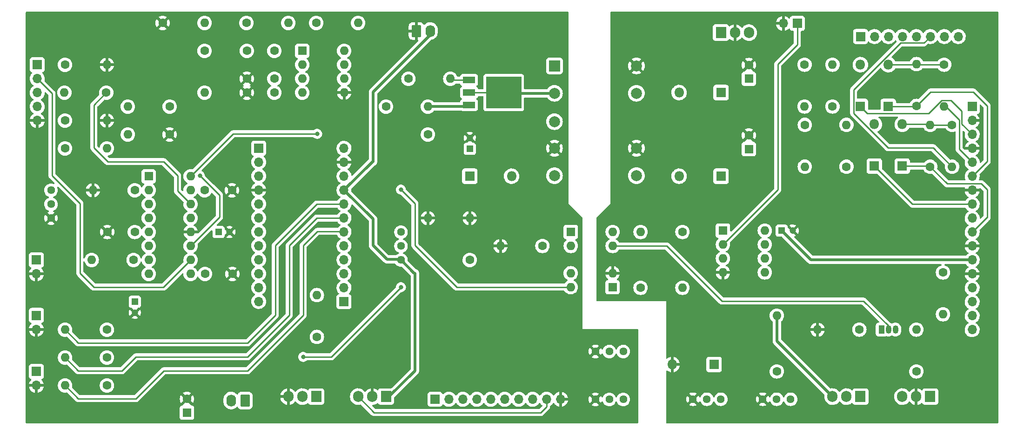
<source format=gbr>
%TF.GenerationSoftware,KiCad,Pcbnew,6.0.11+dfsg-1*%
%TF.CreationDate,2023-07-13T18:49:34+02:00*%
%TF.ProjectId,inversor,696e7665-7273-46f7-922e-6b696361645f,rev?*%
%TF.SameCoordinates,Original*%
%TF.FileFunction,Copper,L1,Top*%
%TF.FilePolarity,Positive*%
%FSLAX46Y46*%
G04 Gerber Fmt 4.6, Leading zero omitted, Abs format (unit mm)*
G04 Created by KiCad (PCBNEW 6.0.11+dfsg-1) date 2023-07-13 18:49:34*
%MOMM*%
%LPD*%
G01*
G04 APERTURE LIST*
G04 Aperture macros list*
%AMRoundRect*
0 Rectangle with rounded corners*
0 $1 Rounding radius*
0 $2 $3 $4 $5 $6 $7 $8 $9 X,Y pos of 4 corners*
0 Add a 4 corners polygon primitive as box body*
4,1,4,$2,$3,$4,$5,$6,$7,$8,$9,$2,$3,0*
0 Add four circle primitives for the rounded corners*
1,1,$1+$1,$2,$3*
1,1,$1+$1,$4,$5*
1,1,$1+$1,$6,$7*
1,1,$1+$1,$8,$9*
0 Add four rect primitives between the rounded corners*
20,1,$1+$1,$2,$3,$4,$5,0*
20,1,$1+$1,$4,$5,$6,$7,0*
20,1,$1+$1,$6,$7,$8,$9,0*
20,1,$1+$1,$8,$9,$2,$3,0*%
G04 Aperture macros list end*
%TA.AperFunction,ComponentPad*%
%ADD10C,1.600000*%
%TD*%
%TA.AperFunction,ComponentPad*%
%ADD11O,1.600000X1.600000*%
%TD*%
%TA.AperFunction,ComponentPad*%
%ADD12R,1.600000X1.600000*%
%TD*%
%TA.AperFunction,SMDPad,CuDef*%
%ADD13R,2.200000X1.200000*%
%TD*%
%TA.AperFunction,SMDPad,CuDef*%
%ADD14R,6.400000X5.800000*%
%TD*%
%TA.AperFunction,ComponentPad*%
%ADD15R,1.700000X1.700000*%
%TD*%
%TA.AperFunction,ComponentPad*%
%ADD16O,1.700000X1.700000*%
%TD*%
%TA.AperFunction,ComponentPad*%
%ADD17R,1.050000X1.500000*%
%TD*%
%TA.AperFunction,ComponentPad*%
%ADD18O,1.050000X1.500000*%
%TD*%
%TA.AperFunction,ComponentPad*%
%ADD19R,1.200000X1.200000*%
%TD*%
%TA.AperFunction,ComponentPad*%
%ADD20C,1.200000*%
%TD*%
%TA.AperFunction,ComponentPad*%
%ADD21R,1.905000X2.000000*%
%TD*%
%TA.AperFunction,ComponentPad*%
%ADD22O,1.905000X2.000000*%
%TD*%
%TA.AperFunction,ComponentPad*%
%ADD23R,1.800000X1.800000*%
%TD*%
%TA.AperFunction,ComponentPad*%
%ADD24O,1.800000X1.800000*%
%TD*%
%TA.AperFunction,ComponentPad*%
%ADD25C,1.440000*%
%TD*%
%TA.AperFunction,ComponentPad*%
%ADD26RoundRect,0.250000X-0.620000X-0.845000X0.620000X-0.845000X0.620000X0.845000X-0.620000X0.845000X0*%
%TD*%
%TA.AperFunction,ComponentPad*%
%ADD27O,1.740000X2.190000*%
%TD*%
%TA.AperFunction,ComponentPad*%
%ADD28C,2.000000*%
%TD*%
%TA.AperFunction,ComponentPad*%
%ADD29R,2.000000X2.000000*%
%TD*%
%TA.AperFunction,ComponentPad*%
%ADD30RoundRect,0.250000X0.620000X0.845000X-0.620000X0.845000X-0.620000X-0.845000X0.620000X-0.845000X0*%
%TD*%
%TA.AperFunction,ViaPad*%
%ADD31C,0.800000*%
%TD*%
%TA.AperFunction,Conductor*%
%ADD32C,0.250000*%
%TD*%
%TA.AperFunction,Conductor*%
%ADD33C,0.500000*%
%TD*%
G04 APERTURE END LIST*
D10*
%TO.P,R33,1*%
%TO.N,Net-(D8-Pad1)*%
X223320000Y-43280000D03*
D11*
%TO.P,R33,2*%
%TO.N,1LO*%
X223320000Y-35660000D03*
%TD*%
D12*
%TO.P,U7,1*%
%TO.N,D3*%
X175695000Y-66140000D03*
D11*
%TO.P,U7,2*%
%TO.N,Net-(R24-Pad1)*%
X175695000Y-68680000D03*
%TO.P,U7,3*%
%TO.N,Net-(Q3-Pad2)*%
X183315000Y-68680000D03*
%TO.P,U7,4*%
%TO.N,Net-(R25-Pad2)*%
X183315000Y-66140000D03*
%TD*%
D10*
%TO.P,R26,1*%
%TO.N,Net-(D5-Pad1)*%
X241100000Y-54245000D03*
D11*
%TO.P,R26,2*%
%TO.N,2HO*%
X241100000Y-46625000D03*
%TD*%
D10*
%TO.P,C4,1*%
%TO.N,Net-(C4-Pad1)*%
X96345000Y-66140000D03*
%TO.P,C4,2*%
%TO.N,GND*%
X91345000Y-66140000D03*
%TD*%
D13*
%TO.P,Q1,1,G*%
%TO.N,Net-(Q1-Pad1)*%
X157185000Y-38460000D03*
%TO.P,Q1,2,D*%
%TO.N,Net-(Q1-Pad2)*%
X157185000Y-40740000D03*
D14*
X163485000Y-40740000D03*
D13*
%TO.P,Q1,3,S*%
%TO.N,Net-(Q1-Pad3)*%
X157185000Y-43020000D03*
%TD*%
D15*
%TO.P,TH1,1*%
%TO.N,A1*%
X78445000Y-91560000D03*
D16*
%TO.P,TH1,2*%
%TO.N,GND*%
X78445000Y-94100000D03*
%TD*%
D10*
%TO.P,R14,1*%
%TO.N,Net-(Q1-Pad3)*%
X149685000Y-48380000D03*
D11*
%TO.P,R14,2*%
%TO.N,GND*%
X149685000Y-63620000D03*
%TD*%
D17*
%TO.P,Q3,1,E*%
%TO.N,Net-(Q3-Pad1)*%
X232235000Y-83920000D03*
D18*
%TO.P,Q3,2,B*%
%TO.N,Net-(Q3-Pad2)*%
X233505000Y-83920000D03*
%TO.P,Q3,3,C*%
%TO.N,Net-(Q3-Pad3)*%
X234775000Y-83920000D03*
%TD*%
D10*
%TO.P,R25,1*%
%TO.N,+12V*%
X196015000Y-66140000D03*
D11*
%TO.P,R25,2*%
%TO.N,Net-(R25-Pad2)*%
X188395000Y-66140000D03*
%TD*%
D10*
%TO.P,R10,1*%
%TO.N,Net-(R10-Pad1)*%
X96125000Y-71240000D03*
D11*
%TO.P,R10,2*%
%TO.N,Net-(C4-Pad1)*%
X88505000Y-71240000D03*
%TD*%
D10*
%TO.P,C3,1*%
%TO.N,Net-(C3-Pad1)*%
X116745000Y-33140000D03*
%TO.P,C3,2*%
%TO.N,Net-(C3-Pad2)*%
X121745000Y-33140000D03*
%TD*%
%TO.P,R15,1*%
%TO.N,Net-(R15-Pad1)*%
X157305000Y-71240000D03*
D11*
%TO.P,R15,2*%
%TO.N,GND*%
X157305000Y-63620000D03*
%TD*%
D15*
%TO.P,J9,1,Pin_1*%
%TO.N,IFB*%
X248745000Y-43300000D03*
D16*
%TO.P,J9,2,Pin_2*%
%TO.N,GND2*%
X248745000Y-45840000D03*
%TO.P,J9,3,Pin_3*%
%TO.N,Net-(D8-Pad1)*%
X248745000Y-48380000D03*
%TO.P,J9,4,Pin_4*%
%TO.N,GND2*%
X248745000Y-50920000D03*
%TO.P,J9,5,Pin_5*%
%TO.N,VS1*%
X248745000Y-53460000D03*
%TO.P,J9,6,Pin_6*%
%TO.N,Net-(D7-Pad1)*%
X248745000Y-56000000D03*
%TO.P,J9,7,Pin_7*%
%TO.N,GND2*%
X248745000Y-58540000D03*
%TO.P,J9,8,Pin_8*%
%TO.N,Net-(D6-Pad1)*%
X248745000Y-61080000D03*
%TO.P,J9,9,Pin_9*%
%TO.N,VS2*%
X248745000Y-63620000D03*
%TO.P,J9,10,Pin_10*%
%TO.N,Net-(D5-Pad1)*%
X248745000Y-66160000D03*
%TO.P,J9,11,Pin_11*%
%TO.N,GND2*%
X248745000Y-68700000D03*
%TO.P,J9,12,Pin_12*%
%TO.N,+12V*%
X248745000Y-71240000D03*
%TO.P,J9,13,Pin_13*%
%TO.N,GND2*%
X248745000Y-73780000D03*
%TO.P,J9,14,Pin_14*%
%TO.N,/SPWM/5v*%
X248745000Y-76320000D03*
%TO.P,J9,15,Pin_15*%
%TO.N,Net-(J9-Pad15)*%
X248745000Y-78860000D03*
%TO.P,J9,16,Pin_16*%
%TO.N,Net-(J9-Pad16)*%
X248745000Y-81400000D03*
%TO.P,J9,17,Pin_17*%
%TO.N,unconnected-(J9-Pad17)*%
X248745000Y-83940000D03*
%TD*%
D15*
%TO.P,J6,1,Pin_1*%
%TO.N,TX0*%
X118887500Y-50860000D03*
D16*
%TO.P,J6,2,Pin_2*%
%TO.N,RX1*%
X118887500Y-53400000D03*
%TO.P,J6,3,Pin_3*%
%TO.N,RST*%
X118887500Y-55940000D03*
%TO.P,J6,4,Pin_4*%
%TO.N,GND*%
X118887500Y-58480000D03*
%TO.P,J6,5,Pin_5*%
%TO.N,D2*%
X118887500Y-61020000D03*
%TO.P,J6,6,Pin_6*%
%TO.N,D3*%
X118887500Y-63560000D03*
%TO.P,J6,7,Pin_7*%
%TO.N,D4*%
X118887500Y-66100000D03*
%TO.P,J6,8,Pin_8*%
%TO.N,D5*%
X118887500Y-68640000D03*
%TO.P,J6,9,Pin_9*%
%TO.N,D6*%
X118887500Y-71180000D03*
%TO.P,J6,10,Pin_10*%
%TO.N,D7*%
X118887500Y-73720000D03*
%TO.P,J6,11,Pin_11*%
%TO.N,D8*%
X118887500Y-76260000D03*
%TO.P,J6,12,Pin_12*%
%TO.N,D9*%
X118887500Y-78800000D03*
%TD*%
D10*
%TO.P,R13,1*%
%TO.N,Net-(R13-Pad1)*%
X146145000Y-38220000D03*
D11*
%TO.P,R13,2*%
%TO.N,Net-(Q1-Pad1)*%
X153765000Y-38220000D03*
%TD*%
D10*
%TO.P,R8,1*%
%TO.N,Net-(R7-Pad1)*%
X83645000Y-50920000D03*
D11*
%TO.P,R8,2*%
%TO.N,REF*%
X91265000Y-50920000D03*
%TD*%
D19*
%TO.P,C7,1*%
%TO.N,Net-(C7-Pad1)*%
X96345000Y-78860000D03*
D20*
%TO.P,C7,2*%
%TO.N,GND*%
X96345000Y-80860000D03*
%TD*%
D21*
%TO.P,U8,1,VI*%
%TO.N,Net-(Q4-Pad2)*%
X241100000Y-96130000D03*
D22*
%TO.P,U8,2,GND*%
%TO.N,GND2*%
X238560000Y-96130000D03*
%TO.P,U8,3,VO*%
%TO.N,/SPWM/5v*%
X236020000Y-96130000D03*
%TD*%
D15*
%TO.P,J8,1,Pin_1*%
%TO.N,D10*%
X134420000Y-78840000D03*
D16*
%TO.P,J8,2,Pin_2*%
%TO.N,D11*%
X134420000Y-76300000D03*
%TO.P,J8,3,Pin_3*%
%TO.N,D12*%
X134420000Y-73760000D03*
%TO.P,J8,4,Pin_4*%
%TO.N,D13*%
X134420000Y-71220000D03*
%TO.P,J8,5,Pin_5*%
%TO.N,A0*%
X134420000Y-68680000D03*
%TO.P,J8,6,Pin_6*%
%TO.N,A1*%
X134420000Y-66140000D03*
%TO.P,J8,7,Pin_7*%
%TO.N,A2*%
X134420000Y-63600000D03*
%TO.P,J8,8,Pin_8*%
%TO.N,A3*%
X134420000Y-61060000D03*
%TO.P,J8,9,Pin_9*%
%TO.N,VCC*%
X134420000Y-58520000D03*
%TO.P,J8,10,Pin_10*%
%TO.N,RST*%
X134420000Y-55980000D03*
%TO.P,J8,11,Pin_11*%
%TO.N,GND*%
X134420000Y-53440000D03*
%TO.P,J8,12,Pin_12*%
%TO.N,RAW*%
X134420000Y-50900000D03*
%TD*%
D10*
%TO.P,R6,1*%
%TO.N,+5V*%
X91275000Y-94100000D03*
D11*
%TO.P,R6,2*%
%TO.N,A1*%
X83655000Y-94100000D03*
%TD*%
D23*
%TO.P,D1,1,K*%
%TO.N,+15V*%
X157305000Y-55980000D03*
D24*
%TO.P,D1,2,A*%
%TO.N,Net-(D1-Pad2)*%
X164925000Y-55980000D03*
%TD*%
D10*
%TO.P,R1,1*%
%TO.N,GND*%
X101425000Y-28060000D03*
D11*
%TO.P,R1,2*%
%TO.N,Net-(C3-Pad1)*%
X109045000Y-28060000D03*
%TD*%
D25*
%TO.P,RV2,1,1*%
%TO.N,+5V*%
X185245000Y-87905000D03*
%TO.P,RV2,2,2*%
%TO.N,Net-(J3-Pad7)*%
X182705000Y-87905000D03*
%TO.P,RV2,3,3*%
%TO.N,GND*%
X180165000Y-87905000D03*
%TD*%
D26*
%TO.P,J1,1,Pin_1*%
%TO.N,GND*%
X147570000Y-29520000D03*
D27*
%TO.P,J1,2,Pin_2*%
%TO.N,VCC*%
X150110000Y-29520000D03*
%TD*%
D19*
%TO.P,C9,1*%
%TO.N,+15V*%
X111585000Y-66160000D03*
D20*
%TO.P,C9,2*%
%TO.N,GND*%
X113585000Y-66160000D03*
%TD*%
D10*
%TO.P,C2,1*%
%TO.N,Net-(C2-Pad1)*%
X121745000Y-40760000D03*
%TO.P,C2,2*%
%TO.N,GND*%
X116745000Y-40760000D03*
%TD*%
D28*
%TO.P,TR1,*%
%TO.N,*%
X172720000Y-46040000D03*
D29*
%TO.P,TR1,1*%
%TO.N,VCC*%
X172720000Y-35880000D03*
D28*
%TO.P,TR1,2*%
%TO.N,Net-(Q1-Pad2)*%
X172720000Y-40880000D03*
%TO.P,TR1,3*%
%TO.N,GND*%
X172720000Y-50880000D03*
%TO.P,TR1,4*%
%TO.N,Net-(D1-Pad2)*%
X172720000Y-55880000D03*
%TO.P,TR1,5*%
%TO.N,Net-(D3-Pad2)*%
X187640000Y-55880000D03*
%TO.P,TR1,6*%
%TO.N,GND2*%
X187640000Y-50880000D03*
%TO.P,TR1,7*%
%TO.N,Net-(D2-Pad2)*%
X187640000Y-40880000D03*
%TO.P,TR1,8*%
%TO.N,GND2*%
X187640000Y-35880000D03*
%TD*%
D10*
%TO.P,C5,1*%
%TO.N,Net-(C5-Pad1)*%
X121745000Y-38220000D03*
%TO.P,C5,2*%
%TO.N,GND*%
X116745000Y-38220000D03*
%TD*%
%TO.P,R28,1*%
%TO.N,Net-(Q3-Pad1)*%
X228205000Y-83920000D03*
D11*
%TO.P,R28,2*%
%TO.N,GND2*%
X220585000Y-83920000D03*
%TD*%
D10*
%TO.P,R32,1*%
%TO.N,Net-(D7-Pad1)*%
X238600000Y-43180000D03*
D11*
%TO.P,R32,2*%
%TO.N,1HO*%
X238600000Y-35560000D03*
%TD*%
D12*
%TO.P,C12,1*%
%TO.N,Net-(C12-Pad1)*%
X208105000Y-51040000D03*
D10*
%TO.P,C12,2*%
%TO.N,GND2*%
X208105000Y-48540000D03*
%TD*%
%TO.P,C6,1*%
%TO.N,GND*%
X114125000Y-73780000D03*
%TO.P,C6,2*%
%TO.N,Net-(C6-Pad2)*%
X109125000Y-73780000D03*
%TD*%
D21*
%TO.P,U5,1,IN*%
%TO.N,Net-(C11-Pad1)*%
X203025000Y-29820000D03*
D22*
%TO.P,U5,2,GND*%
%TO.N,GND2*%
X205565000Y-29820000D03*
%TO.P,U5,3,OUT*%
%TO.N,+12V*%
X208105000Y-29820000D03*
%TD*%
D10*
%TO.P,R17,1*%
%TO.N,Net-(R17-Pad1)*%
X91165000Y-40760000D03*
D11*
%TO.P,R17,2*%
%TO.N,PWM_Out_B*%
X83545000Y-40760000D03*
%TD*%
D10*
%TO.P,R21,1*%
%TO.N,Net-(R21-Pad1)*%
X188395000Y-76300000D03*
D11*
%TO.P,R21,2*%
%TO.N,Net-(R21-Pad2)*%
X196015000Y-76300000D03*
%TD*%
D25*
%TO.P,RV5,1,1*%
%TO.N,Net-(D4-Pad1)*%
X203000000Y-96620000D03*
%TO.P,RV5,2,2*%
%TO.N,Net-(RV5-Pad2)*%
X200460000Y-96620000D03*
%TO.P,RV5,3,3*%
%TO.N,GND2*%
X197920000Y-96620000D03*
%TD*%
D15*
%TO.P,J10,1,Pin_1*%
%TO.N,1LO*%
X228430000Y-30530000D03*
D16*
%TO.P,J10,2,Pin_2*%
%TO.N,2LO*%
X230970000Y-30530000D03*
%TO.P,J10,3,Pin_3*%
%TO.N,1HO*%
X233510000Y-30530000D03*
%TO.P,J10,4,Pin_4*%
%TO.N,2HO*%
X236050000Y-30530000D03*
%TO.P,J10,5,Pin_5*%
%TO.N,VS1*%
X238590000Y-30530000D03*
%TO.P,J10,6,Pin_6*%
%TO.N,VS2*%
X241130000Y-30530000D03*
%TO.P,J10,7,Pin_7*%
%TO.N,Net-(J10-Pad7)*%
X243670000Y-30530000D03*
%TO.P,J10,8,Pin_8*%
%TO.N,IFB*%
X246210000Y-30530000D03*
%TD*%
D23*
%TO.P,D7,1,K*%
%TO.N,Net-(D7-Pad1)*%
X233480000Y-43280000D03*
D24*
%TO.P,D7,2,A*%
%TO.N,1HO*%
X233480000Y-35660000D03*
%TD*%
D15*
%TO.P,TH2,1*%
%TO.N,A2*%
X78445000Y-81330000D03*
D16*
%TO.P,TH2,2*%
%TO.N,GND*%
X78445000Y-83870000D03*
%TD*%
D10*
%TO.P,R24,1*%
%TO.N,Net-(R24-Pad1)*%
X170535000Y-68680000D03*
D11*
%TO.P,R24,2*%
%TO.N,GND*%
X162915000Y-68680000D03*
%TD*%
D10*
%TO.P,R5,1*%
%TO.N,NI*%
X96345000Y-58540000D03*
D11*
%TO.P,R5,2*%
%TO.N,GND*%
X88725000Y-58540000D03*
%TD*%
D12*
%TO.P,U6,1*%
%TO.N,Net-(R21-Pad2)*%
X203375000Y-65890000D03*
D11*
%TO.P,U6,2,-*%
%TO.N,Net-(J5-Pad1)*%
X203375000Y-68430000D03*
%TO.P,U6,3,+*%
%TO.N,Net-(RV5-Pad2)*%
X203375000Y-70970000D03*
%TO.P,U6,4,V-*%
%TO.N,GND2*%
X203375000Y-73510000D03*
%TO.P,U6,5*%
%TO.N,N/C*%
X210995000Y-73510000D03*
%TO.P,U6,6*%
X210995000Y-70970000D03*
%TO.P,U6,7*%
X210995000Y-68430000D03*
%TO.P,U6,8,V+*%
%TO.N,+12V*%
X210995000Y-65890000D03*
%TD*%
D25*
%TO.P,RV3,1,1*%
%TO.N,+5V*%
X185245000Y-96640000D03*
%TO.P,RV3,2,2*%
%TO.N,Net-(J3-Pad8)*%
X182705000Y-96640000D03*
%TO.P,RV3,3,3*%
%TO.N,GND*%
X180165000Y-96640000D03*
%TD*%
D10*
%TO.P,R35,1*%
%TO.N,1LO*%
X218240000Y-35660000D03*
D11*
%TO.P,R35,2*%
%TO.N,IFB*%
X218240000Y-43280000D03*
%TD*%
D10*
%TO.P,R12,1*%
%TO.N,Net-(C5-Pad1)*%
X142065000Y-43300000D03*
D11*
%TO.P,R12,2*%
%TO.N,Net-(Q1-Pad3)*%
X149685000Y-43300000D03*
%TD*%
D10*
%TO.P,R4,1*%
%TO.N,Net-(C2-Pad1)*%
X129365000Y-28060000D03*
D11*
%TO.P,R4,2*%
%TO.N,Net-(R4-Pad2)*%
X136985000Y-28060000D03*
%TD*%
D23*
%TO.P,D8,1,K*%
%TO.N,Net-(D8-Pad1)*%
X228400000Y-43280000D03*
D24*
%TO.P,D8,2,A*%
%TO.N,1LO*%
X228400000Y-35660000D03*
%TD*%
D23*
%TO.P,D4,1,K*%
%TO.N,Net-(D4-Pad1)*%
X201755000Y-90290000D03*
D24*
%TO.P,D4,2,A*%
%TO.N,GND2*%
X194135000Y-90290000D03*
%TD*%
D10*
%TO.P,R2,1*%
%TO.N,Net-(C3-Pad1)*%
X109045000Y-33140000D03*
D11*
%TO.P,R2,2*%
%TO.N,+15V*%
X109045000Y-40760000D03*
%TD*%
D10*
%TO.P,R31,1*%
%TO.N,Net-(Q4-Pad1)*%
X238585000Y-91540000D03*
D11*
%TO.P,R31,2*%
%TO.N,Net-(Q3-Pad3)*%
X238585000Y-83920000D03*
%TD*%
D12*
%TO.P,U3,1,INV*%
%TO.N,Net-(R7-Pad1)*%
X98885000Y-56000000D03*
D11*
%TO.P,U3,2,NI*%
%TO.N,NI*%
X98885000Y-58540000D03*
%TO.P,U3,3,SYNC*%
%TO.N,unconnected-(U3-Pad3)*%
X98885000Y-61080000D03*
%TO.P,U3,4,OSC*%
%TO.N,unconnected-(U3-Pad4)*%
X98885000Y-63620000D03*
%TO.P,U3,5,CT*%
%TO.N,Net-(C4-Pad1)*%
X98885000Y-66160000D03*
%TO.P,U3,6,RT*%
%TO.N,Net-(RV1-Pad1)*%
X98885000Y-68700000D03*
%TO.P,U3,7,DISCH*%
%TO.N,Net-(R10-Pad1)*%
X98885000Y-71240000D03*
%TO.P,U3,8,SS*%
%TO.N,Net-(C7-Pad1)*%
X98885000Y-73780000D03*
%TO.P,U3,9,COMP*%
%TO.N,Net-(C6-Pad2)*%
X106505000Y-73780000D03*
%TO.P,U3,10,SD*%
%TO.N,SD*%
X106505000Y-71240000D03*
%TO.P,U3,11,OUTA*%
%TO.N,Net-(R16-Pad1)*%
X106505000Y-68700000D03*
%TO.P,U3,12,GND*%
%TO.N,GND*%
X106505000Y-66160000D03*
%TO.P,U3,13,VC*%
%TO.N,+15V*%
X106505000Y-63620000D03*
%TO.P,U3,14,OUTB*%
%TO.N,Net-(R17-Pad1)*%
X106505000Y-61080000D03*
%TO.P,U3,15,VIN*%
%TO.N,+15V*%
X106505000Y-58540000D03*
%TO.P,U3,16,REF*%
%TO.N,REF*%
X106505000Y-56000000D03*
%TD*%
D10*
%TO.P,R23,1*%
%TO.N,/SPWM/5v*%
X243430000Y-73510000D03*
D11*
%TO.P,R23,2*%
%TO.N,Net-(J9-Pad16)*%
X243430000Y-81130000D03*
%TD*%
D12*
%TO.P,U4,1*%
%TO.N,Net-(R21-Pad1)*%
X183295000Y-76200000D03*
D11*
%TO.P,U4,2*%
%TO.N,GND2*%
X183295000Y-73660000D03*
%TO.P,U4,3*%
%TO.N,NI*%
X175675000Y-73660000D03*
%TO.P,U4,4*%
%TO.N,REF*%
X175675000Y-76200000D03*
%TD*%
D10*
%TO.P,R22,1*%
%TO.N,Net-(D4-Pad1)*%
X213185000Y-91540000D03*
D11*
%TO.P,R22,2*%
%TO.N,+12V*%
X213185000Y-81380000D03*
%TD*%
D10*
%TO.P,R11,1*%
%TO.N,+5V*%
X91275000Y-83940000D03*
D11*
%TO.P,R11,2*%
%TO.N,A3*%
X83655000Y-83940000D03*
%TD*%
D10*
%TO.P,R20,1*%
%TO.N,PWM_Out_B*%
X83645000Y-35680000D03*
D11*
%TO.P,R20,2*%
%TO.N,GND*%
X91265000Y-35680000D03*
%TD*%
D15*
%TO.P,TH3,1*%
%TO.N,A3*%
X78445000Y-71240000D03*
D16*
%TO.P,TH3,2*%
%TO.N,GND*%
X78445000Y-73780000D03*
%TD*%
D15*
%TO.P,J2,1,Pin_1*%
%TO.N,+15V*%
X78590000Y-35680000D03*
D16*
%TO.P,J2,2,Pin_2*%
%TO.N,SD*%
X78590000Y-38220000D03*
%TO.P,J2,3,Pin_3*%
%TO.N,PWM_Out_B*%
X78590000Y-40760000D03*
%TO.P,J2,4,Pin_4*%
%TO.N,PWM_Out_A*%
X78590000Y-43300000D03*
%TO.P,J2,5,Pin_5*%
%TO.N,GND*%
X78590000Y-45840000D03*
%TD*%
D21*
%TO.P,U1,1,IN*%
%TO.N,VCC*%
X142065000Y-96130000D03*
D22*
%TO.P,U1,2,GND*%
%TO.N,GND*%
X139525000Y-96130000D03*
%TO.P,U1,3,OUT*%
%TO.N,+5V*%
X136985000Y-96130000D03*
%TD*%
D19*
%TO.P,C13,1*%
%TO.N,+12V*%
X214075000Y-65890000D03*
D20*
%TO.P,C13,2*%
%TO.N,GND2*%
X216075000Y-65890000D03*
%TD*%
D30*
%TO.P,J4,1,Pin_1*%
%TO.N,VCC*%
X116409966Y-96840000D03*
D27*
%TO.P,J4,2,Pin_2*%
%TO.N,Net-(J4-Pad2)*%
X113869966Y-96840000D03*
%TD*%
D10*
%TO.P,R19,1*%
%TO.N,GND*%
X102695000Y-48380000D03*
D11*
%TO.P,R19,2*%
%TO.N,PWM_Out_A*%
X95075000Y-48380000D03*
%TD*%
D25*
%TO.P,RV4,1,1*%
%TO.N,VCC*%
X144790000Y-71240000D03*
%TO.P,RV4,2,2*%
%TO.N,A0*%
X144790000Y-68700000D03*
%TO.P,RV4,3,3*%
%TO.N,Net-(R15-Pad1)*%
X144790000Y-66160000D03*
%TD*%
D10*
%TO.P,C8,1*%
%TO.N,+15V*%
X109045000Y-58540000D03*
%TO.P,C8,2*%
%TO.N,GND*%
X114045000Y-58540000D03*
%TD*%
%TO.P,R34,1*%
%TO.N,1HO*%
X243640000Y-35660000D03*
D11*
%TO.P,R34,2*%
%TO.N,VS1*%
X243640000Y-43280000D03*
%TD*%
D12*
%TO.P,C11,1*%
%TO.N,Net-(C11-Pad1)*%
X208105000Y-38220000D03*
D10*
%TO.P,C11,2*%
%TO.N,GND2*%
X208105000Y-35720000D03*
%TD*%
D15*
%TO.P,J3,1,Pin_1*%
%TO.N,D8*%
X150985000Y-96615000D03*
D16*
%TO.P,J3,2,Pin_2*%
%TO.N,D7*%
X153525000Y-96615000D03*
%TO.P,J3,3,Pin_3*%
%TO.N,D9*%
X156065000Y-96615000D03*
%TO.P,J3,4,Pin_4*%
%TO.N,D10*%
X158605000Y-96615000D03*
%TO.P,J3,5,Pin_5*%
%TO.N,D11*%
X161145000Y-96615000D03*
%TO.P,J3,6,Pin_6*%
%TO.N,D12*%
X163685000Y-96615000D03*
%TO.P,J3,7,Pin_7*%
%TO.N,Net-(J3-Pad7)*%
X166225000Y-96615000D03*
%TO.P,J3,8,Pin_8*%
%TO.N,Net-(J3-Pad8)*%
X168765000Y-96615000D03*
%TO.P,J3,9,Pin_9*%
%TO.N,+5V*%
X171305000Y-96615000D03*
%TO.P,J3,10,Pin_10*%
%TO.N,GND*%
X173845000Y-96615000D03*
%TD*%
D21*
%TO.P,Q2,1,B*%
%TO.N,Net-(Q2-Pad1)*%
X129365000Y-96130000D03*
D22*
%TO.P,Q2,2,C*%
%TO.N,Net-(J4-Pad2)*%
X126825000Y-96130000D03*
%TO.P,Q2,3,E*%
%TO.N,GND*%
X124285000Y-96130000D03*
%TD*%
D25*
%TO.P,RV1,1,1*%
%TO.N,Net-(RV1-Pad1)*%
X81105000Y-58540000D03*
%TO.P,RV1,2,2*%
X81105000Y-61080000D03*
%TO.P,RV1,3,3*%
%TO.N,GND*%
X81105000Y-63620000D03*
%TD*%
D10*
%TO.P,R3,1*%
%TO.N,Net-(C3-Pad1)*%
X116665000Y-28060000D03*
D11*
%TO.P,R3,2*%
%TO.N,Net-(C3-Pad2)*%
X124285000Y-28060000D03*
%TD*%
D25*
%TO.P,RV6,1,1*%
%TO.N,Net-(J10-Pad7)*%
X215700000Y-96620000D03*
%TO.P,RV6,2,2*%
%TO.N,Net-(J9-Pad15)*%
X213160000Y-96620000D03*
%TO.P,RV6,3,3*%
%TO.N,GND2*%
X210620000Y-96620000D03*
%TD*%
D10*
%TO.P,R16,1*%
%TO.N,Net-(R16-Pad1)*%
X102695000Y-43300000D03*
D11*
%TO.P,R16,2*%
%TO.N,PWM_Out_A*%
X95075000Y-43300000D03*
%TD*%
D23*
%TO.P,D5,1,K*%
%TO.N,Net-(D5-Pad1)*%
X236020000Y-54145000D03*
D24*
%TO.P,D5,2,A*%
%TO.N,2HO*%
X236020000Y-46525000D03*
%TD*%
D10*
%TO.P,R27,1*%
%TO.N,Net-(D6-Pad1)*%
X225860000Y-54245000D03*
D11*
%TO.P,R27,2*%
%TO.N,2LO*%
X225860000Y-46625000D03*
%TD*%
D12*
%TO.P,U2,1,COMP*%
%TO.N,Net-(C3-Pad2)*%
X126825000Y-33140000D03*
D11*
%TO.P,U2,2,FB*%
%TO.N,Net-(C3-Pad1)*%
X126825000Y-35680000D03*
%TO.P,U2,3,CS*%
%TO.N,Net-(C5-Pad1)*%
X126825000Y-38220000D03*
%TO.P,U2,4,RC*%
%TO.N,Net-(C2-Pad1)*%
X126825000Y-40760000D03*
%TO.P,U2,5,GND*%
%TO.N,GND*%
X134445000Y-40760000D03*
%TO.P,U2,6,OUT*%
%TO.N,Net-(R13-Pad1)*%
X134445000Y-38220000D03*
%TO.P,U2,7,VCC*%
%TO.N,VCC*%
X134445000Y-35680000D03*
%TO.P,U2,8,VREF*%
%TO.N,Net-(R4-Pad2)*%
X134445000Y-33140000D03*
%TD*%
D19*
%TO.P,C10,1*%
%TO.N,+15V*%
X157305000Y-51002554D03*
D20*
%TO.P,C10,2*%
%TO.N,GND*%
X157305000Y-49002554D03*
%TD*%
D15*
%TO.P,J5,1,Pin_1*%
%TO.N,Net-(J5-Pad1)*%
X216926965Y-28152500D03*
D16*
%TO.P,J5,2,Pin_2*%
%TO.N,GND2*%
X214386965Y-28152500D03*
%TD*%
D10*
%TO.P,R7,1*%
%TO.N,Net-(R7-Pad1)*%
X83645000Y-45840000D03*
D11*
%TO.P,R7,2*%
%TO.N,GND*%
X91265000Y-45840000D03*
%TD*%
D10*
%TO.P,R9,1*%
%TO.N,+5V*%
X91275000Y-89020000D03*
D11*
%TO.P,R9,2*%
%TO.N,A2*%
X83655000Y-89020000D03*
%TD*%
D21*
%TO.P,Q4,1,B*%
%TO.N,Net-(Q4-Pad1)*%
X228400000Y-96130000D03*
D22*
%TO.P,Q4,2,C*%
%TO.N,Net-(Q4-Pad2)*%
X225860000Y-96130000D03*
%TO.P,Q4,3,E*%
%TO.N,+12V*%
X223320000Y-96130000D03*
%TD*%
D10*
%TO.P,R29,1*%
%TO.N,2HO*%
X245090000Y-46625000D03*
D11*
%TO.P,R29,2*%
%TO.N,VS2*%
X245090000Y-54245000D03*
%TD*%
D10*
%TO.P,R30,1*%
%TO.N,2LO*%
X218280000Y-46625000D03*
D11*
%TO.P,R30,2*%
%TO.N,IFB*%
X218280000Y-54245000D03*
%TD*%
D12*
%TO.P,C1,1*%
%TO.N,+5V*%
X105842500Y-99060000D03*
D10*
%TO.P,C1,2*%
%TO.N,GND*%
X105842500Y-96560000D03*
%TD*%
D23*
%TO.P,D3,1,K*%
%TO.N,Net-(C12-Pad1)*%
X203025000Y-55980000D03*
D24*
%TO.P,D3,2,A*%
%TO.N,Net-(D3-Pad2)*%
X195405000Y-55980000D03*
%TD*%
D23*
%TO.P,D6,1,K*%
%TO.N,Net-(D6-Pad1)*%
X230940000Y-54145000D03*
D24*
%TO.P,D6,2,A*%
%TO.N,2LO*%
X230940000Y-46525000D03*
%TD*%
D10*
%TO.P,R18,1*%
%TO.N,Net-(Q2-Pad1)*%
X129485000Y-85260000D03*
D11*
%TO.P,R18,2*%
%TO.N,D4*%
X129485000Y-77640000D03*
%TD*%
D23*
%TO.P,D2,1,K*%
%TO.N,Net-(C11-Pad1)*%
X203025000Y-40740000D03*
D24*
%TO.P,D2,2,A*%
%TO.N,Net-(D2-Pad2)*%
X195405000Y-40740000D03*
%TD*%
D31*
%TO.N,REF*%
X129540000Y-48260000D03*
X144780000Y-58420000D03*
%TO.N,NI*%
X144780000Y-76200000D03*
X127000000Y-88900000D03*
%TO.N,Net-(R16-Pad1)*%
X108195500Y-55880000D03*
%TD*%
D32*
%TO.N,+5V*%
X170180000Y-99060000D02*
X171305000Y-97935000D01*
X171305000Y-97935000D02*
X171305000Y-96615000D01*
X136985000Y-96130000D02*
X139915000Y-99060000D01*
X139915000Y-99060000D02*
X170180000Y-99060000D01*
%TO.N,REF*%
X147320000Y-68580000D02*
X154940000Y-76200000D01*
X154940000Y-76200000D02*
X175675000Y-76200000D01*
X144780000Y-58420000D02*
X147320000Y-60960000D01*
X129540000Y-48260000D02*
X114245000Y-48260000D01*
X114245000Y-48260000D02*
X106505000Y-56000000D01*
X147320000Y-60960000D02*
X147320000Y-68580000D01*
%TO.N,SD*%
X86360000Y-60960000D02*
X86360000Y-73660000D01*
X81280000Y-55880000D02*
X86360000Y-60960000D01*
X81280000Y-40910000D02*
X81280000Y-55880000D01*
X101545000Y-76200000D02*
X106505000Y-71240000D01*
X88900000Y-76200000D02*
X101545000Y-76200000D01*
X86360000Y-73660000D02*
X88900000Y-76200000D01*
X78590000Y-38220000D02*
X81280000Y-40910000D01*
D33*
%TO.N,VCC*%
X147320000Y-91440000D02*
X142630000Y-96130000D01*
X139600000Y-53340000D02*
X134420000Y-58520000D01*
X144790000Y-71240000D02*
X147210000Y-73660000D01*
X147320000Y-73660000D02*
X147320000Y-91440000D01*
X139700000Y-53340000D02*
X139600000Y-53340000D01*
X139700000Y-40640000D02*
X150110000Y-30230000D01*
X142240000Y-71120000D02*
X144780000Y-71120000D01*
X142630000Y-96130000D02*
X142065000Y-96130000D01*
X139700000Y-40640000D02*
X139700000Y-53340000D01*
X147210000Y-73660000D02*
X147320000Y-73660000D01*
X139700000Y-63800000D02*
X139700000Y-68580000D01*
X134420000Y-58520000D02*
X139700000Y-63800000D01*
X139700000Y-68580000D02*
X142240000Y-71120000D01*
X150110000Y-30230000D02*
X150110000Y-29520000D01*
%TO.N,+12V*%
X248745000Y-71240000D02*
X219425000Y-71240000D01*
X213185000Y-85995000D02*
X223320000Y-96130000D01*
X219425000Y-71240000D02*
X214075000Y-65890000D01*
X213185000Y-81380000D02*
X213185000Y-85995000D01*
D32*
%TO.N,Net-(D5-Pad1)*%
X236020000Y-54145000D02*
X241000000Y-54145000D01*
X241000000Y-54145000D02*
X241100000Y-54245000D01*
X241100000Y-54245000D02*
X244220000Y-57365000D01*
X251405000Y-63500000D02*
X248745000Y-66160000D01*
X251460000Y-58420000D02*
X251460000Y-63500000D01*
X251460000Y-63500000D02*
X251405000Y-63500000D01*
X250405000Y-57365000D02*
X251460000Y-58420000D01*
X244220000Y-57365000D02*
X250405000Y-57365000D01*
%TO.N,2HO*%
X241000000Y-46525000D02*
X241100000Y-46625000D01*
X236020000Y-46525000D02*
X241000000Y-46525000D01*
X241100000Y-46625000D02*
X245090000Y-46625000D01*
%TO.N,Net-(D6-Pad1)*%
X230940000Y-54145000D02*
X237875000Y-61080000D01*
X237875000Y-61080000D02*
X248745000Y-61080000D01*
%TO.N,Net-(D7-Pad1)*%
X238500000Y-43280000D02*
X238600000Y-43180000D01*
X251460000Y-43180000D02*
X248920000Y-40640000D01*
X241140000Y-40640000D02*
X238600000Y-43180000D01*
X233480000Y-43280000D02*
X238500000Y-43280000D01*
X248920000Y-40640000D02*
X241140000Y-40640000D01*
X251460000Y-53285000D02*
X251460000Y-43180000D01*
X248745000Y-56000000D02*
X251460000Y-53285000D01*
%TO.N,1HO*%
X238760000Y-35560000D02*
X238860000Y-35660000D01*
X238860000Y-35660000D02*
X243640000Y-35660000D01*
X238660000Y-35660000D02*
X238760000Y-35560000D01*
X233480000Y-35660000D02*
X238660000Y-35660000D01*
%TO.N,Net-(D8-Pad1)*%
X244905000Y-42155000D02*
X246830000Y-44080000D01*
X228400000Y-43280000D02*
X229625000Y-44505000D01*
X240824009Y-44505000D02*
X243174009Y-42155000D01*
X248745000Y-48380000D02*
X246830000Y-46465000D01*
X246830000Y-46465000D02*
X246830000Y-44080000D01*
X229625000Y-44505000D02*
X240824009Y-44505000D01*
X243174009Y-42155000D02*
X244905000Y-42155000D01*
%TO.N,A1*%
X101600000Y-91440000D02*
X116840000Y-91440000D01*
X83655000Y-94100000D02*
X86075000Y-96520000D01*
X127000000Y-81280000D02*
X127000000Y-78740000D01*
X116840000Y-91440000D02*
X127000000Y-81280000D01*
X96520000Y-96520000D02*
X101600000Y-91440000D01*
X127000000Y-68580000D02*
X129540000Y-66040000D01*
X129540000Y-66040000D02*
X134620000Y-66040000D01*
X127000000Y-78740000D02*
X127000000Y-68580000D01*
X86075000Y-96520000D02*
X96520000Y-96520000D01*
%TO.N,A2*%
X96520000Y-88900000D02*
X116840000Y-88900000D01*
X129440000Y-63600000D02*
X134420000Y-63600000D01*
X116840000Y-88900000D02*
X124460000Y-81280000D01*
X93980000Y-91440000D02*
X96520000Y-88900000D01*
X83655000Y-89020000D02*
X86075000Y-91440000D01*
X124460000Y-68580000D02*
X129440000Y-63600000D01*
X86075000Y-91440000D02*
X93980000Y-91440000D01*
X124460000Y-81280000D02*
X124460000Y-68580000D01*
%TO.N,A3*%
X116840000Y-86360000D02*
X121920000Y-81280000D01*
X129440000Y-61060000D02*
X134420000Y-61060000D01*
X121920000Y-81280000D02*
X121920000Y-68580000D01*
X121920000Y-68580000D02*
X129440000Y-61060000D01*
X83655000Y-83940000D02*
X86075000Y-86360000D01*
X86075000Y-86360000D02*
X116840000Y-86360000D01*
%TO.N,VS1*%
X246380000Y-50800000D02*
X246380000Y-45720000D01*
X246380000Y-45720000D02*
X243840000Y-43180000D01*
X248745000Y-53460000D02*
X246380000Y-51095000D01*
X246380000Y-51095000D02*
X246380000Y-50800000D01*
%TO.N,VS2*%
X233470000Y-50800000D02*
X241645000Y-50800000D01*
X241130000Y-30530000D02*
X239955000Y-31705000D01*
X227175000Y-44505000D02*
X233470000Y-50800000D01*
X227175000Y-40232588D02*
X227175000Y-44505000D01*
X241645000Y-50800000D02*
X245090000Y-54245000D01*
X239955000Y-31705000D02*
X235702588Y-31705000D01*
X235702588Y-31705000D02*
X227175000Y-40232588D01*
%TO.N,Net-(Q3-Pad2)*%
X228980000Y-78740000D02*
X233505000Y-83265000D01*
X233505000Y-83265000D02*
X233505000Y-83920000D01*
X193140000Y-68680000D02*
X203200000Y-78740000D01*
X203200000Y-78740000D02*
X228980000Y-78740000D01*
X183315000Y-68680000D02*
X193140000Y-68680000D01*
%TO.N,NI*%
X132080000Y-88900000D02*
X144780000Y-76200000D01*
X127000000Y-88900000D02*
X132080000Y-88900000D01*
%TO.N,Net-(R16-Pad1)*%
X108195500Y-55880000D02*
X111760000Y-59444500D01*
X111760000Y-63445000D02*
X106505000Y-68700000D01*
X111760000Y-59444500D02*
X111760000Y-63445000D01*
%TO.N,Net-(R17-Pad1)*%
X104140000Y-58715000D02*
X106505000Y-61080000D01*
X104140000Y-55880000D02*
X104140000Y-58715000D01*
X101600000Y-53340000D02*
X104140000Y-55880000D01*
X91440000Y-53340000D02*
X101600000Y-53340000D01*
X91165000Y-40760000D02*
X88900000Y-43025000D01*
X88900000Y-43025000D02*
X88900000Y-50800000D01*
X88900000Y-50800000D02*
X91440000Y-53340000D01*
%TO.N,Net-(Q1-Pad1)*%
X157185000Y-38460000D02*
X154005000Y-38460000D01*
%TO.N,Net-(J5-Pad1)*%
X213360000Y-58445000D02*
X203375000Y-68430000D01*
X213360000Y-35560000D02*
X213360000Y-58445000D01*
X216926965Y-28152500D02*
X216926965Y-31993035D01*
X216926965Y-31993035D02*
X213360000Y-35560000D01*
D33*
%TO.N,Net-(Q1-Pad2)*%
X172720000Y-40880000D02*
X163625000Y-40880000D01*
X163625000Y-40880000D02*
X163485000Y-40740000D01*
D32*
X157185000Y-40740000D02*
X163485000Y-40740000D01*
D33*
%TO.N,Net-(Q1-Pad3)*%
X149685000Y-43300000D02*
X156905000Y-43300000D01*
X156905000Y-43300000D02*
X157185000Y-43020000D01*
%TD*%
%TA.AperFunction,Conductor*%
%TO.N,GND2*%
G36*
X253433621Y-26028502D02*
G01*
X253480114Y-26082158D01*
X253491500Y-26134500D01*
X253491500Y-100865500D01*
X253471498Y-100933621D01*
X253417842Y-100980114D01*
X253365500Y-100991500D01*
X193166000Y-100991500D01*
X193097879Y-100971498D01*
X193051386Y-100917842D01*
X193040000Y-100865500D01*
X193040000Y-97648621D01*
X197255933Y-97648621D01*
X197265227Y-97660635D01*
X197299146Y-97684385D01*
X197308641Y-97689868D01*
X197493413Y-97776028D01*
X197503705Y-97779774D01*
X197700632Y-97832540D01*
X197711425Y-97834443D01*
X197914525Y-97852212D01*
X197925475Y-97852212D01*
X198128575Y-97834443D01*
X198139368Y-97832540D01*
X198336295Y-97779774D01*
X198346587Y-97776028D01*
X198531359Y-97689868D01*
X198540854Y-97684385D01*
X198575607Y-97660051D01*
X198583983Y-97649572D01*
X198576916Y-97636127D01*
X197932811Y-96992021D01*
X197918868Y-96984408D01*
X197917034Y-96984539D01*
X197910420Y-96988790D01*
X197262360Y-97636851D01*
X197255933Y-97648621D01*
X193040000Y-97648621D01*
X193040000Y-96625475D01*
X196687788Y-96625475D01*
X196705557Y-96828575D01*
X196707460Y-96839368D01*
X196760226Y-97036295D01*
X196763972Y-97046587D01*
X196850135Y-97231364D01*
X196855613Y-97240850D01*
X196879949Y-97275607D01*
X196890428Y-97283983D01*
X196903872Y-97276917D01*
X197547979Y-96632811D01*
X197554356Y-96621132D01*
X198284408Y-96621132D01*
X198284539Y-96622966D01*
X198288790Y-96629580D01*
X198936851Y-97277640D01*
X198948621Y-97284067D01*
X198960635Y-97274772D01*
X198984387Y-97240850D01*
X198989865Y-97231364D01*
X199075529Y-97047656D01*
X199122446Y-96994371D01*
X199190724Y-96974910D01*
X199258683Y-96995452D01*
X199303919Y-97047656D01*
X199389584Y-97231364D01*
X199392024Y-97236596D01*
X199515319Y-97412681D01*
X199667319Y-97564681D01*
X199843403Y-97687976D01*
X199848381Y-97690297D01*
X199848384Y-97690299D01*
X199886293Y-97707976D01*
X200038223Y-97778822D01*
X200043531Y-97780244D01*
X200043533Y-97780245D01*
X200240543Y-97833034D01*
X200240545Y-97833034D01*
X200245858Y-97834458D01*
X200460000Y-97853193D01*
X200674142Y-97834458D01*
X200679455Y-97833034D01*
X200679457Y-97833034D01*
X200876467Y-97780245D01*
X200876469Y-97780244D01*
X200881777Y-97778822D01*
X201033707Y-97707976D01*
X201071616Y-97690299D01*
X201071619Y-97690297D01*
X201076597Y-97687976D01*
X201252681Y-97564681D01*
X201404681Y-97412681D01*
X201527976Y-97236596D01*
X201553654Y-97181531D01*
X201615805Y-97048247D01*
X201662723Y-96994962D01*
X201731000Y-96975501D01*
X201798960Y-96996043D01*
X201844195Y-97048247D01*
X201906347Y-97181531D01*
X201932024Y-97236596D01*
X202055319Y-97412681D01*
X202207319Y-97564681D01*
X202383403Y-97687976D01*
X202388381Y-97690297D01*
X202388384Y-97690299D01*
X202426293Y-97707976D01*
X202578223Y-97778822D01*
X202583531Y-97780244D01*
X202583533Y-97780245D01*
X202780543Y-97833034D01*
X202780545Y-97833034D01*
X202785858Y-97834458D01*
X203000000Y-97853193D01*
X203214142Y-97834458D01*
X203219455Y-97833034D01*
X203219457Y-97833034D01*
X203416467Y-97780245D01*
X203416469Y-97780244D01*
X203421777Y-97778822D01*
X203573707Y-97707976D01*
X203611616Y-97690299D01*
X203611619Y-97690297D01*
X203616597Y-97687976D01*
X203672802Y-97648621D01*
X209955933Y-97648621D01*
X209965227Y-97660635D01*
X209999146Y-97684385D01*
X210008641Y-97689868D01*
X210193413Y-97776028D01*
X210203705Y-97779774D01*
X210400632Y-97832540D01*
X210411425Y-97834443D01*
X210614525Y-97852212D01*
X210625475Y-97852212D01*
X210828575Y-97834443D01*
X210839368Y-97832540D01*
X211036295Y-97779774D01*
X211046587Y-97776028D01*
X211231359Y-97689868D01*
X211240854Y-97684385D01*
X211275607Y-97660051D01*
X211283983Y-97649572D01*
X211276916Y-97636127D01*
X210632811Y-96992021D01*
X210618868Y-96984408D01*
X210617034Y-96984539D01*
X210610420Y-96988790D01*
X209962360Y-97636851D01*
X209955933Y-97648621D01*
X203672802Y-97648621D01*
X203792681Y-97564681D01*
X203944681Y-97412681D01*
X204067976Y-97236596D01*
X204093654Y-97181531D01*
X204156499Y-97046759D01*
X204156500Y-97046757D01*
X204158822Y-97041777D01*
X204165168Y-97018096D01*
X204213034Y-96839457D01*
X204213034Y-96839455D01*
X204214458Y-96834142D01*
X204232714Y-96625475D01*
X209387788Y-96625475D01*
X209405557Y-96828575D01*
X209407460Y-96839368D01*
X209460226Y-97036295D01*
X209463972Y-97046587D01*
X209550135Y-97231364D01*
X209555613Y-97240850D01*
X209579949Y-97275607D01*
X209590428Y-97283983D01*
X209603872Y-97276917D01*
X210247979Y-96632811D01*
X210254356Y-96621132D01*
X210984408Y-96621132D01*
X210984539Y-96622966D01*
X210988790Y-96629580D01*
X211636851Y-97277640D01*
X211648621Y-97284067D01*
X211660635Y-97274772D01*
X211684387Y-97240850D01*
X211689865Y-97231364D01*
X211775529Y-97047656D01*
X211822446Y-96994371D01*
X211890724Y-96974910D01*
X211958683Y-96995452D01*
X212003919Y-97047656D01*
X212089584Y-97231364D01*
X212092024Y-97236596D01*
X212215319Y-97412681D01*
X212367319Y-97564681D01*
X212543403Y-97687976D01*
X212548381Y-97690297D01*
X212548384Y-97690299D01*
X212586293Y-97707976D01*
X212738223Y-97778822D01*
X212743531Y-97780244D01*
X212743533Y-97780245D01*
X212940543Y-97833034D01*
X212940545Y-97833034D01*
X212945858Y-97834458D01*
X213160000Y-97853193D01*
X213374142Y-97834458D01*
X213379455Y-97833034D01*
X213379457Y-97833034D01*
X213576467Y-97780245D01*
X213576469Y-97780244D01*
X213581777Y-97778822D01*
X213733707Y-97707976D01*
X213771616Y-97690299D01*
X213771619Y-97690297D01*
X213776597Y-97687976D01*
X213952681Y-97564681D01*
X214104681Y-97412681D01*
X214227976Y-97236596D01*
X214253654Y-97181531D01*
X214315805Y-97048247D01*
X214362723Y-96994962D01*
X214431000Y-96975501D01*
X214498960Y-96996043D01*
X214544195Y-97048247D01*
X214606347Y-97181531D01*
X214632024Y-97236596D01*
X214755319Y-97412681D01*
X214907319Y-97564681D01*
X215083403Y-97687976D01*
X215088381Y-97690297D01*
X215088384Y-97690299D01*
X215126293Y-97707976D01*
X215278223Y-97778822D01*
X215283531Y-97780244D01*
X215283533Y-97780245D01*
X215480543Y-97833034D01*
X215480545Y-97833034D01*
X215485858Y-97834458D01*
X215700000Y-97853193D01*
X215914142Y-97834458D01*
X215919455Y-97833034D01*
X215919457Y-97833034D01*
X216116467Y-97780245D01*
X216116469Y-97780244D01*
X216121777Y-97778822D01*
X216273707Y-97707976D01*
X216311616Y-97690299D01*
X216311619Y-97690297D01*
X216316597Y-97687976D01*
X216492681Y-97564681D01*
X216644681Y-97412681D01*
X216767976Y-97236596D01*
X216793654Y-97181531D01*
X216856499Y-97046759D01*
X216856500Y-97046757D01*
X216858822Y-97041777D01*
X216865168Y-97018096D01*
X216913034Y-96839457D01*
X216913034Y-96839455D01*
X216914458Y-96834142D01*
X216933193Y-96620000D01*
X216914458Y-96405858D01*
X216872154Y-96247979D01*
X216860245Y-96203533D01*
X216860244Y-96203531D01*
X216858822Y-96198223D01*
X216767976Y-96003404D01*
X216644681Y-95827319D01*
X216492681Y-95675319D01*
X216316597Y-95552024D01*
X216311619Y-95549703D01*
X216311616Y-95549701D01*
X216126759Y-95463501D01*
X216126758Y-95463500D01*
X216121777Y-95461178D01*
X216116469Y-95459756D01*
X216116467Y-95459755D01*
X215919457Y-95406966D01*
X215919455Y-95406966D01*
X215914142Y-95405542D01*
X215700000Y-95386807D01*
X215485858Y-95405542D01*
X215480545Y-95406966D01*
X215480543Y-95406966D01*
X215283533Y-95459755D01*
X215283531Y-95459756D01*
X215278223Y-95461178D01*
X215273243Y-95463500D01*
X215273241Y-95463501D01*
X215088385Y-95549701D01*
X215088382Y-95549703D01*
X215083404Y-95552024D01*
X214907319Y-95675319D01*
X214755319Y-95827319D01*
X214632024Y-96003404D01*
X214629703Y-96008382D01*
X214629701Y-96008385D01*
X214544195Y-96191753D01*
X214497277Y-96245038D01*
X214429000Y-96264499D01*
X214361040Y-96243957D01*
X214315805Y-96191753D01*
X214230299Y-96008385D01*
X214230297Y-96008382D01*
X214227976Y-96003404D01*
X214104681Y-95827319D01*
X213952681Y-95675319D01*
X213776597Y-95552024D01*
X213771619Y-95549703D01*
X213771616Y-95549701D01*
X213586759Y-95463501D01*
X213586758Y-95463500D01*
X213581777Y-95461178D01*
X213576469Y-95459756D01*
X213576467Y-95459755D01*
X213379457Y-95406966D01*
X213379455Y-95406966D01*
X213374142Y-95405542D01*
X213160000Y-95386807D01*
X212945858Y-95405542D01*
X212940545Y-95406966D01*
X212940543Y-95406966D01*
X212743533Y-95459755D01*
X212743531Y-95459756D01*
X212738223Y-95461178D01*
X212733243Y-95463500D01*
X212733241Y-95463501D01*
X212548385Y-95549701D01*
X212548382Y-95549703D01*
X212543404Y-95552024D01*
X212367319Y-95675319D01*
X212215319Y-95827319D01*
X212092024Y-96003404D01*
X212089703Y-96008382D01*
X212089701Y-96008385D01*
X212003919Y-96192344D01*
X211957001Y-96245629D01*
X211888724Y-96265090D01*
X211820764Y-96244548D01*
X211775529Y-96192344D01*
X211689865Y-96008636D01*
X211684387Y-95999150D01*
X211660051Y-95964393D01*
X211649572Y-95956017D01*
X211636128Y-95963083D01*
X210992021Y-96607189D01*
X210984408Y-96621132D01*
X210254356Y-96621132D01*
X210255592Y-96618868D01*
X210255461Y-96617034D01*
X210251210Y-96610420D01*
X209603149Y-95962360D01*
X209591379Y-95955933D01*
X209579365Y-95965228D01*
X209555613Y-95999150D01*
X209550135Y-96008636D01*
X209463972Y-96193413D01*
X209460226Y-96203705D01*
X209407460Y-96400632D01*
X209405557Y-96411425D01*
X209387788Y-96614525D01*
X209387788Y-96625475D01*
X204232714Y-96625475D01*
X204233193Y-96620000D01*
X204214458Y-96405858D01*
X204172154Y-96247979D01*
X204160245Y-96203533D01*
X204160244Y-96203531D01*
X204158822Y-96198223D01*
X204067976Y-96003404D01*
X203944681Y-95827319D01*
X203792681Y-95675319D01*
X203671444Y-95590428D01*
X209956017Y-95590428D01*
X209963083Y-95603872D01*
X210607189Y-96247979D01*
X210621132Y-96255592D01*
X210622966Y-96255461D01*
X210629580Y-96251210D01*
X211277640Y-95603149D01*
X211284067Y-95591379D01*
X211274773Y-95579365D01*
X211240854Y-95555615D01*
X211231359Y-95550132D01*
X211046587Y-95463972D01*
X211036295Y-95460226D01*
X210839368Y-95407460D01*
X210828575Y-95405557D01*
X210625475Y-95387788D01*
X210614525Y-95387788D01*
X210411425Y-95405557D01*
X210400632Y-95407460D01*
X210203705Y-95460226D01*
X210193413Y-95463972D01*
X210008636Y-95550135D01*
X209999150Y-95555613D01*
X209964393Y-95579949D01*
X209956017Y-95590428D01*
X203671444Y-95590428D01*
X203616597Y-95552024D01*
X203611619Y-95549703D01*
X203611616Y-95549701D01*
X203426759Y-95463501D01*
X203426758Y-95463500D01*
X203421777Y-95461178D01*
X203416469Y-95459756D01*
X203416467Y-95459755D01*
X203219457Y-95406966D01*
X203219455Y-95406966D01*
X203214142Y-95405542D01*
X203000000Y-95386807D01*
X202785858Y-95405542D01*
X202780545Y-95406966D01*
X202780543Y-95406966D01*
X202583533Y-95459755D01*
X202583531Y-95459756D01*
X202578223Y-95461178D01*
X202573243Y-95463500D01*
X202573241Y-95463501D01*
X202388385Y-95549701D01*
X202388382Y-95549703D01*
X202383404Y-95552024D01*
X202207319Y-95675319D01*
X202055319Y-95827319D01*
X201932024Y-96003404D01*
X201929703Y-96008382D01*
X201929701Y-96008385D01*
X201844195Y-96191753D01*
X201797277Y-96245038D01*
X201729000Y-96264499D01*
X201661040Y-96243957D01*
X201615805Y-96191753D01*
X201530299Y-96008385D01*
X201530297Y-96008382D01*
X201527976Y-96003404D01*
X201404681Y-95827319D01*
X201252681Y-95675319D01*
X201076597Y-95552024D01*
X201071619Y-95549703D01*
X201071616Y-95549701D01*
X200886759Y-95463501D01*
X200886758Y-95463500D01*
X200881777Y-95461178D01*
X200876469Y-95459756D01*
X200876467Y-95459755D01*
X200679457Y-95406966D01*
X200679455Y-95406966D01*
X200674142Y-95405542D01*
X200460000Y-95386807D01*
X200245858Y-95405542D01*
X200240545Y-95406966D01*
X200240543Y-95406966D01*
X200043533Y-95459755D01*
X200043531Y-95459756D01*
X200038223Y-95461178D01*
X200033243Y-95463500D01*
X200033241Y-95463501D01*
X199848385Y-95549701D01*
X199848382Y-95549703D01*
X199843404Y-95552024D01*
X199667319Y-95675319D01*
X199515319Y-95827319D01*
X199392024Y-96003404D01*
X199389703Y-96008382D01*
X199389701Y-96008385D01*
X199303919Y-96192344D01*
X199257001Y-96245629D01*
X199188724Y-96265090D01*
X199120764Y-96244548D01*
X199075529Y-96192344D01*
X198989865Y-96008636D01*
X198984387Y-95999150D01*
X198960051Y-95964393D01*
X198949572Y-95956017D01*
X198936128Y-95963083D01*
X198292021Y-96607189D01*
X198284408Y-96621132D01*
X197554356Y-96621132D01*
X197555592Y-96618868D01*
X197555461Y-96617034D01*
X197551210Y-96610420D01*
X196903149Y-95962360D01*
X196891379Y-95955933D01*
X196879365Y-95965228D01*
X196855613Y-95999150D01*
X196850135Y-96008636D01*
X196763972Y-96193413D01*
X196760226Y-96203705D01*
X196707460Y-96400632D01*
X196705557Y-96411425D01*
X196687788Y-96614525D01*
X196687788Y-96625475D01*
X193040000Y-96625475D01*
X193040000Y-95590428D01*
X197256017Y-95590428D01*
X197263083Y-95603872D01*
X197907189Y-96247979D01*
X197921132Y-96255592D01*
X197922966Y-96255461D01*
X197929580Y-96251210D01*
X198577640Y-95603149D01*
X198584067Y-95591379D01*
X198574773Y-95579365D01*
X198540854Y-95555615D01*
X198531359Y-95550132D01*
X198346587Y-95463972D01*
X198336295Y-95460226D01*
X198139368Y-95407460D01*
X198128575Y-95405557D01*
X197925475Y-95387788D01*
X197914525Y-95387788D01*
X197711425Y-95405557D01*
X197700632Y-95407460D01*
X197503705Y-95460226D01*
X197493413Y-95463972D01*
X197308636Y-95550135D01*
X197299150Y-95555613D01*
X197264393Y-95579949D01*
X197256017Y-95590428D01*
X193040000Y-95590428D01*
X193040000Y-91479381D01*
X193060002Y-91411260D01*
X193113658Y-91364767D01*
X193183932Y-91354663D01*
X193246485Y-91382437D01*
X193320659Y-91444017D01*
X193329099Y-91449927D01*
X193520077Y-91561525D01*
X193529364Y-91565975D01*
X193736003Y-91644883D01*
X193745901Y-91647759D01*
X193863250Y-91671634D01*
X193877299Y-91670438D01*
X193881000Y-91660093D01*
X193881000Y-91658928D01*
X194389000Y-91658928D01*
X194393064Y-91672770D01*
X194406479Y-91674804D01*
X194423613Y-91672609D01*
X194433698Y-91670466D01*
X194645557Y-91606905D01*
X194655152Y-91603144D01*
X194853778Y-91505838D01*
X194862636Y-91500559D01*
X195042716Y-91372109D01*
X195050578Y-91365465D01*
X195178354Y-91238134D01*
X200346500Y-91238134D01*
X200353255Y-91300316D01*
X200404385Y-91436705D01*
X200491739Y-91553261D01*
X200608295Y-91640615D01*
X200744684Y-91691745D01*
X200806866Y-91698500D01*
X202703134Y-91698500D01*
X202765316Y-91691745D01*
X202901705Y-91640615D01*
X203018261Y-91553261D01*
X203028200Y-91540000D01*
X211871502Y-91540000D01*
X211891457Y-91768087D01*
X211950716Y-91989243D01*
X211953039Y-91994224D01*
X211953039Y-91994225D01*
X212045151Y-92191762D01*
X212045154Y-92191767D01*
X212047477Y-92196749D01*
X212178802Y-92384300D01*
X212340700Y-92546198D01*
X212345208Y-92549355D01*
X212345211Y-92549357D01*
X212423389Y-92604098D01*
X212528251Y-92677523D01*
X212533233Y-92679846D01*
X212533238Y-92679849D01*
X212730775Y-92771961D01*
X212735757Y-92774284D01*
X212741065Y-92775706D01*
X212741067Y-92775707D01*
X212951598Y-92832119D01*
X212951600Y-92832119D01*
X212956913Y-92833543D01*
X213185000Y-92853498D01*
X213413087Y-92833543D01*
X213418400Y-92832119D01*
X213418402Y-92832119D01*
X213628933Y-92775707D01*
X213628935Y-92775706D01*
X213634243Y-92774284D01*
X213639225Y-92771961D01*
X213836762Y-92679849D01*
X213836767Y-92679846D01*
X213841749Y-92677523D01*
X213946611Y-92604098D01*
X214024789Y-92549357D01*
X214024792Y-92549355D01*
X214029300Y-92546198D01*
X214191198Y-92384300D01*
X214322523Y-92196749D01*
X214324846Y-92191767D01*
X214324849Y-92191762D01*
X214416961Y-91994225D01*
X214416961Y-91994224D01*
X214419284Y-91989243D01*
X214478543Y-91768087D01*
X214498498Y-91540000D01*
X214478543Y-91311913D01*
X214451056Y-91209329D01*
X214420707Y-91096067D01*
X214420706Y-91096065D01*
X214419284Y-91090757D01*
X214383035Y-91013020D01*
X214324849Y-90888238D01*
X214324846Y-90888233D01*
X214322523Y-90883251D01*
X214191198Y-90695700D01*
X214029300Y-90533802D01*
X214024792Y-90530645D01*
X214024789Y-90530643D01*
X213946611Y-90475902D01*
X213841749Y-90402477D01*
X213836767Y-90400154D01*
X213836762Y-90400151D01*
X213639225Y-90308039D01*
X213639224Y-90308039D01*
X213634243Y-90305716D01*
X213628935Y-90304294D01*
X213628933Y-90304293D01*
X213418402Y-90247881D01*
X213418400Y-90247881D01*
X213413087Y-90246457D01*
X213185000Y-90226502D01*
X212956913Y-90246457D01*
X212951600Y-90247881D01*
X212951598Y-90247881D01*
X212741067Y-90304293D01*
X212741065Y-90304294D01*
X212735757Y-90305716D01*
X212730776Y-90308039D01*
X212730775Y-90308039D01*
X212533238Y-90400151D01*
X212533233Y-90400154D01*
X212528251Y-90402477D01*
X212423389Y-90475902D01*
X212345211Y-90530643D01*
X212345208Y-90530645D01*
X212340700Y-90533802D01*
X212178802Y-90695700D01*
X212047477Y-90883251D01*
X212045154Y-90888233D01*
X212045151Y-90888238D01*
X211986965Y-91013020D01*
X211950716Y-91090757D01*
X211949294Y-91096065D01*
X211949293Y-91096067D01*
X211918944Y-91209329D01*
X211891457Y-91311913D01*
X211871502Y-91540000D01*
X203028200Y-91540000D01*
X203105615Y-91436705D01*
X203156745Y-91300316D01*
X203163500Y-91238134D01*
X203163500Y-89341866D01*
X203156745Y-89279684D01*
X203105615Y-89143295D01*
X203018261Y-89026739D01*
X202901705Y-88939385D01*
X202765316Y-88888255D01*
X202703134Y-88881500D01*
X200806866Y-88881500D01*
X200744684Y-88888255D01*
X200608295Y-88939385D01*
X200491739Y-89026739D01*
X200404385Y-89143295D01*
X200353255Y-89279684D01*
X200346500Y-89341866D01*
X200346500Y-91238134D01*
X195178354Y-91238134D01*
X195207260Y-91209329D01*
X195213937Y-91201484D01*
X195343010Y-91021859D01*
X195348321Y-91013020D01*
X195446318Y-90814737D01*
X195450117Y-90805142D01*
X195514415Y-90593517D01*
X195516594Y-90583436D01*
X195519422Y-90561960D01*
X195517210Y-90547779D01*
X195504052Y-90544000D01*
X194407115Y-90544000D01*
X194391876Y-90548475D01*
X194390671Y-90549865D01*
X194389000Y-90557548D01*
X194389000Y-91658928D01*
X193881000Y-91658928D01*
X193881000Y-90017885D01*
X194389000Y-90017885D01*
X194393475Y-90033124D01*
X194394865Y-90034329D01*
X194402548Y-90036000D01*
X195504900Y-90036000D01*
X195518431Y-90032027D01*
X195519736Y-90022947D01*
X195473710Y-89839708D01*
X195470389Y-89829953D01*
X195382193Y-89627118D01*
X195377315Y-89618020D01*
X195257177Y-89432315D01*
X195250885Y-89424144D01*
X195102023Y-89260547D01*
X195094490Y-89253521D01*
X194920901Y-89116429D01*
X194912323Y-89110730D01*
X194718678Y-89003833D01*
X194709272Y-88999606D01*
X194500772Y-88925772D01*
X194490809Y-88923140D01*
X194406836Y-88908182D01*
X194393541Y-88909641D01*
X194389000Y-88924199D01*
X194389000Y-90017885D01*
X193881000Y-90017885D01*
X193881000Y-88922517D01*
X193877082Y-88909173D01*
X193862806Y-88907186D01*
X193812694Y-88914855D01*
X193802666Y-88917244D01*
X193592426Y-88985961D01*
X193582916Y-88989958D01*
X193386728Y-89092087D01*
X193378003Y-89097581D01*
X193241653Y-89199956D01*
X193175168Y-89224862D01*
X193105773Y-89209870D01*
X193055499Y-89159739D01*
X193040000Y-89099196D01*
X193040000Y-81380000D01*
X211871502Y-81380000D01*
X211891457Y-81608087D01*
X211892881Y-81613400D01*
X211892881Y-81613402D01*
X211946210Y-81812425D01*
X211950716Y-81829243D01*
X211953039Y-81834224D01*
X211953039Y-81834225D01*
X212045151Y-82031762D01*
X212045154Y-82031767D01*
X212047477Y-82036749D01*
X212050634Y-82041257D01*
X212168082Y-82208990D01*
X212178802Y-82224300D01*
X212340700Y-82386198D01*
X212372771Y-82408655D01*
X212417099Y-82464110D01*
X212426500Y-82511867D01*
X212426500Y-85927930D01*
X212425067Y-85946880D01*
X212421801Y-85968349D01*
X212422394Y-85975641D01*
X212422394Y-85975644D01*
X212426085Y-86021018D01*
X212426500Y-86031233D01*
X212426500Y-86039293D01*
X212426925Y-86042937D01*
X212429789Y-86067507D01*
X212430222Y-86071882D01*
X212436140Y-86144637D01*
X212438396Y-86151601D01*
X212439587Y-86157560D01*
X212440971Y-86163415D01*
X212441818Y-86170681D01*
X212466735Y-86239327D01*
X212468152Y-86243455D01*
X212490649Y-86312899D01*
X212494445Y-86319154D01*
X212496951Y-86324628D01*
X212499670Y-86330058D01*
X212502167Y-86336937D01*
X212506180Y-86343057D01*
X212506180Y-86343058D01*
X212542186Y-86397976D01*
X212544523Y-86401680D01*
X212582405Y-86464107D01*
X212586121Y-86468315D01*
X212586122Y-86468316D01*
X212589803Y-86472484D01*
X212589776Y-86472508D01*
X212592429Y-86475500D01*
X212595132Y-86478733D01*
X212599144Y-86484852D01*
X212604456Y-86489884D01*
X212655383Y-86538128D01*
X212657825Y-86540506D01*
X221841727Y-95724408D01*
X221875753Y-95786720D01*
X221877919Y-95826892D01*
X221859356Y-96000593D01*
X221859000Y-96003928D01*
X221859000Y-96238402D01*
X221859212Y-96240975D01*
X221859212Y-96240986D01*
X221861194Y-96265090D01*
X221873678Y-96416937D01*
X221874939Y-96421956D01*
X221925430Y-96622966D01*
X221932206Y-96649944D01*
X221934267Y-96654683D01*
X222014570Y-96839368D01*
X222028003Y-96870263D01*
X222095702Y-96974910D01*
X222152755Y-97063099D01*
X222158498Y-97071977D01*
X222320186Y-97249670D01*
X222373370Y-97291672D01*
X222504670Y-97395367D01*
X222504675Y-97395370D01*
X222508724Y-97398568D01*
X222513240Y-97401061D01*
X222513243Y-97401063D01*
X222714526Y-97512177D01*
X222714530Y-97512179D01*
X222719050Y-97514674D01*
X222723919Y-97516398D01*
X222723923Y-97516400D01*
X222940640Y-97593144D01*
X222940644Y-97593145D01*
X222945515Y-97594870D01*
X222950608Y-97595777D01*
X222950611Y-97595778D01*
X223176948Y-97636095D01*
X223176954Y-97636096D01*
X223182037Y-97637001D01*
X223269400Y-97638068D01*
X223417093Y-97639873D01*
X223417095Y-97639873D01*
X223422263Y-97639936D01*
X223659744Y-97603596D01*
X223778806Y-97564681D01*
X223883183Y-97530566D01*
X223883189Y-97530563D01*
X223888101Y-97528958D01*
X223892687Y-97526571D01*
X223892691Y-97526569D01*
X224096607Y-97420416D01*
X224101200Y-97418025D01*
X224181637Y-97357631D01*
X224289185Y-97276882D01*
X224289188Y-97276880D01*
X224293320Y-97273777D01*
X224459301Y-97100088D01*
X224484535Y-97063097D01*
X224539444Y-97018096D01*
X224609968Y-97009925D01*
X224673716Y-97041179D01*
X224694411Y-97065660D01*
X224698498Y-97071977D01*
X224860186Y-97249670D01*
X224913370Y-97291672D01*
X225044670Y-97395367D01*
X225044675Y-97395370D01*
X225048724Y-97398568D01*
X225053240Y-97401061D01*
X225053243Y-97401063D01*
X225254526Y-97512177D01*
X225254530Y-97512179D01*
X225259050Y-97514674D01*
X225263919Y-97516398D01*
X225263923Y-97516400D01*
X225480640Y-97593144D01*
X225480644Y-97593145D01*
X225485515Y-97594870D01*
X225490608Y-97595777D01*
X225490611Y-97595778D01*
X225716948Y-97636095D01*
X225716954Y-97636096D01*
X225722037Y-97637001D01*
X225809400Y-97638068D01*
X225957093Y-97639873D01*
X225957095Y-97639873D01*
X225962263Y-97639936D01*
X226199744Y-97603596D01*
X226318806Y-97564681D01*
X226423183Y-97530566D01*
X226423189Y-97530563D01*
X226428101Y-97528958D01*
X226432687Y-97526571D01*
X226432691Y-97526569D01*
X226636607Y-97420416D01*
X226641200Y-97418025D01*
X226796283Y-97301585D01*
X226862765Y-97276680D01*
X226932161Y-97291672D01*
X226982435Y-97341802D01*
X226989915Y-97358115D01*
X226993731Y-97368293D01*
X226996885Y-97376705D01*
X227084239Y-97493261D01*
X227200795Y-97580615D01*
X227337184Y-97631745D01*
X227399366Y-97638500D01*
X229400634Y-97638500D01*
X229462816Y-97631745D01*
X229599205Y-97580615D01*
X229715761Y-97493261D01*
X229803115Y-97376705D01*
X229854245Y-97240316D01*
X229861000Y-97178134D01*
X229861000Y-96238402D01*
X234559000Y-96238402D01*
X234559212Y-96240975D01*
X234559212Y-96240986D01*
X234561194Y-96265090D01*
X234573678Y-96416937D01*
X234574939Y-96421956D01*
X234625430Y-96622966D01*
X234632206Y-96649944D01*
X234634267Y-96654683D01*
X234714570Y-96839368D01*
X234728003Y-96870263D01*
X234795702Y-96974910D01*
X234852755Y-97063099D01*
X234858498Y-97071977D01*
X235020186Y-97249670D01*
X235073370Y-97291672D01*
X235204670Y-97395367D01*
X235204675Y-97395370D01*
X235208724Y-97398568D01*
X235213240Y-97401061D01*
X235213243Y-97401063D01*
X235414526Y-97512177D01*
X235414530Y-97512179D01*
X235419050Y-97514674D01*
X235423919Y-97516398D01*
X235423923Y-97516400D01*
X235640640Y-97593144D01*
X235640644Y-97593145D01*
X235645515Y-97594870D01*
X235650608Y-97595777D01*
X235650611Y-97595778D01*
X235876948Y-97636095D01*
X235876954Y-97636096D01*
X235882037Y-97637001D01*
X235969400Y-97638068D01*
X236117093Y-97639873D01*
X236117095Y-97639873D01*
X236122263Y-97639936D01*
X236359744Y-97603596D01*
X236478806Y-97564681D01*
X236583183Y-97530566D01*
X236583189Y-97530563D01*
X236588101Y-97528958D01*
X236592687Y-97526571D01*
X236592691Y-97526569D01*
X236796607Y-97420416D01*
X236801200Y-97418025D01*
X236881637Y-97357631D01*
X236989185Y-97276882D01*
X236989188Y-97276880D01*
X236993320Y-97273777D01*
X237159301Y-97100088D01*
X237184840Y-97062649D01*
X237239751Y-97017648D01*
X237310275Y-97009477D01*
X237374022Y-97040731D01*
X237394716Y-97065210D01*
X237396085Y-97067326D01*
X237402378Y-97075498D01*
X237557050Y-97245480D01*
X237564583Y-97252506D01*
X237744944Y-97394945D01*
X237753531Y-97400650D01*
X237954722Y-97511714D01*
X237964134Y-97515944D01*
X238180768Y-97592659D01*
X238190739Y-97595293D01*
X238288163Y-97612647D01*
X238301460Y-97611187D01*
X238305543Y-97598096D01*
X238814000Y-97598096D01*
X238817918Y-97611440D01*
X238832194Y-97613427D01*
X238894515Y-97603890D01*
X238904543Y-97601501D01*
X239122988Y-97530102D01*
X239132497Y-97526105D01*
X239336344Y-97419989D01*
X239345061Y-97414500D01*
X239496099Y-97301098D01*
X239562584Y-97276193D01*
X239631980Y-97291186D01*
X239682253Y-97341316D01*
X239689732Y-97357625D01*
X239696885Y-97376705D01*
X239784239Y-97493261D01*
X239900795Y-97580615D01*
X240037184Y-97631745D01*
X240099366Y-97638500D01*
X242100634Y-97638500D01*
X242162816Y-97631745D01*
X242299205Y-97580615D01*
X242415761Y-97493261D01*
X242503115Y-97376705D01*
X242554245Y-97240316D01*
X242561000Y-97178134D01*
X242561000Y-95081866D01*
X242554245Y-95019684D01*
X242503115Y-94883295D01*
X242415761Y-94766739D01*
X242299205Y-94679385D01*
X242162816Y-94628255D01*
X242100634Y-94621500D01*
X240099366Y-94621500D01*
X240037184Y-94628255D01*
X239900795Y-94679385D01*
X239784239Y-94766739D01*
X239696885Y-94883295D01*
X239689242Y-94903683D01*
X239646599Y-94960447D01*
X239580038Y-94985146D01*
X239510689Y-94969938D01*
X239493168Y-94958334D01*
X239375056Y-94865055D01*
X239366469Y-94859350D01*
X239165278Y-94748286D01*
X239155866Y-94744056D01*
X238939232Y-94667341D01*
X238929261Y-94664707D01*
X238831837Y-94647353D01*
X238818540Y-94648813D01*
X238814000Y-94663370D01*
X238814000Y-97598096D01*
X238305543Y-97598096D01*
X238306000Y-97596630D01*
X238306000Y-94661904D01*
X238302082Y-94648560D01*
X238287806Y-94646573D01*
X238225485Y-94656110D01*
X238215457Y-94658499D01*
X237997012Y-94729898D01*
X237987503Y-94733895D01*
X237783656Y-94840011D01*
X237774931Y-94845505D01*
X237591148Y-94983493D01*
X237583441Y-94990336D01*
X237424661Y-95156491D01*
X237418177Y-95164498D01*
X237395763Y-95197356D01*
X237340852Y-95242359D01*
X237270328Y-95250532D01*
X237206580Y-95219278D01*
X237185884Y-95194796D01*
X237184311Y-95192365D01*
X237181502Y-95188023D01*
X237019814Y-95010330D01*
X236942983Y-94949653D01*
X236835330Y-94864633D01*
X236835325Y-94864630D01*
X236831276Y-94861432D01*
X236826760Y-94858939D01*
X236826757Y-94858937D01*
X236625474Y-94747823D01*
X236625470Y-94747821D01*
X236620950Y-94745326D01*
X236616081Y-94743602D01*
X236616077Y-94743600D01*
X236399360Y-94666856D01*
X236399356Y-94666855D01*
X236394485Y-94665130D01*
X236389392Y-94664223D01*
X236389389Y-94664222D01*
X236163052Y-94623905D01*
X236163046Y-94623904D01*
X236157963Y-94622999D01*
X236065474Y-94621869D01*
X235922907Y-94620127D01*
X235922905Y-94620127D01*
X235917737Y-94620064D01*
X235680256Y-94656404D01*
X235568003Y-94693094D01*
X235456817Y-94729434D01*
X235456811Y-94729437D01*
X235451899Y-94731042D01*
X235447313Y-94733429D01*
X235447309Y-94733431D01*
X235243393Y-94839584D01*
X235238800Y-94841975D01*
X235216209Y-94858937D01*
X235068370Y-94969938D01*
X235046680Y-94986223D01*
X234880699Y-95159912D01*
X234877785Y-95164184D01*
X234748597Y-95353566D01*
X234745314Y-95358378D01*
X234743140Y-95363061D01*
X234743138Y-95363065D01*
X234655427Y-95552024D01*
X234644163Y-95576290D01*
X234579960Y-95807798D01*
X234579411Y-95812935D01*
X234559511Y-95999150D01*
X234559000Y-96003928D01*
X234559000Y-96238402D01*
X229861000Y-96238402D01*
X229861000Y-95081866D01*
X229854245Y-95019684D01*
X229803115Y-94883295D01*
X229715761Y-94766739D01*
X229599205Y-94679385D01*
X229462816Y-94628255D01*
X229400634Y-94621500D01*
X227399366Y-94621500D01*
X227337184Y-94628255D01*
X227200795Y-94679385D01*
X227084239Y-94766739D01*
X226996885Y-94883295D01*
X226989427Y-94903189D01*
X226946787Y-94959953D01*
X226880226Y-94984654D01*
X226810877Y-94969447D01*
X226793353Y-94957842D01*
X226675330Y-94864633D01*
X226675325Y-94864630D01*
X226671276Y-94861432D01*
X226666760Y-94858939D01*
X226666757Y-94858937D01*
X226465474Y-94747823D01*
X226465470Y-94747821D01*
X226460950Y-94745326D01*
X226456081Y-94743602D01*
X226456077Y-94743600D01*
X226239360Y-94666856D01*
X226239356Y-94666855D01*
X226234485Y-94665130D01*
X226229392Y-94664223D01*
X226229389Y-94664222D01*
X226003052Y-94623905D01*
X226003046Y-94623904D01*
X225997963Y-94622999D01*
X225905474Y-94621869D01*
X225762907Y-94620127D01*
X225762905Y-94620127D01*
X225757737Y-94620064D01*
X225520256Y-94656404D01*
X225408003Y-94693094D01*
X225296817Y-94729434D01*
X225296811Y-94729437D01*
X225291899Y-94731042D01*
X225287313Y-94733429D01*
X225287309Y-94733431D01*
X225083393Y-94839584D01*
X225078800Y-94841975D01*
X225056209Y-94858937D01*
X224908370Y-94969938D01*
X224886680Y-94986223D01*
X224720699Y-95159912D01*
X224695465Y-95196903D01*
X224640556Y-95241904D01*
X224570032Y-95250075D01*
X224506284Y-95218821D01*
X224485589Y-95194340D01*
X224484311Y-95192365D01*
X224481502Y-95188023D01*
X224319814Y-95010330D01*
X224242983Y-94949653D01*
X224135330Y-94864633D01*
X224135325Y-94864630D01*
X224131276Y-94861432D01*
X224126760Y-94858939D01*
X224126757Y-94858937D01*
X223925474Y-94747823D01*
X223925470Y-94747821D01*
X223920950Y-94745326D01*
X223916081Y-94743602D01*
X223916077Y-94743600D01*
X223699360Y-94666856D01*
X223699356Y-94666855D01*
X223694485Y-94665130D01*
X223689392Y-94664223D01*
X223689389Y-94664222D01*
X223463052Y-94623905D01*
X223463046Y-94623904D01*
X223457963Y-94622999D01*
X223365474Y-94621869D01*
X223222907Y-94620127D01*
X223222905Y-94620127D01*
X223217737Y-94620064D01*
X223039404Y-94647353D01*
X222990254Y-94654874D01*
X222919892Y-94645406D01*
X222882100Y-94619419D01*
X219802681Y-91540000D01*
X237271502Y-91540000D01*
X237291457Y-91768087D01*
X237350716Y-91989243D01*
X237353039Y-91994224D01*
X237353039Y-91994225D01*
X237445151Y-92191762D01*
X237445154Y-92191767D01*
X237447477Y-92196749D01*
X237578802Y-92384300D01*
X237740700Y-92546198D01*
X237745208Y-92549355D01*
X237745211Y-92549357D01*
X237823389Y-92604098D01*
X237928251Y-92677523D01*
X237933233Y-92679846D01*
X237933238Y-92679849D01*
X238130775Y-92771961D01*
X238135757Y-92774284D01*
X238141065Y-92775706D01*
X238141067Y-92775707D01*
X238351598Y-92832119D01*
X238351600Y-92832119D01*
X238356913Y-92833543D01*
X238585000Y-92853498D01*
X238813087Y-92833543D01*
X238818400Y-92832119D01*
X238818402Y-92832119D01*
X239028933Y-92775707D01*
X239028935Y-92775706D01*
X239034243Y-92774284D01*
X239039225Y-92771961D01*
X239236762Y-92679849D01*
X239236767Y-92679846D01*
X239241749Y-92677523D01*
X239346611Y-92604098D01*
X239424789Y-92549357D01*
X239424792Y-92549355D01*
X239429300Y-92546198D01*
X239591198Y-92384300D01*
X239722523Y-92196749D01*
X239724846Y-92191767D01*
X239724849Y-92191762D01*
X239816961Y-91994225D01*
X239816961Y-91994224D01*
X239819284Y-91989243D01*
X239878543Y-91768087D01*
X239898498Y-91540000D01*
X239878543Y-91311913D01*
X239851056Y-91209329D01*
X239820707Y-91096067D01*
X239820706Y-91096065D01*
X239819284Y-91090757D01*
X239783035Y-91013020D01*
X239724849Y-90888238D01*
X239724846Y-90888233D01*
X239722523Y-90883251D01*
X239591198Y-90695700D01*
X239429300Y-90533802D01*
X239424792Y-90530645D01*
X239424789Y-90530643D01*
X239346611Y-90475902D01*
X239241749Y-90402477D01*
X239236767Y-90400154D01*
X239236762Y-90400151D01*
X239039225Y-90308039D01*
X239039224Y-90308039D01*
X239034243Y-90305716D01*
X239028935Y-90304294D01*
X239028933Y-90304293D01*
X238818402Y-90247881D01*
X238818400Y-90247881D01*
X238813087Y-90246457D01*
X238585000Y-90226502D01*
X238356913Y-90246457D01*
X238351600Y-90247881D01*
X238351598Y-90247881D01*
X238141067Y-90304293D01*
X238141065Y-90304294D01*
X238135757Y-90305716D01*
X238130776Y-90308039D01*
X238130775Y-90308039D01*
X237933238Y-90400151D01*
X237933233Y-90400154D01*
X237928251Y-90402477D01*
X237823389Y-90475902D01*
X237745211Y-90530643D01*
X237745208Y-90530645D01*
X237740700Y-90533802D01*
X237578802Y-90695700D01*
X237447477Y-90883251D01*
X237445154Y-90888233D01*
X237445151Y-90888238D01*
X237386965Y-91013020D01*
X237350716Y-91090757D01*
X237349294Y-91096065D01*
X237349293Y-91096067D01*
X237318944Y-91209329D01*
X237291457Y-91311913D01*
X237271502Y-91540000D01*
X219802681Y-91540000D01*
X213980405Y-85717724D01*
X213946379Y-85655412D01*
X213943500Y-85628629D01*
X213943500Y-84186522D01*
X219302273Y-84186522D01*
X219349764Y-84363761D01*
X219353510Y-84374053D01*
X219445586Y-84571511D01*
X219451069Y-84581007D01*
X219576028Y-84759467D01*
X219583084Y-84767875D01*
X219737125Y-84921916D01*
X219745533Y-84928972D01*
X219923993Y-85053931D01*
X219933489Y-85059414D01*
X220130947Y-85151490D01*
X220141239Y-85155236D01*
X220313503Y-85201394D01*
X220327599Y-85201058D01*
X220331000Y-85193116D01*
X220331000Y-85187967D01*
X220839000Y-85187967D01*
X220842973Y-85201498D01*
X220851522Y-85202727D01*
X221028761Y-85155236D01*
X221039053Y-85151490D01*
X221236511Y-85059414D01*
X221246007Y-85053931D01*
X221424467Y-84928972D01*
X221432875Y-84921916D01*
X221586916Y-84767875D01*
X221593972Y-84759467D01*
X221718931Y-84581007D01*
X221724414Y-84571511D01*
X221816490Y-84374053D01*
X221820236Y-84363761D01*
X221866394Y-84191497D01*
X221866058Y-84177401D01*
X221858116Y-84174000D01*
X220857115Y-84174000D01*
X220841876Y-84178475D01*
X220840671Y-84179865D01*
X220839000Y-84187548D01*
X220839000Y-85187967D01*
X220331000Y-85187967D01*
X220331000Y-84192115D01*
X220326525Y-84176876D01*
X220325135Y-84175671D01*
X220317452Y-84174000D01*
X219317033Y-84174000D01*
X219303502Y-84177973D01*
X219302273Y-84186522D01*
X213943500Y-84186522D01*
X213943500Y-83920000D01*
X226891502Y-83920000D01*
X226911457Y-84148087D01*
X226912881Y-84153400D01*
X226912881Y-84153402D01*
X226966845Y-84354795D01*
X226970716Y-84369243D01*
X226973039Y-84374224D01*
X226973039Y-84374225D01*
X227065151Y-84571762D01*
X227065154Y-84571767D01*
X227067477Y-84576749D01*
X227070634Y-84581257D01*
X227188082Y-84748990D01*
X227198802Y-84764300D01*
X227360700Y-84926198D01*
X227365208Y-84929355D01*
X227365211Y-84929357D01*
X227410172Y-84960839D01*
X227548251Y-85057523D01*
X227553233Y-85059846D01*
X227553238Y-85059849D01*
X227749765Y-85151490D01*
X227755757Y-85154284D01*
X227761065Y-85155706D01*
X227761067Y-85155707D01*
X227971598Y-85212119D01*
X227971600Y-85212119D01*
X227976913Y-85213543D01*
X228205000Y-85233498D01*
X228433087Y-85213543D01*
X228438400Y-85212119D01*
X228438402Y-85212119D01*
X228648933Y-85155707D01*
X228648935Y-85155706D01*
X228654243Y-85154284D01*
X228660235Y-85151490D01*
X228856762Y-85059849D01*
X228856767Y-85059846D01*
X228861749Y-85057523D01*
X228999828Y-84960839D01*
X229044789Y-84929357D01*
X229044792Y-84929355D01*
X229049300Y-84926198D01*
X229211198Y-84764300D01*
X229221919Y-84748990D01*
X229339366Y-84581257D01*
X229342523Y-84576749D01*
X229344846Y-84571767D01*
X229344849Y-84571762D01*
X229436961Y-84374225D01*
X229436961Y-84374224D01*
X229439284Y-84369243D01*
X229443156Y-84354795D01*
X229497119Y-84153402D01*
X229497119Y-84153400D01*
X229498543Y-84148087D01*
X229518498Y-83920000D01*
X229498543Y-83691913D01*
X229497119Y-83686598D01*
X229440707Y-83476067D01*
X229440706Y-83476065D01*
X229439284Y-83470757D01*
X229436418Y-83464610D01*
X229344849Y-83268238D01*
X229344846Y-83268233D01*
X229342523Y-83263251D01*
X229246239Y-83125743D01*
X229214357Y-83080211D01*
X229214355Y-83080208D01*
X229211198Y-83075700D01*
X229049300Y-82913802D01*
X229044792Y-82910645D01*
X229044789Y-82910643D01*
X228923796Y-82825923D01*
X228861749Y-82782477D01*
X228856767Y-82780154D01*
X228856762Y-82780151D01*
X228659225Y-82688039D01*
X228659224Y-82688039D01*
X228654243Y-82685716D01*
X228648935Y-82684294D01*
X228648933Y-82684293D01*
X228438402Y-82627881D01*
X228438400Y-82627881D01*
X228433087Y-82626457D01*
X228205000Y-82606502D01*
X227976913Y-82626457D01*
X227971600Y-82627881D01*
X227971598Y-82627881D01*
X227761067Y-82684293D01*
X227761065Y-82684294D01*
X227755757Y-82685716D01*
X227750776Y-82688039D01*
X227750775Y-82688039D01*
X227553238Y-82780151D01*
X227553233Y-82780154D01*
X227548251Y-82782477D01*
X227486204Y-82825923D01*
X227365211Y-82910643D01*
X227365208Y-82910645D01*
X227360700Y-82913802D01*
X227198802Y-83075700D01*
X227195645Y-83080208D01*
X227195643Y-83080211D01*
X227163761Y-83125743D01*
X227067477Y-83263251D01*
X227065154Y-83268233D01*
X227065151Y-83268238D01*
X226973582Y-83464610D01*
X226970716Y-83470757D01*
X226969294Y-83476065D01*
X226969293Y-83476067D01*
X226912881Y-83686598D01*
X226911457Y-83691913D01*
X226891502Y-83920000D01*
X213943500Y-83920000D01*
X213943500Y-83648503D01*
X219303606Y-83648503D01*
X219303942Y-83662599D01*
X219311884Y-83666000D01*
X220312885Y-83666000D01*
X220328124Y-83661525D01*
X220329329Y-83660135D01*
X220331000Y-83652452D01*
X220331000Y-83647885D01*
X220839000Y-83647885D01*
X220843475Y-83663124D01*
X220844865Y-83664329D01*
X220852548Y-83666000D01*
X221852967Y-83666000D01*
X221866498Y-83662027D01*
X221867727Y-83653478D01*
X221820236Y-83476239D01*
X221816490Y-83465947D01*
X221724414Y-83268489D01*
X221718931Y-83258993D01*
X221593972Y-83080533D01*
X221586916Y-83072125D01*
X221432875Y-82918084D01*
X221424467Y-82911028D01*
X221246007Y-82786069D01*
X221236511Y-82780586D01*
X221039053Y-82688510D01*
X221028761Y-82684764D01*
X220856497Y-82638606D01*
X220842401Y-82638942D01*
X220839000Y-82646884D01*
X220839000Y-83647885D01*
X220331000Y-83647885D01*
X220331000Y-82652033D01*
X220327027Y-82638502D01*
X220318478Y-82637273D01*
X220141239Y-82684764D01*
X220130947Y-82688510D01*
X219933489Y-82780586D01*
X219923993Y-82786069D01*
X219745533Y-82911028D01*
X219737125Y-82918084D01*
X219583084Y-83072125D01*
X219576028Y-83080533D01*
X219451069Y-83258993D01*
X219445586Y-83268489D01*
X219353510Y-83465947D01*
X219349764Y-83476239D01*
X219303606Y-83648503D01*
X213943500Y-83648503D01*
X213943500Y-82511867D01*
X213963502Y-82443746D01*
X213997228Y-82408655D01*
X214029300Y-82386198D01*
X214191198Y-82224300D01*
X214201919Y-82208990D01*
X214319366Y-82041257D01*
X214322523Y-82036749D01*
X214324846Y-82031767D01*
X214324849Y-82031762D01*
X214416961Y-81834225D01*
X214416961Y-81834224D01*
X214419284Y-81829243D01*
X214423791Y-81812425D01*
X214477119Y-81613402D01*
X214477119Y-81613400D01*
X214478543Y-81608087D01*
X214498498Y-81380000D01*
X214478543Y-81151913D01*
X214477119Y-81146598D01*
X214420707Y-80936067D01*
X214420706Y-80936065D01*
X214419284Y-80930757D01*
X214403356Y-80896598D01*
X214324849Y-80728238D01*
X214324846Y-80728233D01*
X214322523Y-80723251D01*
X214191198Y-80535700D01*
X214029300Y-80373802D01*
X214024792Y-80370645D01*
X214024789Y-80370643D01*
X213909920Y-80290211D01*
X213841749Y-80242477D01*
X213836767Y-80240154D01*
X213836762Y-80240151D01*
X213639225Y-80148039D01*
X213639224Y-80148039D01*
X213634243Y-80145716D01*
X213628935Y-80144294D01*
X213628933Y-80144293D01*
X213418402Y-80087881D01*
X213418400Y-80087881D01*
X213413087Y-80086457D01*
X213185000Y-80066502D01*
X212956913Y-80086457D01*
X212951600Y-80087881D01*
X212951598Y-80087881D01*
X212741067Y-80144293D01*
X212741065Y-80144294D01*
X212735757Y-80145716D01*
X212730776Y-80148039D01*
X212730775Y-80148039D01*
X212533238Y-80240151D01*
X212533233Y-80240154D01*
X212528251Y-80242477D01*
X212460080Y-80290211D01*
X212345211Y-80370643D01*
X212345208Y-80370645D01*
X212340700Y-80373802D01*
X212178802Y-80535700D01*
X212047477Y-80723251D01*
X212045154Y-80728233D01*
X212045151Y-80728238D01*
X211966644Y-80896598D01*
X211950716Y-80930757D01*
X211949294Y-80936065D01*
X211949293Y-80936067D01*
X211892881Y-81146598D01*
X211891457Y-81151913D01*
X211871502Y-81380000D01*
X193040000Y-81380000D01*
X193040000Y-78740000D01*
X180466000Y-78740000D01*
X180397879Y-78719998D01*
X180351386Y-78666342D01*
X180340000Y-78614000D01*
X180340000Y-77048134D01*
X181986500Y-77048134D01*
X181993255Y-77110316D01*
X182044385Y-77246705D01*
X182131739Y-77363261D01*
X182248295Y-77450615D01*
X182384684Y-77501745D01*
X182446866Y-77508500D01*
X184143134Y-77508500D01*
X184205316Y-77501745D01*
X184341705Y-77450615D01*
X184458261Y-77363261D01*
X184545615Y-77246705D01*
X184596745Y-77110316D01*
X184603500Y-77048134D01*
X184603500Y-76300000D01*
X187081502Y-76300000D01*
X187101457Y-76528087D01*
X187102881Y-76533400D01*
X187102881Y-76533402D01*
X187156210Y-76732425D01*
X187160716Y-76749243D01*
X187163039Y-76754224D01*
X187163039Y-76754225D01*
X187255151Y-76951762D01*
X187255154Y-76951767D01*
X187257477Y-76956749D01*
X187260634Y-76961257D01*
X187378082Y-77128990D01*
X187388802Y-77144300D01*
X187550700Y-77306198D01*
X187555208Y-77309355D01*
X187555211Y-77309357D01*
X187621940Y-77356081D01*
X187738251Y-77437523D01*
X187743233Y-77439846D01*
X187743238Y-77439849D01*
X187938959Y-77531114D01*
X187945757Y-77534284D01*
X187951065Y-77535706D01*
X187951067Y-77535707D01*
X188161598Y-77592119D01*
X188161600Y-77592119D01*
X188166913Y-77593543D01*
X188395000Y-77613498D01*
X188623087Y-77593543D01*
X188628400Y-77592119D01*
X188628402Y-77592119D01*
X188838933Y-77535707D01*
X188838935Y-77535706D01*
X188844243Y-77534284D01*
X188851041Y-77531114D01*
X189046762Y-77439849D01*
X189046767Y-77439846D01*
X189051749Y-77437523D01*
X189168060Y-77356081D01*
X189234789Y-77309357D01*
X189234792Y-77309355D01*
X189239300Y-77306198D01*
X189401198Y-77144300D01*
X189411919Y-77128990D01*
X189529366Y-76961257D01*
X189532523Y-76956749D01*
X189534846Y-76951767D01*
X189534849Y-76951762D01*
X189626961Y-76754225D01*
X189626961Y-76754224D01*
X189629284Y-76749243D01*
X189633791Y-76732425D01*
X189687119Y-76533402D01*
X189687119Y-76533400D01*
X189688543Y-76528087D01*
X189708498Y-76300000D01*
X194701502Y-76300000D01*
X194721457Y-76528087D01*
X194722881Y-76533400D01*
X194722881Y-76533402D01*
X194776210Y-76732425D01*
X194780716Y-76749243D01*
X194783039Y-76754224D01*
X194783039Y-76754225D01*
X194875151Y-76951762D01*
X194875154Y-76951767D01*
X194877477Y-76956749D01*
X194880634Y-76961257D01*
X194998082Y-77128990D01*
X195008802Y-77144300D01*
X195170700Y-77306198D01*
X195175208Y-77309355D01*
X195175211Y-77309357D01*
X195241940Y-77356081D01*
X195358251Y-77437523D01*
X195363233Y-77439846D01*
X195363238Y-77439849D01*
X195558959Y-77531114D01*
X195565757Y-77534284D01*
X195571065Y-77535706D01*
X195571067Y-77535707D01*
X195781598Y-77592119D01*
X195781600Y-77592119D01*
X195786913Y-77593543D01*
X196015000Y-77613498D01*
X196243087Y-77593543D01*
X196248400Y-77592119D01*
X196248402Y-77592119D01*
X196458933Y-77535707D01*
X196458935Y-77535706D01*
X196464243Y-77534284D01*
X196471041Y-77531114D01*
X196666762Y-77439849D01*
X196666767Y-77439846D01*
X196671749Y-77437523D01*
X196788060Y-77356081D01*
X196854789Y-77309357D01*
X196854792Y-77309355D01*
X196859300Y-77306198D01*
X197021198Y-77144300D01*
X197031919Y-77128990D01*
X197149366Y-76961257D01*
X197152523Y-76956749D01*
X197154846Y-76951767D01*
X197154849Y-76951762D01*
X197246961Y-76754225D01*
X197246961Y-76754224D01*
X197249284Y-76749243D01*
X197253791Y-76732425D01*
X197307119Y-76533402D01*
X197307119Y-76533400D01*
X197308543Y-76528087D01*
X197328498Y-76300000D01*
X197308543Y-76071913D01*
X197307119Y-76066598D01*
X197250707Y-75856067D01*
X197250706Y-75856065D01*
X197249284Y-75850757D01*
X197246418Y-75844610D01*
X197154849Y-75648238D01*
X197154846Y-75648233D01*
X197152523Y-75643251D01*
X197021198Y-75455700D01*
X196859300Y-75293802D01*
X196854792Y-75290645D01*
X196854789Y-75290643D01*
X196776611Y-75235902D01*
X196671749Y-75162477D01*
X196666767Y-75160154D01*
X196666762Y-75160151D01*
X196469225Y-75068039D01*
X196469224Y-75068039D01*
X196464243Y-75065716D01*
X196458935Y-75064294D01*
X196458933Y-75064293D01*
X196248402Y-75007881D01*
X196248400Y-75007881D01*
X196243087Y-75006457D01*
X196015000Y-74986502D01*
X195786913Y-75006457D01*
X195781600Y-75007881D01*
X195781598Y-75007881D01*
X195571067Y-75064293D01*
X195571065Y-75064294D01*
X195565757Y-75065716D01*
X195560776Y-75068039D01*
X195560775Y-75068039D01*
X195363238Y-75160151D01*
X195363233Y-75160154D01*
X195358251Y-75162477D01*
X195253389Y-75235902D01*
X195175211Y-75290643D01*
X195175208Y-75290645D01*
X195170700Y-75293802D01*
X195008802Y-75455700D01*
X194877477Y-75643251D01*
X194875154Y-75648233D01*
X194875151Y-75648238D01*
X194783582Y-75844610D01*
X194780716Y-75850757D01*
X194779294Y-75856065D01*
X194779293Y-75856067D01*
X194722881Y-76066598D01*
X194721457Y-76071913D01*
X194701502Y-76300000D01*
X189708498Y-76300000D01*
X189688543Y-76071913D01*
X189687119Y-76066598D01*
X189630707Y-75856067D01*
X189630706Y-75856065D01*
X189629284Y-75850757D01*
X189626418Y-75844610D01*
X189534849Y-75648238D01*
X189534846Y-75648233D01*
X189532523Y-75643251D01*
X189401198Y-75455700D01*
X189239300Y-75293802D01*
X189234792Y-75290645D01*
X189234789Y-75290643D01*
X189156611Y-75235902D01*
X189051749Y-75162477D01*
X189046767Y-75160154D01*
X189046762Y-75160151D01*
X188849225Y-75068039D01*
X188849224Y-75068039D01*
X188844243Y-75065716D01*
X188838935Y-75064294D01*
X188838933Y-75064293D01*
X188628402Y-75007881D01*
X188628400Y-75007881D01*
X188623087Y-75006457D01*
X188395000Y-74986502D01*
X188166913Y-75006457D01*
X188161600Y-75007881D01*
X188161598Y-75007881D01*
X187951067Y-75064293D01*
X187951065Y-75064294D01*
X187945757Y-75065716D01*
X187940776Y-75068039D01*
X187940775Y-75068039D01*
X187743238Y-75160151D01*
X187743233Y-75160154D01*
X187738251Y-75162477D01*
X187633389Y-75235902D01*
X187555211Y-75290643D01*
X187555208Y-75290645D01*
X187550700Y-75293802D01*
X187388802Y-75455700D01*
X187257477Y-75643251D01*
X187255154Y-75648233D01*
X187255151Y-75648238D01*
X187163582Y-75844610D01*
X187160716Y-75850757D01*
X187159294Y-75856065D01*
X187159293Y-75856067D01*
X187102881Y-76066598D01*
X187101457Y-76071913D01*
X187081502Y-76300000D01*
X184603500Y-76300000D01*
X184603500Y-75351866D01*
X184596745Y-75289684D01*
X184545615Y-75153295D01*
X184458261Y-75036739D01*
X184341705Y-74949385D01*
X184205316Y-74898255D01*
X184193771Y-74897001D01*
X184191090Y-74895887D01*
X184189778Y-74895575D01*
X184189828Y-74895363D01*
X184128210Y-74869762D01*
X184087782Y-74811401D01*
X184085323Y-74740447D01*
X184121616Y-74679428D01*
X184132225Y-74670853D01*
X184142875Y-74661916D01*
X184296916Y-74507875D01*
X184303972Y-74499467D01*
X184428931Y-74321007D01*
X184434414Y-74311511D01*
X184526490Y-74114053D01*
X184530236Y-74103761D01*
X184576394Y-73931497D01*
X184576058Y-73917401D01*
X184568116Y-73914000D01*
X182027033Y-73914000D01*
X182013502Y-73917973D01*
X182012273Y-73926522D01*
X182059764Y-74103761D01*
X182063510Y-74114053D01*
X182155586Y-74311511D01*
X182161069Y-74321007D01*
X182286028Y-74499467D01*
X182293084Y-74507875D01*
X182447125Y-74661916D01*
X182459746Y-74672507D01*
X182458892Y-74673525D01*
X182499224Y-74723984D01*
X182506532Y-74794603D01*
X182474500Y-74857963D01*
X182413298Y-74893947D01*
X182396238Y-74897000D01*
X182384684Y-74898255D01*
X182248295Y-74949385D01*
X182131739Y-75036739D01*
X182044385Y-75153295D01*
X181993255Y-75289684D01*
X181986500Y-75351866D01*
X181986500Y-77048134D01*
X180340000Y-77048134D01*
X180340000Y-73388503D01*
X182013606Y-73388503D01*
X182013942Y-73402599D01*
X182021884Y-73406000D01*
X183022885Y-73406000D01*
X183038124Y-73401525D01*
X183039329Y-73400135D01*
X183041000Y-73392452D01*
X183041000Y-73387885D01*
X183549000Y-73387885D01*
X183553475Y-73403124D01*
X183554865Y-73404329D01*
X183562548Y-73406000D01*
X184562967Y-73406000D01*
X184576498Y-73402027D01*
X184577727Y-73393478D01*
X184530236Y-73216239D01*
X184526490Y-73205947D01*
X184434414Y-73008489D01*
X184428931Y-72998993D01*
X184303972Y-72820533D01*
X184296916Y-72812125D01*
X184142875Y-72658084D01*
X184134467Y-72651028D01*
X183956007Y-72526069D01*
X183946511Y-72520586D01*
X183749053Y-72428510D01*
X183738761Y-72424764D01*
X183566497Y-72378606D01*
X183552401Y-72378942D01*
X183549000Y-72386884D01*
X183549000Y-73387885D01*
X183041000Y-73387885D01*
X183041000Y-72392033D01*
X183037027Y-72378502D01*
X183028478Y-72377273D01*
X182851239Y-72424764D01*
X182840947Y-72428510D01*
X182643489Y-72520586D01*
X182633993Y-72526069D01*
X182455533Y-72651028D01*
X182447125Y-72658084D01*
X182293084Y-72812125D01*
X182286028Y-72820533D01*
X182161069Y-72998993D01*
X182155586Y-73008489D01*
X182063510Y-73205947D01*
X182059764Y-73216239D01*
X182013606Y-73388503D01*
X180340000Y-73388503D01*
X180340000Y-68680000D01*
X182001502Y-68680000D01*
X182021457Y-68908087D01*
X182022881Y-68913400D01*
X182022881Y-68913402D01*
X182070538Y-69091257D01*
X182080716Y-69129243D01*
X182083039Y-69134224D01*
X182083039Y-69134225D01*
X182175151Y-69331762D01*
X182175154Y-69331767D01*
X182177477Y-69336749D01*
X182225981Y-69406020D01*
X182292059Y-69500388D01*
X182308802Y-69524300D01*
X182470700Y-69686198D01*
X182475208Y-69689355D01*
X182475211Y-69689357D01*
X182490411Y-69700000D01*
X182658251Y-69817523D01*
X182663233Y-69819846D01*
X182663238Y-69819849D01*
X182860775Y-69911961D01*
X182865757Y-69914284D01*
X182871065Y-69915706D01*
X182871067Y-69915707D01*
X183081598Y-69972119D01*
X183081600Y-69972119D01*
X183086913Y-69973543D01*
X183315000Y-69993498D01*
X183543087Y-69973543D01*
X183548400Y-69972119D01*
X183548402Y-69972119D01*
X183758933Y-69915707D01*
X183758935Y-69915706D01*
X183764243Y-69914284D01*
X183769225Y-69911961D01*
X183966762Y-69819849D01*
X183966767Y-69819846D01*
X183971749Y-69817523D01*
X184139589Y-69700000D01*
X184154789Y-69689357D01*
X184154792Y-69689355D01*
X184159300Y-69686198D01*
X184321198Y-69524300D01*
X184332122Y-69508699D01*
X184431181Y-69367229D01*
X184486638Y-69322901D01*
X184534394Y-69313500D01*
X192825406Y-69313500D01*
X192893527Y-69333502D01*
X192914501Y-69350405D01*
X202696343Y-79132247D01*
X202703887Y-79140537D01*
X202708000Y-79147018D01*
X202713777Y-79152443D01*
X202757667Y-79193658D01*
X202760509Y-79196413D01*
X202780230Y-79216134D01*
X202783425Y-79218612D01*
X202792447Y-79226318D01*
X202824679Y-79256586D01*
X202831628Y-79260406D01*
X202842432Y-79266346D01*
X202858956Y-79277199D01*
X202874959Y-79289613D01*
X202915543Y-79307176D01*
X202926173Y-79312383D01*
X202964940Y-79333695D01*
X202972617Y-79335666D01*
X202972622Y-79335668D01*
X202984558Y-79338732D01*
X203003266Y-79345137D01*
X203021855Y-79353181D01*
X203029680Y-79354420D01*
X203029682Y-79354421D01*
X203065519Y-79360097D01*
X203077140Y-79362504D01*
X203112289Y-79371528D01*
X203119970Y-79373500D01*
X203140231Y-79373500D01*
X203159940Y-79375051D01*
X203179943Y-79378219D01*
X203187835Y-79377473D01*
X203193062Y-79376979D01*
X203223954Y-79374059D01*
X203235811Y-79373500D01*
X228665406Y-79373500D01*
X228733527Y-79393502D01*
X228754501Y-79410405D01*
X231790501Y-82446405D01*
X231824527Y-82508717D01*
X231819462Y-82579532D01*
X231776915Y-82636368D01*
X231710395Y-82661179D01*
X231701406Y-82661500D01*
X231661866Y-82661500D01*
X231658469Y-82661869D01*
X231655560Y-82662185D01*
X231599684Y-82668255D01*
X231463295Y-82719385D01*
X231346739Y-82806739D01*
X231259385Y-82923295D01*
X231208255Y-83059684D01*
X231201500Y-83121866D01*
X231201500Y-84718134D01*
X231208255Y-84780316D01*
X231259385Y-84916705D01*
X231346739Y-85033261D01*
X231463295Y-85120615D01*
X231599684Y-85171745D01*
X231661866Y-85178500D01*
X232808134Y-85178500D01*
X232870316Y-85171745D01*
X232924346Y-85151490D01*
X232998296Y-85123768D01*
X232998299Y-85123766D01*
X233006705Y-85120615D01*
X233013894Y-85115227D01*
X233014137Y-85115094D01*
X233083494Y-85099924D01*
X233111907Y-85105248D01*
X233296180Y-85162290D01*
X233302305Y-85162934D01*
X233302306Y-85162934D01*
X233491622Y-85182832D01*
X233491623Y-85182832D01*
X233497750Y-85183476D01*
X233581014Y-85175898D01*
X233693457Y-85165665D01*
X233693460Y-85165664D01*
X233699596Y-85165106D01*
X233705502Y-85163368D01*
X233705506Y-85163367D01*
X233888120Y-85109620D01*
X233888119Y-85109620D01*
X233894029Y-85107881D01*
X233899486Y-85105028D01*
X233899489Y-85105027D01*
X234036765Y-85033261D01*
X234073460Y-85014077D01*
X234073462Y-85014077D01*
X234073645Y-85013981D01*
X234073663Y-85014016D01*
X234139441Y-84994111D01*
X234200409Y-85009271D01*
X234372565Y-85102356D01*
X234441733Y-85123767D01*
X234560293Y-85160468D01*
X234560296Y-85160469D01*
X234566180Y-85162290D01*
X234572305Y-85162934D01*
X234572306Y-85162934D01*
X234761622Y-85182832D01*
X234761623Y-85182832D01*
X234767750Y-85183476D01*
X234851014Y-85175898D01*
X234963457Y-85165665D01*
X234963460Y-85165664D01*
X234969596Y-85165106D01*
X234975502Y-85163368D01*
X234975506Y-85163367D01*
X235158120Y-85109620D01*
X235158119Y-85109620D01*
X235164029Y-85107881D01*
X235169486Y-85105028D01*
X235169489Y-85105027D01*
X235306765Y-85033261D01*
X235343645Y-85013981D01*
X235501601Y-84886981D01*
X235631881Y-84731719D01*
X235634845Y-84726327D01*
X235634848Y-84726323D01*
X235726556Y-84559506D01*
X235729523Y-84554109D01*
X235790807Y-84360916D01*
X235791760Y-84352425D01*
X235805153Y-84233023D01*
X235808500Y-84203183D01*
X235808500Y-83920000D01*
X237271502Y-83920000D01*
X237291457Y-84148087D01*
X237292881Y-84153400D01*
X237292881Y-84153402D01*
X237346845Y-84354795D01*
X237350716Y-84369243D01*
X237353039Y-84374224D01*
X237353039Y-84374225D01*
X237445151Y-84571762D01*
X237445154Y-84571767D01*
X237447477Y-84576749D01*
X237450634Y-84581257D01*
X237568082Y-84748990D01*
X237578802Y-84764300D01*
X237740700Y-84926198D01*
X237745208Y-84929355D01*
X237745211Y-84929357D01*
X237790172Y-84960839D01*
X237928251Y-85057523D01*
X237933233Y-85059846D01*
X237933238Y-85059849D01*
X238129765Y-85151490D01*
X238135757Y-85154284D01*
X238141065Y-85155706D01*
X238141067Y-85155707D01*
X238351598Y-85212119D01*
X238351600Y-85212119D01*
X238356913Y-85213543D01*
X238585000Y-85233498D01*
X238813087Y-85213543D01*
X238818400Y-85212119D01*
X238818402Y-85212119D01*
X239028933Y-85155707D01*
X239028935Y-85155706D01*
X239034243Y-85154284D01*
X239040235Y-85151490D01*
X239236762Y-85059849D01*
X239236767Y-85059846D01*
X239241749Y-85057523D01*
X239379828Y-84960839D01*
X239424789Y-84929357D01*
X239424792Y-84929355D01*
X239429300Y-84926198D01*
X239591198Y-84764300D01*
X239601919Y-84748990D01*
X239719366Y-84581257D01*
X239722523Y-84576749D01*
X239724846Y-84571767D01*
X239724849Y-84571762D01*
X239816961Y-84374225D01*
X239816961Y-84374224D01*
X239819284Y-84369243D01*
X239823156Y-84354795D01*
X239877119Y-84153402D01*
X239877119Y-84153400D01*
X239878543Y-84148087D01*
X239898498Y-83920000D01*
X239897334Y-83906695D01*
X247382251Y-83906695D01*
X247382548Y-83911848D01*
X247382548Y-83911851D01*
X247388011Y-84006590D01*
X247395110Y-84129715D01*
X247396247Y-84134761D01*
X247396248Y-84134767D01*
X247410873Y-84199659D01*
X247444222Y-84347639D01*
X247528266Y-84554616D01*
X247544592Y-84581257D01*
X247639686Y-84736437D01*
X247644987Y-84745088D01*
X247791250Y-84913938D01*
X247963126Y-85056632D01*
X248156000Y-85169338D01*
X248160825Y-85171180D01*
X248160826Y-85171181D01*
X248204784Y-85187967D01*
X248364692Y-85249030D01*
X248369760Y-85250061D01*
X248369763Y-85250062D01*
X248477017Y-85271883D01*
X248583597Y-85293567D01*
X248588772Y-85293757D01*
X248588774Y-85293757D01*
X248801673Y-85301564D01*
X248801677Y-85301564D01*
X248806837Y-85301753D01*
X248811957Y-85301097D01*
X248811959Y-85301097D01*
X249023288Y-85274025D01*
X249023289Y-85274025D01*
X249028416Y-85273368D01*
X249033366Y-85271883D01*
X249237429Y-85210661D01*
X249237434Y-85210659D01*
X249242384Y-85209174D01*
X249442994Y-85110896D01*
X249624860Y-84981173D01*
X249680028Y-84926198D01*
X249779435Y-84827137D01*
X249783096Y-84823489D01*
X249823059Y-84767875D01*
X249910435Y-84646277D01*
X249913453Y-84642077D01*
X249943636Y-84581007D01*
X250010136Y-84446453D01*
X250010137Y-84446451D01*
X250012430Y-84441811D01*
X250077370Y-84228069D01*
X250106529Y-84006590D01*
X250108156Y-83940000D01*
X250089852Y-83717361D01*
X250035431Y-83500702D01*
X249946354Y-83295840D01*
X249906906Y-83234862D01*
X249827822Y-83112617D01*
X249827820Y-83112614D01*
X249825014Y-83108277D01*
X249674670Y-82943051D01*
X249670619Y-82939852D01*
X249670615Y-82939848D01*
X249503414Y-82807800D01*
X249503410Y-82807798D01*
X249499359Y-82804598D01*
X249458053Y-82781796D01*
X249408084Y-82731364D01*
X249393312Y-82661921D01*
X249418428Y-82595516D01*
X249445780Y-82568909D01*
X249489603Y-82537650D01*
X249624860Y-82441173D01*
X249680028Y-82386198D01*
X249779435Y-82287137D01*
X249783096Y-82283489D01*
X249842594Y-82200689D01*
X249910435Y-82106277D01*
X249913453Y-82102077D01*
X249978834Y-81969789D01*
X250010136Y-81906453D01*
X250010137Y-81906451D01*
X250012430Y-81901811D01*
X250077370Y-81688069D01*
X250106529Y-81466590D01*
X250108156Y-81400000D01*
X250089852Y-81177361D01*
X250035431Y-80960702D01*
X249946354Y-80755840D01*
X249825014Y-80568277D01*
X249674670Y-80403051D01*
X249670619Y-80399852D01*
X249670615Y-80399848D01*
X249503414Y-80267800D01*
X249503410Y-80267798D01*
X249499359Y-80264598D01*
X249458053Y-80241796D01*
X249408084Y-80191364D01*
X249393312Y-80121921D01*
X249418428Y-80055516D01*
X249445780Y-80028909D01*
X249500117Y-79990151D01*
X249624860Y-79901173D01*
X249783096Y-79743489D01*
X249842594Y-79660689D01*
X249910435Y-79566277D01*
X249913453Y-79562077D01*
X249996768Y-79393502D01*
X250010136Y-79366453D01*
X250010137Y-79366451D01*
X250012430Y-79361811D01*
X250077370Y-79148069D01*
X250106529Y-78926590D01*
X250108156Y-78860000D01*
X250089852Y-78637361D01*
X250035431Y-78420702D01*
X249946354Y-78215840D01*
X249882732Y-78117495D01*
X249827822Y-78032617D01*
X249827820Y-78032614D01*
X249825014Y-78028277D01*
X249674670Y-77863051D01*
X249670619Y-77859852D01*
X249670615Y-77859848D01*
X249503414Y-77727800D01*
X249503410Y-77727798D01*
X249499359Y-77724598D01*
X249458053Y-77701796D01*
X249408084Y-77651364D01*
X249393312Y-77581921D01*
X249418428Y-77515516D01*
X249445780Y-77488909D01*
X249507017Y-77445229D01*
X249624860Y-77361173D01*
X249680028Y-77306198D01*
X249706209Y-77280107D01*
X249783096Y-77203489D01*
X249842594Y-77120689D01*
X249910435Y-77026277D01*
X249913453Y-77022077D01*
X250012430Y-76821811D01*
X250077370Y-76608069D01*
X250106529Y-76386590D01*
X250108156Y-76320000D01*
X250089852Y-76097361D01*
X250035431Y-75880702D01*
X249946354Y-75675840D01*
X249825014Y-75488277D01*
X249674670Y-75323051D01*
X249670619Y-75319852D01*
X249670615Y-75319848D01*
X249503414Y-75187800D01*
X249503410Y-75187798D01*
X249499359Y-75184598D01*
X249457569Y-75161529D01*
X249407598Y-75111097D01*
X249392826Y-75041654D01*
X249417942Y-74975248D01*
X249445294Y-74948641D01*
X249620328Y-74823792D01*
X249628200Y-74817139D01*
X249779052Y-74666812D01*
X249785730Y-74658965D01*
X249910003Y-74486020D01*
X249915313Y-74477183D01*
X250009670Y-74286267D01*
X250013469Y-74276672D01*
X250075377Y-74072910D01*
X250077555Y-74062837D01*
X250078986Y-74051962D01*
X250076775Y-74037778D01*
X250063617Y-74034000D01*
X247428225Y-74034000D01*
X247414694Y-74037973D01*
X247413257Y-74047966D01*
X247443565Y-74182446D01*
X247446645Y-74192275D01*
X247526770Y-74389603D01*
X247531413Y-74398794D01*
X247642694Y-74580388D01*
X247648777Y-74588699D01*
X247788213Y-74749667D01*
X247795580Y-74756883D01*
X247959434Y-74892916D01*
X247967881Y-74898831D01*
X248036969Y-74939203D01*
X248085693Y-74990842D01*
X248098764Y-75060625D01*
X248072033Y-75126396D01*
X248031584Y-75159752D01*
X248018607Y-75166507D01*
X248014474Y-75169610D01*
X248014471Y-75169612D01*
X247844100Y-75297530D01*
X247839965Y-75300635D01*
X247685629Y-75462138D01*
X247559743Y-75646680D01*
X247465688Y-75849305D01*
X247405989Y-76064570D01*
X247382251Y-76286695D01*
X247382548Y-76291848D01*
X247382548Y-76291851D01*
X247388011Y-76386590D01*
X247395110Y-76509715D01*
X247396247Y-76514761D01*
X247396248Y-76514767D01*
X247398015Y-76522607D01*
X247444222Y-76727639D01*
X247528266Y-76934616D01*
X247530965Y-76939020D01*
X247635935Y-77110316D01*
X247644987Y-77125088D01*
X247791250Y-77293938D01*
X247963126Y-77436632D01*
X247977838Y-77445229D01*
X248036445Y-77479476D01*
X248085169Y-77531114D01*
X248098240Y-77600897D01*
X248071509Y-77666669D01*
X248031055Y-77700027D01*
X248018607Y-77706507D01*
X248014474Y-77709610D01*
X248014471Y-77709612D01*
X247990247Y-77727800D01*
X247839965Y-77840635D01*
X247685629Y-78002138D01*
X247682715Y-78006410D01*
X247682714Y-78006411D01*
X247617658Y-78101780D01*
X247559743Y-78186680D01*
X247514097Y-78285016D01*
X247484979Y-78347747D01*
X247465688Y-78389305D01*
X247405989Y-78604570D01*
X247382251Y-78826695D01*
X247382548Y-78831848D01*
X247382548Y-78831851D01*
X247388011Y-78926590D01*
X247395110Y-79049715D01*
X247396247Y-79054761D01*
X247396248Y-79054767D01*
X247413710Y-79132247D01*
X247444222Y-79267639D01*
X247528266Y-79474616D01*
X247644987Y-79665088D01*
X247791250Y-79833938D01*
X247963126Y-79976632D01*
X247986261Y-79990151D01*
X248036445Y-80019476D01*
X248085169Y-80071114D01*
X248098240Y-80140897D01*
X248071509Y-80206669D01*
X248031055Y-80240027D01*
X248026349Y-80242477D01*
X248018607Y-80246507D01*
X248014474Y-80249610D01*
X248014471Y-80249612D01*
X247844100Y-80377530D01*
X247839965Y-80380635D01*
X247685629Y-80542138D01*
X247559743Y-80726680D01*
X247465688Y-80929305D01*
X247405989Y-81144570D01*
X247382251Y-81366695D01*
X247382548Y-81371848D01*
X247382548Y-81371851D01*
X247388011Y-81466590D01*
X247395110Y-81589715D01*
X247396247Y-81594761D01*
X247396248Y-81594767D01*
X247398015Y-81602607D01*
X247444222Y-81807639D01*
X247528266Y-82014616D01*
X247644987Y-82205088D01*
X247791250Y-82373938D01*
X247875846Y-82444171D01*
X247957387Y-82511867D01*
X247963126Y-82516632D01*
X248033595Y-82557811D01*
X248036445Y-82559476D01*
X248085169Y-82611114D01*
X248098240Y-82680897D01*
X248071509Y-82746669D01*
X248031055Y-82780027D01*
X248026349Y-82782477D01*
X248018607Y-82786507D01*
X248014474Y-82789610D01*
X248014471Y-82789612D01*
X247845993Y-82916109D01*
X247839965Y-82920635D01*
X247774346Y-82989301D01*
X247707087Y-83059684D01*
X247685629Y-83082138D01*
X247559743Y-83266680D01*
X247465688Y-83469305D01*
X247405989Y-83684570D01*
X247382251Y-83906695D01*
X239897334Y-83906695D01*
X239878543Y-83691913D01*
X239877119Y-83686598D01*
X239820707Y-83476067D01*
X239820706Y-83476065D01*
X239819284Y-83470757D01*
X239816418Y-83464610D01*
X239724849Y-83268238D01*
X239724846Y-83268233D01*
X239722523Y-83263251D01*
X239626239Y-83125743D01*
X239594357Y-83080211D01*
X239594355Y-83080208D01*
X239591198Y-83075700D01*
X239429300Y-82913802D01*
X239424792Y-82910645D01*
X239424789Y-82910643D01*
X239303796Y-82825923D01*
X239241749Y-82782477D01*
X239236767Y-82780154D01*
X239236762Y-82780151D01*
X239039225Y-82688039D01*
X239039224Y-82688039D01*
X239034243Y-82685716D01*
X239028935Y-82684294D01*
X239028933Y-82684293D01*
X238818402Y-82627881D01*
X238818400Y-82627881D01*
X238813087Y-82626457D01*
X238585000Y-82606502D01*
X238356913Y-82626457D01*
X238351600Y-82627881D01*
X238351598Y-82627881D01*
X238141067Y-82684293D01*
X238141065Y-82684294D01*
X238135757Y-82685716D01*
X238130776Y-82688039D01*
X238130775Y-82688039D01*
X237933238Y-82780151D01*
X237933233Y-82780154D01*
X237928251Y-82782477D01*
X237866204Y-82825923D01*
X237745211Y-82910643D01*
X237745208Y-82910645D01*
X237740700Y-82913802D01*
X237578802Y-83075700D01*
X237575645Y-83080208D01*
X237575643Y-83080211D01*
X237543761Y-83125743D01*
X237447477Y-83263251D01*
X237445154Y-83268233D01*
X237445151Y-83268238D01*
X237353582Y-83464610D01*
X237350716Y-83470757D01*
X237349294Y-83476065D01*
X237349293Y-83476067D01*
X237292881Y-83686598D01*
X237291457Y-83691913D01*
X237271502Y-83920000D01*
X235808500Y-83920000D01*
X235808500Y-83643996D01*
X235793723Y-83493287D01*
X235735142Y-83299258D01*
X235639990Y-83120302D01*
X235511890Y-82963237D01*
X235492106Y-82946870D01*
X235360472Y-82837973D01*
X235360469Y-82837971D01*
X235355722Y-82834044D01*
X235177435Y-82737644D01*
X235057126Y-82700402D01*
X234989707Y-82679532D01*
X234989704Y-82679531D01*
X234983820Y-82677710D01*
X234977695Y-82677066D01*
X234977694Y-82677066D01*
X234788378Y-82657168D01*
X234788377Y-82657168D01*
X234782250Y-82656524D01*
X234722949Y-82661921D01*
X234586543Y-82674335D01*
X234586540Y-82674336D01*
X234580404Y-82674894D01*
X234574498Y-82676632D01*
X234574494Y-82676633D01*
X234439947Y-82716233D01*
X234385971Y-82732119D01*
X234380514Y-82734972D01*
X234380511Y-82734973D01*
X234358139Y-82746669D01*
X234206540Y-82825923D01*
X234206538Y-82825923D01*
X234206355Y-82826019D01*
X234206337Y-82825984D01*
X234140559Y-82845889D01*
X234079591Y-82830729D01*
X234070815Y-82825984D01*
X233907435Y-82737644D01*
X233888142Y-82731672D01*
X233836307Y-82700402D01*
X232265905Y-81130000D01*
X242116502Y-81130000D01*
X242136457Y-81358087D01*
X242137881Y-81363400D01*
X242137881Y-81363402D01*
X242166420Y-81469908D01*
X242195716Y-81579243D01*
X242198039Y-81584224D01*
X242198039Y-81584225D01*
X242290151Y-81781762D01*
X242290154Y-81781767D01*
X242292477Y-81786749D01*
X242310456Y-81812425D01*
X242373045Y-81901811D01*
X242423802Y-81974300D01*
X242585700Y-82136198D01*
X242590208Y-82139355D01*
X242590211Y-82139357D01*
X242668389Y-82194098D01*
X242773251Y-82267523D01*
X242778233Y-82269846D01*
X242778238Y-82269849D01*
X242975775Y-82361961D01*
X242980757Y-82364284D01*
X242986065Y-82365706D01*
X242986067Y-82365707D01*
X243196598Y-82422119D01*
X243196600Y-82422119D01*
X243201913Y-82423543D01*
X243430000Y-82443498D01*
X243658087Y-82423543D01*
X243663400Y-82422119D01*
X243663402Y-82422119D01*
X243873933Y-82365707D01*
X243873935Y-82365706D01*
X243879243Y-82364284D01*
X243884225Y-82361961D01*
X244081762Y-82269849D01*
X244081767Y-82269846D01*
X244086749Y-82267523D01*
X244191611Y-82194098D01*
X244269789Y-82139357D01*
X244269792Y-82139355D01*
X244274300Y-82136198D01*
X244436198Y-81974300D01*
X244486956Y-81901811D01*
X244549544Y-81812425D01*
X244567523Y-81786749D01*
X244569846Y-81781767D01*
X244569849Y-81781762D01*
X244661961Y-81584225D01*
X244661961Y-81584224D01*
X244664284Y-81579243D01*
X244693581Y-81469908D01*
X244722119Y-81363402D01*
X244722119Y-81363400D01*
X244723543Y-81358087D01*
X244743498Y-81130000D01*
X244723543Y-80901913D01*
X244722119Y-80896598D01*
X244665707Y-80686067D01*
X244665706Y-80686065D01*
X244664284Y-80680757D01*
X244601638Y-80546411D01*
X244569849Y-80478238D01*
X244569846Y-80478233D01*
X244567523Y-80473251D01*
X244436198Y-80285700D01*
X244274300Y-80123802D01*
X244269792Y-80120645D01*
X244269789Y-80120643D01*
X244125307Y-80019476D01*
X244086749Y-79992477D01*
X244081767Y-79990154D01*
X244081762Y-79990151D01*
X243884225Y-79898039D01*
X243884224Y-79898039D01*
X243879243Y-79895716D01*
X243873935Y-79894294D01*
X243873933Y-79894293D01*
X243663402Y-79837881D01*
X243663400Y-79837881D01*
X243658087Y-79836457D01*
X243430000Y-79816502D01*
X243201913Y-79836457D01*
X243196600Y-79837881D01*
X243196598Y-79837881D01*
X242986067Y-79894293D01*
X242986065Y-79894294D01*
X242980757Y-79895716D01*
X242975776Y-79898039D01*
X242975775Y-79898039D01*
X242778238Y-79990151D01*
X242778233Y-79990154D01*
X242773251Y-79992477D01*
X242734693Y-80019476D01*
X242590211Y-80120643D01*
X242590208Y-80120645D01*
X242585700Y-80123802D01*
X242423802Y-80285700D01*
X242292477Y-80473251D01*
X242290154Y-80478233D01*
X242290151Y-80478238D01*
X242258362Y-80546411D01*
X242195716Y-80680757D01*
X242194294Y-80686065D01*
X242194293Y-80686067D01*
X242137881Y-80896598D01*
X242136457Y-80901913D01*
X242116502Y-81130000D01*
X232265905Y-81130000D01*
X229483652Y-78347747D01*
X229476112Y-78339461D01*
X229472000Y-78332982D01*
X229422348Y-78286356D01*
X229419507Y-78283602D01*
X229399770Y-78263865D01*
X229396573Y-78261385D01*
X229387551Y-78253680D01*
X229361100Y-78228841D01*
X229355321Y-78223414D01*
X229348375Y-78219595D01*
X229348372Y-78219593D01*
X229337566Y-78213652D01*
X229321047Y-78202801D01*
X229320583Y-78202441D01*
X229305041Y-78190386D01*
X229297772Y-78187241D01*
X229297768Y-78187238D01*
X229264463Y-78172826D01*
X229253813Y-78167609D01*
X229215060Y-78146305D01*
X229195437Y-78141267D01*
X229176734Y-78134863D01*
X229165420Y-78129967D01*
X229165419Y-78129967D01*
X229158145Y-78126819D01*
X229150322Y-78125580D01*
X229150312Y-78125577D01*
X229114476Y-78119901D01*
X229102856Y-78117495D01*
X229067711Y-78108472D01*
X229067710Y-78108472D01*
X229060030Y-78106500D01*
X229039776Y-78106500D01*
X229020065Y-78104949D01*
X229007886Y-78103020D01*
X229000057Y-78101780D01*
X228992165Y-78102526D01*
X228956039Y-78105941D01*
X228944181Y-78106500D01*
X203514595Y-78106500D01*
X203446474Y-78086498D01*
X203425500Y-78069595D01*
X199132427Y-73776522D01*
X202092273Y-73776522D01*
X202139764Y-73953761D01*
X202143510Y-73964053D01*
X202235586Y-74161511D01*
X202241069Y-74171007D01*
X202366028Y-74349467D01*
X202373084Y-74357875D01*
X202527125Y-74511916D01*
X202535533Y-74518972D01*
X202713993Y-74643931D01*
X202723489Y-74649414D01*
X202920947Y-74741490D01*
X202931239Y-74745236D01*
X203103503Y-74791394D01*
X203117599Y-74791058D01*
X203121000Y-74783116D01*
X203121000Y-74777967D01*
X203629000Y-74777967D01*
X203632973Y-74791498D01*
X203641522Y-74792727D01*
X203818761Y-74745236D01*
X203829053Y-74741490D01*
X204026511Y-74649414D01*
X204036007Y-74643931D01*
X204214467Y-74518972D01*
X204222875Y-74511916D01*
X204376916Y-74357875D01*
X204383972Y-74349467D01*
X204508931Y-74171007D01*
X204514414Y-74161511D01*
X204606490Y-73964053D01*
X204610236Y-73953761D01*
X204656394Y-73781497D01*
X204656058Y-73767401D01*
X204648116Y-73764000D01*
X203647115Y-73764000D01*
X203631876Y-73768475D01*
X203630671Y-73769865D01*
X203629000Y-73777548D01*
X203629000Y-74777967D01*
X203121000Y-74777967D01*
X203121000Y-73782115D01*
X203116525Y-73766876D01*
X203115135Y-73765671D01*
X203107452Y-73764000D01*
X202107033Y-73764000D01*
X202093502Y-73767973D01*
X202092273Y-73776522D01*
X199132427Y-73776522D01*
X198865905Y-73510000D01*
X209681502Y-73510000D01*
X209701457Y-73738087D01*
X209702881Y-73743400D01*
X209702881Y-73743402D01*
X209749658Y-73917973D01*
X209760716Y-73959243D01*
X209763039Y-73964224D01*
X209763039Y-73964225D01*
X209855151Y-74161762D01*
X209855154Y-74161767D01*
X209857477Y-74166749D01*
X209988802Y-74354300D01*
X210150700Y-74516198D01*
X210155208Y-74519355D01*
X210155211Y-74519357D01*
X210233389Y-74574098D01*
X210338251Y-74647523D01*
X210343233Y-74649846D01*
X210343238Y-74649849D01*
X210502223Y-74723984D01*
X210545757Y-74744284D01*
X210551065Y-74745706D01*
X210551067Y-74745707D01*
X210761598Y-74802119D01*
X210761600Y-74802119D01*
X210766913Y-74803543D01*
X210995000Y-74823498D01*
X211223087Y-74803543D01*
X211228400Y-74802119D01*
X211228402Y-74802119D01*
X211438933Y-74745707D01*
X211438935Y-74745706D01*
X211444243Y-74744284D01*
X211487777Y-74723984D01*
X211646762Y-74649849D01*
X211646767Y-74649846D01*
X211651749Y-74647523D01*
X211756611Y-74574098D01*
X211834789Y-74519357D01*
X211834792Y-74519355D01*
X211839300Y-74516198D01*
X212001198Y-74354300D01*
X212132523Y-74166749D01*
X212134846Y-74161767D01*
X212134849Y-74161762D01*
X212226961Y-73964225D01*
X212226961Y-73964224D01*
X212229284Y-73959243D01*
X212240343Y-73917973D01*
X212287119Y-73743402D01*
X212287119Y-73743400D01*
X212288543Y-73738087D01*
X212308498Y-73510000D01*
X212288543Y-73281913D01*
X212268188Y-73205947D01*
X212230707Y-73066067D01*
X212230706Y-73066065D01*
X212229284Y-73060757D01*
X212175193Y-72944757D01*
X212134849Y-72858238D01*
X212134846Y-72858233D01*
X212132523Y-72853251D01*
X212001198Y-72665700D01*
X211839300Y-72503802D01*
X211834792Y-72500645D01*
X211834789Y-72500643D01*
X211690733Y-72399774D01*
X211651749Y-72372477D01*
X211646767Y-72370154D01*
X211646762Y-72370151D01*
X211612543Y-72354195D01*
X211559258Y-72307278D01*
X211539797Y-72239001D01*
X211560339Y-72171041D01*
X211612543Y-72125805D01*
X211646762Y-72109849D01*
X211646767Y-72109846D01*
X211651749Y-72107523D01*
X211808438Y-71997808D01*
X211834789Y-71979357D01*
X211834792Y-71979355D01*
X211839300Y-71976198D01*
X212001198Y-71814300D01*
X212051956Y-71741811D01*
X212129366Y-71631257D01*
X212132523Y-71626749D01*
X212134846Y-71621767D01*
X212134849Y-71621762D01*
X212226961Y-71424225D01*
X212226961Y-71424224D01*
X212229284Y-71419243D01*
X212258581Y-71309908D01*
X212287119Y-71203402D01*
X212287119Y-71203400D01*
X212288543Y-71198087D01*
X212308498Y-70970000D01*
X212288543Y-70741913D01*
X212287119Y-70736598D01*
X212230707Y-70526067D01*
X212230706Y-70526065D01*
X212229284Y-70520757D01*
X212210978Y-70481500D01*
X212134849Y-70318238D01*
X212134846Y-70318233D01*
X212132523Y-70313251D01*
X212001198Y-70125700D01*
X211839300Y-69963802D01*
X211834792Y-69960645D01*
X211834789Y-69960643D01*
X211703396Y-69868641D01*
X211651749Y-69832477D01*
X211646767Y-69830154D01*
X211646762Y-69830151D01*
X211612543Y-69814195D01*
X211559258Y-69767278D01*
X211539797Y-69699001D01*
X211560339Y-69631041D01*
X211612543Y-69585805D01*
X211646762Y-69569849D01*
X211646767Y-69569846D01*
X211651749Y-69567523D01*
X211756611Y-69494098D01*
X211834789Y-69439357D01*
X211834792Y-69439355D01*
X211839300Y-69436198D01*
X212001198Y-69274300D01*
X212132523Y-69086749D01*
X212134846Y-69081767D01*
X212134849Y-69081762D01*
X212226961Y-68884225D01*
X212226961Y-68884224D01*
X212229284Y-68879243D01*
X212281205Y-68685475D01*
X212287119Y-68663402D01*
X212287119Y-68663400D01*
X212288543Y-68658087D01*
X212308498Y-68430000D01*
X212288543Y-68201913D01*
X212277203Y-68159593D01*
X212230707Y-67986067D01*
X212230706Y-67986065D01*
X212229284Y-67980757D01*
X212175193Y-67864757D01*
X212134849Y-67778238D01*
X212134846Y-67778233D01*
X212132523Y-67773251D01*
X212001198Y-67585700D01*
X211839300Y-67423802D01*
X211834792Y-67420645D01*
X211834789Y-67420643D01*
X211742239Y-67355839D01*
X211651749Y-67292477D01*
X211646767Y-67290154D01*
X211646762Y-67290151D01*
X211612543Y-67274195D01*
X211559258Y-67227278D01*
X211539797Y-67159001D01*
X211560339Y-67091041D01*
X211612543Y-67045805D01*
X211646762Y-67029849D01*
X211646767Y-67029846D01*
X211651749Y-67027523D01*
X211828549Y-66903726D01*
X211834789Y-66899357D01*
X211834792Y-66899355D01*
X211839300Y-66896198D01*
X212001198Y-66734300D01*
X212005402Y-66728297D01*
X212099280Y-66594225D01*
X212132523Y-66546749D01*
X212134846Y-66541767D01*
X212134849Y-66541762D01*
X212136541Y-66538134D01*
X212966500Y-66538134D01*
X212973255Y-66600316D01*
X213024385Y-66736705D01*
X213111739Y-66853261D01*
X213228295Y-66940615D01*
X213364684Y-66991745D01*
X213426866Y-66998500D01*
X214058629Y-66998500D01*
X214126750Y-67018502D01*
X214147724Y-67035405D01*
X218841230Y-71728911D01*
X218853616Y-71743323D01*
X218862149Y-71754918D01*
X218862154Y-71754923D01*
X218866492Y-71760818D01*
X218872070Y-71765557D01*
X218872073Y-71765560D01*
X218906768Y-71795035D01*
X218914284Y-71801965D01*
X218919980Y-71807661D01*
X218922841Y-71809924D01*
X218922846Y-71809929D01*
X218942266Y-71825293D01*
X218945667Y-71828082D01*
X219001285Y-71875333D01*
X219007805Y-71878662D01*
X219012852Y-71882028D01*
X219017976Y-71885193D01*
X219023717Y-71889735D01*
X219030348Y-71892834D01*
X219030351Y-71892836D01*
X219089830Y-71920634D01*
X219093776Y-71922562D01*
X219158808Y-71955769D01*
X219165914Y-71957508D01*
X219171564Y-71959609D01*
X219177321Y-71961524D01*
X219183950Y-71964622D01*
X219255435Y-71979491D01*
X219259701Y-71980457D01*
X219330610Y-71997808D01*
X219336212Y-71998156D01*
X219336215Y-71998156D01*
X219341764Y-71998500D01*
X219341762Y-71998535D01*
X219345734Y-71998775D01*
X219349955Y-71999152D01*
X219357115Y-72000641D01*
X219434542Y-71998546D01*
X219437950Y-71998500D01*
X243058274Y-71998500D01*
X243126395Y-72018502D01*
X243172888Y-72072158D01*
X243182992Y-72142432D01*
X243153498Y-72207012D01*
X243090887Y-72246207D01*
X242980757Y-72275716D01*
X242975776Y-72278039D01*
X242975775Y-72278039D01*
X242778238Y-72370151D01*
X242778233Y-72370154D01*
X242773251Y-72372477D01*
X242734267Y-72399774D01*
X242590211Y-72500643D01*
X242590208Y-72500645D01*
X242585700Y-72503802D01*
X242423802Y-72665700D01*
X242292477Y-72853251D01*
X242290154Y-72858233D01*
X242290151Y-72858238D01*
X242249807Y-72944757D01*
X242195716Y-73060757D01*
X242194294Y-73066065D01*
X242194293Y-73066067D01*
X242156812Y-73205947D01*
X242136457Y-73281913D01*
X242116502Y-73510000D01*
X242136457Y-73738087D01*
X242137881Y-73743400D01*
X242137881Y-73743402D01*
X242184658Y-73917973D01*
X242195716Y-73959243D01*
X242198039Y-73964224D01*
X242198039Y-73964225D01*
X242290151Y-74161762D01*
X242290154Y-74161767D01*
X242292477Y-74166749D01*
X242423802Y-74354300D01*
X242585700Y-74516198D01*
X242590208Y-74519355D01*
X242590211Y-74519357D01*
X242668389Y-74574098D01*
X242773251Y-74647523D01*
X242778233Y-74649846D01*
X242778238Y-74649849D01*
X242937223Y-74723984D01*
X242980757Y-74744284D01*
X242986065Y-74745706D01*
X242986067Y-74745707D01*
X243196598Y-74802119D01*
X243196600Y-74802119D01*
X243201913Y-74803543D01*
X243430000Y-74823498D01*
X243658087Y-74803543D01*
X243663400Y-74802119D01*
X243663402Y-74802119D01*
X243873933Y-74745707D01*
X243873935Y-74745706D01*
X243879243Y-74744284D01*
X243922777Y-74723984D01*
X244081762Y-74649849D01*
X244081767Y-74649846D01*
X244086749Y-74647523D01*
X244191611Y-74574098D01*
X244269789Y-74519357D01*
X244269792Y-74519355D01*
X244274300Y-74516198D01*
X244436198Y-74354300D01*
X244567523Y-74166749D01*
X244569846Y-74161767D01*
X244569849Y-74161762D01*
X244661961Y-73964225D01*
X244661961Y-73964224D01*
X244664284Y-73959243D01*
X244675343Y-73917973D01*
X244722119Y-73743402D01*
X244722119Y-73743400D01*
X244723543Y-73738087D01*
X244743498Y-73510000D01*
X244723543Y-73281913D01*
X244703188Y-73205947D01*
X244665707Y-73066067D01*
X244665706Y-73066065D01*
X244664284Y-73060757D01*
X244610193Y-72944757D01*
X244569849Y-72858238D01*
X244569846Y-72858233D01*
X244567523Y-72853251D01*
X244436198Y-72665700D01*
X244274300Y-72503802D01*
X244269792Y-72500645D01*
X244269789Y-72500643D01*
X244125733Y-72399774D01*
X244086749Y-72372477D01*
X244081767Y-72370154D01*
X244081762Y-72370151D01*
X243884225Y-72278039D01*
X243884224Y-72278039D01*
X243879243Y-72275716D01*
X243769113Y-72246207D01*
X243708492Y-72209255D01*
X243677470Y-72145394D01*
X243685899Y-72074900D01*
X243731102Y-72020153D01*
X243801726Y-71998500D01*
X247547491Y-71998500D01*
X247615612Y-72018502D01*
X247644402Y-72045595D01*
X247644987Y-72045088D01*
X247791250Y-72213938D01*
X247963126Y-72356632D01*
X247986261Y-72370151D01*
X248036955Y-72399774D01*
X248085679Y-72451412D01*
X248098750Y-72521195D01*
X248072019Y-72586967D01*
X248031562Y-72620327D01*
X248023457Y-72624546D01*
X248014738Y-72630036D01*
X247844433Y-72757905D01*
X247836726Y-72764748D01*
X247689590Y-72918717D01*
X247683104Y-72926727D01*
X247563098Y-73102649D01*
X247558000Y-73111623D01*
X247468338Y-73304783D01*
X247464775Y-73314470D01*
X247409389Y-73514183D01*
X247410912Y-73522607D01*
X247423292Y-73526000D01*
X250063344Y-73526000D01*
X250076875Y-73522027D01*
X250078180Y-73512947D01*
X250036214Y-73345875D01*
X250032894Y-73336124D01*
X249947972Y-73140814D01*
X249943105Y-73131739D01*
X249827426Y-72952926D01*
X249821136Y-72944757D01*
X249677806Y-72787240D01*
X249670273Y-72780215D01*
X249503139Y-72648222D01*
X249494556Y-72642520D01*
X249457602Y-72622120D01*
X249407631Y-72571687D01*
X249392859Y-72502245D01*
X249417975Y-72435839D01*
X249445327Y-72409232D01*
X249500117Y-72370151D01*
X249624860Y-72281173D01*
X249659949Y-72246207D01*
X249733691Y-72172722D01*
X249783096Y-72123489D01*
X249913453Y-71942077D01*
X249923097Y-71922565D01*
X250010136Y-71746453D01*
X250010137Y-71746451D01*
X250012430Y-71741811D01*
X250077370Y-71528069D01*
X250106529Y-71306590D01*
X250108156Y-71240000D01*
X250089852Y-71017361D01*
X250035431Y-70800702D01*
X249946354Y-70595840D01*
X249872384Y-70481500D01*
X249827822Y-70412617D01*
X249827820Y-70412614D01*
X249825014Y-70408277D01*
X249674670Y-70243051D01*
X249670619Y-70239852D01*
X249670615Y-70239848D01*
X249503414Y-70107800D01*
X249503410Y-70107798D01*
X249499359Y-70104598D01*
X249457569Y-70081529D01*
X249407598Y-70031097D01*
X249392826Y-69961654D01*
X249417942Y-69895248D01*
X249445294Y-69868641D01*
X249620328Y-69743792D01*
X249628200Y-69737139D01*
X249779052Y-69586812D01*
X249785730Y-69578965D01*
X249910003Y-69406020D01*
X249915313Y-69397183D01*
X250009670Y-69206267D01*
X250013469Y-69196672D01*
X250075377Y-68992910D01*
X250077555Y-68982837D01*
X250078986Y-68971962D01*
X250076775Y-68957778D01*
X250063617Y-68954000D01*
X247428225Y-68954000D01*
X247414694Y-68957973D01*
X247413257Y-68967966D01*
X247443565Y-69102446D01*
X247446645Y-69112275D01*
X247526770Y-69309603D01*
X247531413Y-69318794D01*
X247642694Y-69500388D01*
X247648777Y-69508699D01*
X247788213Y-69669667D01*
X247795580Y-69676883D01*
X247959434Y-69812916D01*
X247967881Y-69818831D01*
X248036969Y-69859203D01*
X248085693Y-69910842D01*
X248098764Y-69980625D01*
X248072033Y-70046396D01*
X248031584Y-70079752D01*
X248018607Y-70086507D01*
X248014474Y-70089610D01*
X248014471Y-70089612D01*
X247844100Y-70217530D01*
X247839965Y-70220635D01*
X247685629Y-70382138D01*
X247655363Y-70426507D01*
X247600455Y-70471507D01*
X247551277Y-70481500D01*
X219791371Y-70481500D01*
X219723250Y-70461498D01*
X219702276Y-70444595D01*
X216399591Y-67141910D01*
X216365565Y-67079598D01*
X216370630Y-67008783D01*
X216413177Y-66951947D01*
X216448184Y-66933502D01*
X216522131Y-66908400D01*
X216532628Y-66903726D01*
X216643032Y-66841898D01*
X216652895Y-66831821D01*
X216649940Y-66824151D01*
X215716922Y-65891132D01*
X216439408Y-65891132D01*
X216439539Y-65892966D01*
X216443790Y-65899580D01*
X217005239Y-66461028D01*
X217017614Y-66467785D01*
X217024194Y-66462859D01*
X217088726Y-66347628D01*
X217093400Y-66337131D01*
X217155144Y-66155240D01*
X217157832Y-66144045D01*
X217185689Y-65951911D01*
X217186319Y-65944528D01*
X217187650Y-65893704D01*
X217187407Y-65886305D01*
X217169643Y-65692975D01*
X217167545Y-65681654D01*
X217115408Y-65496791D01*
X217111283Y-65486044D01*
X217027163Y-65315465D01*
X217019869Y-65309990D01*
X217007449Y-65316762D01*
X216447021Y-65877189D01*
X216439408Y-65891132D01*
X215716922Y-65891132D01*
X215715790Y-65890000D01*
X215220404Y-65394615D01*
X215186379Y-65332303D01*
X215183500Y-65305520D01*
X215183500Y-65241866D01*
X215176745Y-65179684D01*
X215125615Y-65043295D01*
X215054701Y-64948675D01*
X215497788Y-64948675D01*
X215501275Y-64957064D01*
X216062189Y-65517979D01*
X216076132Y-65525592D01*
X216077966Y-65525461D01*
X216084580Y-65521210D01*
X216645285Y-64960504D01*
X216652042Y-64948129D01*
X216646012Y-64940073D01*
X216585061Y-64901616D01*
X216574813Y-64896395D01*
X216396401Y-64825216D01*
X216385373Y-64821949D01*
X216196982Y-64784476D01*
X216185535Y-64783273D01*
X215993477Y-64780759D01*
X215981997Y-64781662D01*
X215792697Y-64814190D01*
X215781577Y-64817170D01*
X215601365Y-64883653D01*
X215590991Y-64888601D01*
X215507385Y-64938342D01*
X215497788Y-64948675D01*
X215054701Y-64948675D01*
X215038261Y-64926739D01*
X214921705Y-64839385D01*
X214785316Y-64788255D01*
X214723134Y-64781500D01*
X213426866Y-64781500D01*
X213364684Y-64788255D01*
X213228295Y-64839385D01*
X213111739Y-64926739D01*
X213024385Y-65043295D01*
X212973255Y-65179684D01*
X212966500Y-65241866D01*
X212966500Y-66538134D01*
X212136541Y-66538134D01*
X212226961Y-66344225D01*
X212226961Y-66344224D01*
X212229284Y-66339243D01*
X212258581Y-66229908D01*
X212287119Y-66123402D01*
X212287119Y-66123400D01*
X212288543Y-66118087D01*
X212308498Y-65890000D01*
X212288543Y-65661913D01*
X212251981Y-65525461D01*
X212230707Y-65446067D01*
X212230706Y-65446065D01*
X212229284Y-65440757D01*
X212207768Y-65394615D01*
X212134849Y-65238238D01*
X212134846Y-65238233D01*
X212132523Y-65233251D01*
X212059098Y-65128389D01*
X212004357Y-65050211D01*
X212004355Y-65050208D01*
X212001198Y-65045700D01*
X211839300Y-64883802D01*
X211834792Y-64880645D01*
X211834789Y-64880643D01*
X211739884Y-64814190D01*
X211651749Y-64752477D01*
X211646767Y-64750154D01*
X211646762Y-64750151D01*
X211449225Y-64658039D01*
X211449224Y-64658039D01*
X211444243Y-64655716D01*
X211438935Y-64654294D01*
X211438933Y-64654293D01*
X211228402Y-64597881D01*
X211228400Y-64597881D01*
X211223087Y-64596457D01*
X210995000Y-64576502D01*
X210766913Y-64596457D01*
X210761600Y-64597881D01*
X210761598Y-64597881D01*
X210551067Y-64654293D01*
X210551065Y-64654294D01*
X210545757Y-64655716D01*
X210540776Y-64658039D01*
X210540775Y-64658039D01*
X210343238Y-64750151D01*
X210343233Y-64750154D01*
X210338251Y-64752477D01*
X210250116Y-64814190D01*
X210155211Y-64880643D01*
X210155208Y-64880645D01*
X210150700Y-64883802D01*
X209988802Y-65045700D01*
X209985645Y-65050208D01*
X209985643Y-65050211D01*
X209930902Y-65128389D01*
X209857477Y-65233251D01*
X209855154Y-65238233D01*
X209855151Y-65238238D01*
X209782232Y-65394615D01*
X209760716Y-65440757D01*
X209759294Y-65446065D01*
X209759293Y-65446067D01*
X209738019Y-65525461D01*
X209701457Y-65661913D01*
X209681502Y-65890000D01*
X209701457Y-66118087D01*
X209702881Y-66123400D01*
X209702881Y-66123402D01*
X209731420Y-66229908D01*
X209760716Y-66339243D01*
X209763039Y-66344224D01*
X209763039Y-66344225D01*
X209855151Y-66541762D01*
X209855154Y-66541767D01*
X209857477Y-66546749D01*
X209890720Y-66594225D01*
X209984599Y-66728297D01*
X209988802Y-66734300D01*
X210150700Y-66896198D01*
X210155208Y-66899355D01*
X210155211Y-66899357D01*
X210161451Y-66903726D01*
X210338251Y-67027523D01*
X210343233Y-67029846D01*
X210343238Y-67029849D01*
X210377457Y-67045805D01*
X210430742Y-67092722D01*
X210450203Y-67160999D01*
X210429661Y-67228959D01*
X210377457Y-67274195D01*
X210343238Y-67290151D01*
X210343233Y-67290154D01*
X210338251Y-67292477D01*
X210247761Y-67355839D01*
X210155211Y-67420643D01*
X210155208Y-67420645D01*
X210150700Y-67423802D01*
X209988802Y-67585700D01*
X209857477Y-67773251D01*
X209855154Y-67778233D01*
X209855151Y-67778238D01*
X209814807Y-67864757D01*
X209760716Y-67980757D01*
X209759294Y-67986065D01*
X209759293Y-67986067D01*
X209712797Y-68159593D01*
X209701457Y-68201913D01*
X209681502Y-68430000D01*
X209701457Y-68658087D01*
X209702881Y-68663400D01*
X209702881Y-68663402D01*
X209708796Y-68685475D01*
X209760716Y-68879243D01*
X209763039Y-68884224D01*
X209763039Y-68884225D01*
X209855151Y-69081762D01*
X209855154Y-69081767D01*
X209857477Y-69086749D01*
X209988802Y-69274300D01*
X210150700Y-69436198D01*
X210155208Y-69439355D01*
X210155211Y-69439357D01*
X210233389Y-69494098D01*
X210338251Y-69567523D01*
X210343233Y-69569846D01*
X210343238Y-69569849D01*
X210377457Y-69585805D01*
X210430742Y-69632722D01*
X210450203Y-69700999D01*
X210429661Y-69768959D01*
X210377457Y-69814195D01*
X210343238Y-69830151D01*
X210343233Y-69830154D01*
X210338251Y-69832477D01*
X210286604Y-69868641D01*
X210155211Y-69960643D01*
X210155208Y-69960645D01*
X210150700Y-69963802D01*
X209988802Y-70125700D01*
X209857477Y-70313251D01*
X209855154Y-70318233D01*
X209855151Y-70318238D01*
X209779022Y-70481500D01*
X209760716Y-70520757D01*
X209759294Y-70526065D01*
X209759293Y-70526067D01*
X209702881Y-70736598D01*
X209701457Y-70741913D01*
X209681502Y-70970000D01*
X209701457Y-71198087D01*
X209702881Y-71203400D01*
X209702881Y-71203402D01*
X209731420Y-71309908D01*
X209760716Y-71419243D01*
X209763039Y-71424224D01*
X209763039Y-71424225D01*
X209855151Y-71621762D01*
X209855154Y-71621767D01*
X209857477Y-71626749D01*
X209860634Y-71631257D01*
X209938045Y-71741811D01*
X209988802Y-71814300D01*
X210150700Y-71976198D01*
X210155208Y-71979355D01*
X210155211Y-71979357D01*
X210181562Y-71997808D01*
X210338251Y-72107523D01*
X210343233Y-72109846D01*
X210343238Y-72109849D01*
X210377457Y-72125805D01*
X210430742Y-72172722D01*
X210450203Y-72240999D01*
X210429661Y-72308959D01*
X210377457Y-72354195D01*
X210343238Y-72370151D01*
X210343233Y-72370154D01*
X210338251Y-72372477D01*
X210299267Y-72399774D01*
X210155211Y-72500643D01*
X210155208Y-72500645D01*
X210150700Y-72503802D01*
X209988802Y-72665700D01*
X209857477Y-72853251D01*
X209855154Y-72858233D01*
X209855151Y-72858238D01*
X209814807Y-72944757D01*
X209760716Y-73060757D01*
X209759294Y-73066065D01*
X209759293Y-73066067D01*
X209721812Y-73205947D01*
X209701457Y-73281913D01*
X209681502Y-73510000D01*
X198865905Y-73510000D01*
X196325905Y-70970000D01*
X202061502Y-70970000D01*
X202081457Y-71198087D01*
X202082881Y-71203400D01*
X202082881Y-71203402D01*
X202111420Y-71309908D01*
X202140716Y-71419243D01*
X202143039Y-71424224D01*
X202143039Y-71424225D01*
X202235151Y-71621762D01*
X202235154Y-71621767D01*
X202237477Y-71626749D01*
X202240634Y-71631257D01*
X202318045Y-71741811D01*
X202368802Y-71814300D01*
X202530700Y-71976198D01*
X202535208Y-71979355D01*
X202535211Y-71979357D01*
X202561562Y-71997808D01*
X202718251Y-72107523D01*
X202723233Y-72109846D01*
X202723238Y-72109849D01*
X202758049Y-72126081D01*
X202811334Y-72172998D01*
X202830795Y-72241275D01*
X202810253Y-72309235D01*
X202758049Y-72354471D01*
X202723489Y-72370586D01*
X202713993Y-72376069D01*
X202535533Y-72501028D01*
X202527125Y-72508084D01*
X202373084Y-72662125D01*
X202366028Y-72670533D01*
X202241069Y-72848993D01*
X202235586Y-72858489D01*
X202143510Y-73055947D01*
X202139764Y-73066239D01*
X202093606Y-73238503D01*
X202093942Y-73252599D01*
X202101884Y-73256000D01*
X204642967Y-73256000D01*
X204656498Y-73252027D01*
X204657727Y-73243478D01*
X204610236Y-73066239D01*
X204606490Y-73055947D01*
X204514414Y-72858489D01*
X204508931Y-72848993D01*
X204383972Y-72670533D01*
X204376916Y-72662125D01*
X204222875Y-72508084D01*
X204214467Y-72501028D01*
X204036007Y-72376069D01*
X204026511Y-72370586D01*
X203991951Y-72354471D01*
X203938666Y-72307554D01*
X203919205Y-72239277D01*
X203939747Y-72171317D01*
X203991951Y-72126081D01*
X204026762Y-72109849D01*
X204026767Y-72109846D01*
X204031749Y-72107523D01*
X204188438Y-71997808D01*
X204214789Y-71979357D01*
X204214792Y-71979355D01*
X204219300Y-71976198D01*
X204381198Y-71814300D01*
X204431956Y-71741811D01*
X204509366Y-71631257D01*
X204512523Y-71626749D01*
X204514846Y-71621767D01*
X204514849Y-71621762D01*
X204606961Y-71424225D01*
X204606961Y-71424224D01*
X204609284Y-71419243D01*
X204638581Y-71309908D01*
X204667119Y-71203402D01*
X204667119Y-71203400D01*
X204668543Y-71198087D01*
X204688498Y-70970000D01*
X204668543Y-70741913D01*
X204667119Y-70736598D01*
X204610707Y-70526067D01*
X204610706Y-70526065D01*
X204609284Y-70520757D01*
X204590978Y-70481500D01*
X204514849Y-70318238D01*
X204514846Y-70318233D01*
X204512523Y-70313251D01*
X204381198Y-70125700D01*
X204219300Y-69963802D01*
X204214792Y-69960645D01*
X204214789Y-69960643D01*
X204083396Y-69868641D01*
X204031749Y-69832477D01*
X204026767Y-69830154D01*
X204026762Y-69830151D01*
X203992543Y-69814195D01*
X203939258Y-69767278D01*
X203919797Y-69699001D01*
X203940339Y-69631041D01*
X203992543Y-69585805D01*
X204026762Y-69569849D01*
X204026767Y-69569846D01*
X204031749Y-69567523D01*
X204136611Y-69494098D01*
X204214789Y-69439357D01*
X204214792Y-69439355D01*
X204219300Y-69436198D01*
X204381198Y-69274300D01*
X204512523Y-69086749D01*
X204514846Y-69081767D01*
X204514849Y-69081762D01*
X204606961Y-68884225D01*
X204606961Y-68884224D01*
X204609284Y-68879243D01*
X204661205Y-68685475D01*
X204667119Y-68663402D01*
X204667119Y-68663400D01*
X204668543Y-68658087D01*
X204688498Y-68430000D01*
X204668543Y-68201913D01*
X204667119Y-68196598D01*
X204667118Y-68196591D01*
X204651541Y-68138459D01*
X204653230Y-68067483D01*
X204684152Y-68016752D01*
X213752247Y-58948657D01*
X213760537Y-58941113D01*
X213767018Y-58937000D01*
X213813659Y-58887332D01*
X213816413Y-58884491D01*
X213836134Y-58864770D01*
X213838612Y-58861575D01*
X213846318Y-58852553D01*
X213871158Y-58826101D01*
X213876586Y-58820321D01*
X213886346Y-58802568D01*
X213897199Y-58786045D01*
X213904753Y-58776306D01*
X213909613Y-58770041D01*
X213927176Y-58729457D01*
X213932383Y-58718827D01*
X213953695Y-58680060D01*
X213955666Y-58672383D01*
X213955668Y-58672378D01*
X213958732Y-58660442D01*
X213965138Y-58641730D01*
X213970034Y-58630417D01*
X213973181Y-58623145D01*
X213980097Y-58579481D01*
X213982504Y-58567860D01*
X213991528Y-58532711D01*
X213991528Y-58532710D01*
X213993500Y-58525030D01*
X213993500Y-58504769D01*
X213995051Y-58485058D01*
X213996979Y-58472885D01*
X213998219Y-58465057D01*
X213994059Y-58421046D01*
X213993500Y-58409189D01*
X213993500Y-54245000D01*
X216966502Y-54245000D01*
X216986457Y-54473087D01*
X216987880Y-54478398D01*
X216987881Y-54478402D01*
X217041765Y-54679496D01*
X217045716Y-54694243D01*
X217048039Y-54699224D01*
X217048039Y-54699225D01*
X217140151Y-54896762D01*
X217140154Y-54896767D01*
X217142477Y-54901749D01*
X217171470Y-54943155D01*
X217231208Y-55028469D01*
X217273802Y-55089300D01*
X217435700Y-55251198D01*
X217440208Y-55254355D01*
X217440211Y-55254357D01*
X217493550Y-55291705D01*
X217623251Y-55382523D01*
X217628233Y-55384846D01*
X217628238Y-55384849D01*
X217825775Y-55476961D01*
X217830757Y-55479284D01*
X217836065Y-55480706D01*
X217836067Y-55480707D01*
X218046598Y-55537119D01*
X218046600Y-55537119D01*
X218051913Y-55538543D01*
X218280000Y-55558498D01*
X218508087Y-55538543D01*
X218513400Y-55537119D01*
X218513402Y-55537119D01*
X218723933Y-55480707D01*
X218723935Y-55480706D01*
X218729243Y-55479284D01*
X218734225Y-55476961D01*
X218931762Y-55384849D01*
X218931767Y-55384846D01*
X218936749Y-55382523D01*
X219066450Y-55291705D01*
X219119789Y-55254357D01*
X219119792Y-55254355D01*
X219124300Y-55251198D01*
X219286198Y-55089300D01*
X219328793Y-55028469D01*
X219388530Y-54943155D01*
X219417523Y-54901749D01*
X219419846Y-54896767D01*
X219419849Y-54896762D01*
X219511961Y-54699225D01*
X219511961Y-54699224D01*
X219514284Y-54694243D01*
X219518236Y-54679496D01*
X219572119Y-54478402D01*
X219572120Y-54478398D01*
X219573543Y-54473087D01*
X219593498Y-54245000D01*
X224546502Y-54245000D01*
X224566457Y-54473087D01*
X224567880Y-54478398D01*
X224567881Y-54478402D01*
X224621765Y-54679496D01*
X224625716Y-54694243D01*
X224628039Y-54699224D01*
X224628039Y-54699225D01*
X224720151Y-54896762D01*
X224720154Y-54896767D01*
X224722477Y-54901749D01*
X224751470Y-54943155D01*
X224811208Y-55028469D01*
X224853802Y-55089300D01*
X225015700Y-55251198D01*
X225020208Y-55254355D01*
X225020211Y-55254357D01*
X225073550Y-55291705D01*
X225203251Y-55382523D01*
X225208233Y-55384846D01*
X225208238Y-55384849D01*
X225405775Y-55476961D01*
X225410757Y-55479284D01*
X225416065Y-55480706D01*
X225416067Y-55480707D01*
X225626598Y-55537119D01*
X225626600Y-55537119D01*
X225631913Y-55538543D01*
X225860000Y-55558498D01*
X226088087Y-55538543D01*
X226093400Y-55537119D01*
X226093402Y-55537119D01*
X226303933Y-55480707D01*
X226303935Y-55480706D01*
X226309243Y-55479284D01*
X226314225Y-55476961D01*
X226511762Y-55384849D01*
X226511767Y-55384846D01*
X226516749Y-55382523D01*
X226646450Y-55291705D01*
X226699789Y-55254357D01*
X226699792Y-55254355D01*
X226704300Y-55251198D01*
X226866198Y-55089300D01*
X226908793Y-55028469D01*
X226968530Y-54943155D01*
X226997523Y-54901749D01*
X226999846Y-54896767D01*
X226999849Y-54896762D01*
X227091961Y-54699225D01*
X227091961Y-54699224D01*
X227094284Y-54694243D01*
X227098236Y-54679496D01*
X227152119Y-54478402D01*
X227152120Y-54478398D01*
X227153543Y-54473087D01*
X227173498Y-54245000D01*
X227153543Y-54016913D01*
X227152117Y-54011591D01*
X227095707Y-53801067D01*
X227095706Y-53801065D01*
X227094284Y-53795757D01*
X227088059Y-53782407D01*
X226999849Y-53593238D01*
X226999846Y-53593233D01*
X226997523Y-53588251D01*
X226909923Y-53463145D01*
X226869357Y-53405211D01*
X226869355Y-53405208D01*
X226866198Y-53400700D01*
X226704300Y-53238802D01*
X226699792Y-53235645D01*
X226699789Y-53235643D01*
X226566824Y-53142540D01*
X226516749Y-53107477D01*
X226511767Y-53105154D01*
X226511762Y-53105151D01*
X226314225Y-53013039D01*
X226314224Y-53013039D01*
X226309243Y-53010716D01*
X226303935Y-53009294D01*
X226303933Y-53009293D01*
X226093402Y-52952881D01*
X226093400Y-52952881D01*
X226088087Y-52951457D01*
X225860000Y-52931502D01*
X225631913Y-52951457D01*
X225626600Y-52952881D01*
X225626598Y-52952881D01*
X225416067Y-53009293D01*
X225416065Y-53009294D01*
X225410757Y-53010716D01*
X225405776Y-53013039D01*
X225405775Y-53013039D01*
X225208238Y-53105151D01*
X225208233Y-53105154D01*
X225203251Y-53107477D01*
X225153176Y-53142540D01*
X225020211Y-53235643D01*
X225020208Y-53235645D01*
X225015700Y-53238802D01*
X224853802Y-53400700D01*
X224850645Y-53405208D01*
X224850643Y-53405211D01*
X224810077Y-53463145D01*
X224722477Y-53588251D01*
X224720154Y-53593233D01*
X224720151Y-53593238D01*
X224631941Y-53782407D01*
X224625716Y-53795757D01*
X224624294Y-53801065D01*
X224624293Y-53801067D01*
X224567883Y-54011591D01*
X224566457Y-54016913D01*
X224546502Y-54245000D01*
X219593498Y-54245000D01*
X219573543Y-54016913D01*
X219572117Y-54011591D01*
X219515707Y-53801067D01*
X219515706Y-53801065D01*
X219514284Y-53795757D01*
X219508059Y-53782407D01*
X219419849Y-53593238D01*
X219419846Y-53593233D01*
X219417523Y-53588251D01*
X219329923Y-53463145D01*
X219289357Y-53405211D01*
X219289355Y-53405208D01*
X219286198Y-53400700D01*
X219124300Y-53238802D01*
X219119792Y-53235645D01*
X219119789Y-53235643D01*
X218986824Y-53142540D01*
X218936749Y-53107477D01*
X218931767Y-53105154D01*
X218931762Y-53105151D01*
X218734225Y-53013039D01*
X218734224Y-53013039D01*
X218729243Y-53010716D01*
X218723935Y-53009294D01*
X218723933Y-53009293D01*
X218513402Y-52952881D01*
X218513400Y-52952881D01*
X218508087Y-52951457D01*
X218280000Y-52931502D01*
X218051913Y-52951457D01*
X218046600Y-52952881D01*
X218046598Y-52952881D01*
X217836067Y-53009293D01*
X217836065Y-53009294D01*
X217830757Y-53010716D01*
X217825776Y-53013039D01*
X217825775Y-53013039D01*
X217628238Y-53105151D01*
X217628233Y-53105154D01*
X217623251Y-53107477D01*
X217573176Y-53142540D01*
X217440211Y-53235643D01*
X217440208Y-53235645D01*
X217435700Y-53238802D01*
X217273802Y-53400700D01*
X217270645Y-53405208D01*
X217270643Y-53405211D01*
X217230077Y-53463145D01*
X217142477Y-53588251D01*
X217140154Y-53593233D01*
X217140151Y-53593238D01*
X217051941Y-53782407D01*
X217045716Y-53795757D01*
X217044294Y-53801065D01*
X217044293Y-53801067D01*
X216987883Y-54011591D01*
X216986457Y-54016913D01*
X216966502Y-54245000D01*
X213993500Y-54245000D01*
X213993500Y-46625000D01*
X216966502Y-46625000D01*
X216986457Y-46853087D01*
X216987881Y-46858400D01*
X216987881Y-46858402D01*
X217013076Y-46952428D01*
X217045716Y-47074243D01*
X217048039Y-47079224D01*
X217048039Y-47079225D01*
X217140151Y-47276762D01*
X217140154Y-47276767D01*
X217142477Y-47281749D01*
X217193991Y-47355318D01*
X217255043Y-47442509D01*
X217273802Y-47469300D01*
X217435700Y-47631198D01*
X217440208Y-47634355D01*
X217440211Y-47634357D01*
X217504575Y-47679425D01*
X217623251Y-47762523D01*
X217628233Y-47764846D01*
X217628238Y-47764849D01*
X217807832Y-47848594D01*
X217830757Y-47859284D01*
X217836065Y-47860706D01*
X217836067Y-47860707D01*
X218046598Y-47917119D01*
X218046600Y-47917119D01*
X218051913Y-47918543D01*
X218280000Y-47938498D01*
X218508087Y-47918543D01*
X218513400Y-47917119D01*
X218513402Y-47917119D01*
X218723933Y-47860707D01*
X218723935Y-47860706D01*
X218729243Y-47859284D01*
X218752168Y-47848594D01*
X218931762Y-47764849D01*
X218931767Y-47764846D01*
X218936749Y-47762523D01*
X219055425Y-47679425D01*
X219119789Y-47634357D01*
X219119792Y-47634355D01*
X219124300Y-47631198D01*
X219286198Y-47469300D01*
X219304958Y-47442509D01*
X219366009Y-47355318D01*
X219417523Y-47281749D01*
X219419846Y-47276767D01*
X219419849Y-47276762D01*
X219511961Y-47079225D01*
X219511961Y-47079224D01*
X219514284Y-47074243D01*
X219546925Y-46952428D01*
X219572119Y-46858402D01*
X219572119Y-46858400D01*
X219573543Y-46853087D01*
X219593498Y-46625000D01*
X224546502Y-46625000D01*
X224566457Y-46853087D01*
X224567881Y-46858400D01*
X224567881Y-46858402D01*
X224593076Y-46952428D01*
X224625716Y-47074243D01*
X224628039Y-47079224D01*
X224628039Y-47079225D01*
X224720151Y-47276762D01*
X224720154Y-47276767D01*
X224722477Y-47281749D01*
X224773991Y-47355318D01*
X224835043Y-47442509D01*
X224853802Y-47469300D01*
X225015700Y-47631198D01*
X225020208Y-47634355D01*
X225020211Y-47634357D01*
X225084575Y-47679425D01*
X225203251Y-47762523D01*
X225208233Y-47764846D01*
X225208238Y-47764849D01*
X225387832Y-47848594D01*
X225410757Y-47859284D01*
X225416065Y-47860706D01*
X225416067Y-47860707D01*
X225626598Y-47917119D01*
X225626600Y-47917119D01*
X225631913Y-47918543D01*
X225860000Y-47938498D01*
X226088087Y-47918543D01*
X226093400Y-47917119D01*
X226093402Y-47917119D01*
X226303933Y-47860707D01*
X226303935Y-47860706D01*
X226309243Y-47859284D01*
X226332168Y-47848594D01*
X226511762Y-47764849D01*
X226511767Y-47764846D01*
X226516749Y-47762523D01*
X226635425Y-47679425D01*
X226699789Y-47634357D01*
X226699792Y-47634355D01*
X226704300Y-47631198D01*
X226866198Y-47469300D01*
X226884958Y-47442509D01*
X226946009Y-47355318D01*
X226997523Y-47281749D01*
X226999846Y-47276767D01*
X226999849Y-47276762D01*
X227091961Y-47079225D01*
X227091961Y-47079224D01*
X227094284Y-47074243D01*
X227126925Y-46952428D01*
X227152119Y-46858402D01*
X227152119Y-46858400D01*
X227153543Y-46853087D01*
X227173498Y-46625000D01*
X227153543Y-46396913D01*
X227152119Y-46391598D01*
X227095707Y-46181067D01*
X227095706Y-46181065D01*
X227094284Y-46175757D01*
X227057922Y-46097778D01*
X226999849Y-45973238D01*
X226999846Y-45973233D01*
X226997523Y-45968251D01*
X226866198Y-45780700D01*
X226704300Y-45618802D01*
X226699792Y-45615645D01*
X226699789Y-45615643D01*
X226527751Y-45495181D01*
X226516749Y-45487477D01*
X226511767Y-45485154D01*
X226511762Y-45485151D01*
X226314225Y-45393039D01*
X226314224Y-45393039D01*
X226309243Y-45390716D01*
X226303935Y-45389294D01*
X226303933Y-45389293D01*
X226093402Y-45332881D01*
X226093400Y-45332881D01*
X226088087Y-45331457D01*
X225860000Y-45311502D01*
X225631913Y-45331457D01*
X225626600Y-45332881D01*
X225626598Y-45332881D01*
X225416067Y-45389293D01*
X225416065Y-45389294D01*
X225410757Y-45390716D01*
X225405776Y-45393039D01*
X225405775Y-45393039D01*
X225208238Y-45485151D01*
X225208233Y-45485154D01*
X225203251Y-45487477D01*
X225192249Y-45495181D01*
X225020211Y-45615643D01*
X225020208Y-45615645D01*
X225015700Y-45618802D01*
X224853802Y-45780700D01*
X224722477Y-45968251D01*
X224720154Y-45973233D01*
X224720151Y-45973238D01*
X224662078Y-46097778D01*
X224625716Y-46175757D01*
X224624294Y-46181065D01*
X224624293Y-46181067D01*
X224567881Y-46391598D01*
X224566457Y-46396913D01*
X224546502Y-46625000D01*
X219593498Y-46625000D01*
X219573543Y-46396913D01*
X219572119Y-46391598D01*
X219515707Y-46181067D01*
X219515706Y-46181065D01*
X219514284Y-46175757D01*
X219477922Y-46097778D01*
X219419849Y-45973238D01*
X219419846Y-45973233D01*
X219417523Y-45968251D01*
X219286198Y-45780700D01*
X219124300Y-45618802D01*
X219119792Y-45615645D01*
X219119789Y-45615643D01*
X218947751Y-45495181D01*
X218936749Y-45487477D01*
X218931767Y-45485154D01*
X218931762Y-45485151D01*
X218734225Y-45393039D01*
X218734224Y-45393039D01*
X218729243Y-45390716D01*
X218723935Y-45389294D01*
X218723933Y-45389293D01*
X218513402Y-45332881D01*
X218513400Y-45332881D01*
X218508087Y-45331457D01*
X218280000Y-45311502D01*
X218051913Y-45331457D01*
X218046600Y-45332881D01*
X218046598Y-45332881D01*
X217836067Y-45389293D01*
X217836065Y-45389294D01*
X217830757Y-45390716D01*
X217825776Y-45393039D01*
X217825775Y-45393039D01*
X217628238Y-45485151D01*
X217628233Y-45485154D01*
X217623251Y-45487477D01*
X217612249Y-45495181D01*
X217440211Y-45615643D01*
X217440208Y-45615645D01*
X217435700Y-45618802D01*
X217273802Y-45780700D01*
X217142477Y-45968251D01*
X217140154Y-45973233D01*
X217140151Y-45973238D01*
X217082078Y-46097778D01*
X217045716Y-46175757D01*
X217044294Y-46181065D01*
X217044293Y-46181067D01*
X216987881Y-46391598D01*
X216986457Y-46396913D01*
X216966502Y-46625000D01*
X213993500Y-46625000D01*
X213993500Y-43280000D01*
X216926502Y-43280000D01*
X216946457Y-43508087D01*
X217005716Y-43729243D01*
X217008039Y-43734224D01*
X217008039Y-43734225D01*
X217100151Y-43931762D01*
X217100154Y-43931767D01*
X217102477Y-43936749D01*
X217233802Y-44124300D01*
X217395700Y-44286198D01*
X217400208Y-44289355D01*
X217400211Y-44289357D01*
X217475972Y-44342405D01*
X217583251Y-44417523D01*
X217588233Y-44419846D01*
X217588238Y-44419849D01*
X217773165Y-44506081D01*
X217790757Y-44514284D01*
X217796065Y-44515706D01*
X217796067Y-44515707D01*
X218006598Y-44572119D01*
X218006600Y-44572119D01*
X218011913Y-44573543D01*
X218240000Y-44593498D01*
X218468087Y-44573543D01*
X218473400Y-44572119D01*
X218473402Y-44572119D01*
X218683933Y-44515707D01*
X218683935Y-44515706D01*
X218689243Y-44514284D01*
X218706835Y-44506081D01*
X218891762Y-44419849D01*
X218891767Y-44419846D01*
X218896749Y-44417523D01*
X219004028Y-44342405D01*
X219079789Y-44289357D01*
X219079792Y-44289355D01*
X219084300Y-44286198D01*
X219246198Y-44124300D01*
X219377523Y-43936749D01*
X219379846Y-43931767D01*
X219379849Y-43931762D01*
X219471961Y-43734225D01*
X219471961Y-43734224D01*
X219474284Y-43729243D01*
X219533543Y-43508087D01*
X219553498Y-43280000D01*
X222006502Y-43280000D01*
X222026457Y-43508087D01*
X222085716Y-43729243D01*
X222088039Y-43734224D01*
X222088039Y-43734225D01*
X222180151Y-43931762D01*
X222180154Y-43931767D01*
X222182477Y-43936749D01*
X222313802Y-44124300D01*
X222475700Y-44286198D01*
X222480208Y-44289355D01*
X222480211Y-44289357D01*
X222555972Y-44342405D01*
X222663251Y-44417523D01*
X222668233Y-44419846D01*
X222668238Y-44419849D01*
X222853165Y-44506081D01*
X222870757Y-44514284D01*
X222876065Y-44515706D01*
X222876067Y-44515707D01*
X223086598Y-44572119D01*
X223086600Y-44572119D01*
X223091913Y-44573543D01*
X223320000Y-44593498D01*
X223548087Y-44573543D01*
X223553400Y-44572119D01*
X223553402Y-44572119D01*
X223763933Y-44515707D01*
X223763935Y-44515706D01*
X223769243Y-44514284D01*
X223786835Y-44506081D01*
X223971762Y-44419849D01*
X223971767Y-44419846D01*
X223976749Y-44417523D01*
X224084028Y-44342405D01*
X224159789Y-44289357D01*
X224159792Y-44289355D01*
X224164300Y-44286198D01*
X224326198Y-44124300D01*
X224457523Y-43936749D01*
X224459846Y-43931767D01*
X224459849Y-43931762D01*
X224551961Y-43734225D01*
X224551961Y-43734224D01*
X224554284Y-43729243D01*
X224613543Y-43508087D01*
X224633498Y-43280000D01*
X224613543Y-43051913D01*
X224605314Y-43021203D01*
X224555707Y-42836067D01*
X224555706Y-42836065D01*
X224554284Y-42830757D01*
X224513313Y-42742893D01*
X224459849Y-42628238D01*
X224459846Y-42628233D01*
X224457523Y-42623251D01*
X224326198Y-42435700D01*
X224164300Y-42273802D01*
X224159792Y-42270645D01*
X224159789Y-42270643D01*
X224027051Y-42177699D01*
X223976749Y-42142477D01*
X223971767Y-42140154D01*
X223971762Y-42140151D01*
X223774225Y-42048039D01*
X223774224Y-42048039D01*
X223769243Y-42045716D01*
X223763935Y-42044294D01*
X223763933Y-42044293D01*
X223553402Y-41987881D01*
X223553400Y-41987881D01*
X223548087Y-41986457D01*
X223320000Y-41966502D01*
X223091913Y-41986457D01*
X223086600Y-41987881D01*
X223086598Y-41987881D01*
X222876067Y-42044293D01*
X222876065Y-42044294D01*
X222870757Y-42045716D01*
X222865776Y-42048039D01*
X222865775Y-42048039D01*
X222668238Y-42140151D01*
X222668233Y-42140154D01*
X222663251Y-42142477D01*
X222612949Y-42177699D01*
X222480211Y-42270643D01*
X222480208Y-42270645D01*
X222475700Y-42273802D01*
X222313802Y-42435700D01*
X222182477Y-42623251D01*
X222180154Y-42628233D01*
X222180151Y-42628238D01*
X222126687Y-42742893D01*
X222085716Y-42830757D01*
X222084294Y-42836065D01*
X222084293Y-42836067D01*
X222034686Y-43021203D01*
X222026457Y-43051913D01*
X222006502Y-43280000D01*
X219553498Y-43280000D01*
X219533543Y-43051913D01*
X219525314Y-43021203D01*
X219475707Y-42836067D01*
X219475706Y-42836065D01*
X219474284Y-42830757D01*
X219433313Y-42742893D01*
X219379849Y-42628238D01*
X219379846Y-42628233D01*
X219377523Y-42623251D01*
X219246198Y-42435700D01*
X219084300Y-42273802D01*
X219079792Y-42270645D01*
X219079789Y-42270643D01*
X218947051Y-42177699D01*
X218896749Y-42142477D01*
X218891767Y-42140154D01*
X218891762Y-42140151D01*
X218694225Y-42048039D01*
X218694224Y-42048039D01*
X218689243Y-42045716D01*
X218683935Y-42044294D01*
X218683933Y-42044293D01*
X218473402Y-41987881D01*
X218473400Y-41987881D01*
X218468087Y-41986457D01*
X218240000Y-41966502D01*
X218011913Y-41986457D01*
X218006600Y-41987881D01*
X218006598Y-41987881D01*
X217796067Y-42044293D01*
X217796065Y-42044294D01*
X217790757Y-42045716D01*
X217785776Y-42048039D01*
X217785775Y-42048039D01*
X217588238Y-42140151D01*
X217588233Y-42140154D01*
X217583251Y-42142477D01*
X217532949Y-42177699D01*
X217400211Y-42270643D01*
X217400208Y-42270645D01*
X217395700Y-42273802D01*
X217233802Y-42435700D01*
X217102477Y-42623251D01*
X217100154Y-42628233D01*
X217100151Y-42628238D01*
X217046687Y-42742893D01*
X217005716Y-42830757D01*
X217004294Y-42836065D01*
X217004293Y-42836067D01*
X216954686Y-43021203D01*
X216946457Y-43051913D01*
X216926502Y-43280000D01*
X213993500Y-43280000D01*
X213993500Y-40212531D01*
X226536780Y-40212531D01*
X226537526Y-40220423D01*
X226540941Y-40256549D01*
X226541500Y-40268407D01*
X226541500Y-44426233D01*
X226540973Y-44437416D01*
X226539298Y-44444909D01*
X226539547Y-44452835D01*
X226539547Y-44452836D01*
X226541438Y-44512986D01*
X226541500Y-44516945D01*
X226541500Y-44544856D01*
X226541997Y-44548790D01*
X226541997Y-44548791D01*
X226542005Y-44548856D01*
X226542938Y-44560693D01*
X226544327Y-44604889D01*
X226549978Y-44624339D01*
X226553987Y-44643700D01*
X226556526Y-44663797D01*
X226559445Y-44671168D01*
X226559445Y-44671170D01*
X226572804Y-44704912D01*
X226576649Y-44716142D01*
X226588982Y-44758593D01*
X226593015Y-44765412D01*
X226593017Y-44765417D01*
X226599293Y-44776028D01*
X226607988Y-44793776D01*
X226615448Y-44812617D01*
X226620110Y-44819033D01*
X226620110Y-44819034D01*
X226641436Y-44848387D01*
X226647952Y-44858307D01*
X226670458Y-44896362D01*
X226684779Y-44910683D01*
X226697619Y-44925716D01*
X226709528Y-44942107D01*
X226743605Y-44970298D01*
X226752384Y-44978288D01*
X232966343Y-51192247D01*
X232973887Y-51200537D01*
X232978000Y-51207018D01*
X232983777Y-51212443D01*
X233027667Y-51253658D01*
X233030509Y-51256413D01*
X233050230Y-51276134D01*
X233053425Y-51278612D01*
X233062447Y-51286318D01*
X233094679Y-51316586D01*
X233101628Y-51320406D01*
X233112432Y-51326346D01*
X233128956Y-51337199D01*
X233144959Y-51349613D01*
X233185543Y-51367176D01*
X233196173Y-51372383D01*
X233234940Y-51393695D01*
X233242617Y-51395666D01*
X233242622Y-51395668D01*
X233254558Y-51398732D01*
X233273266Y-51405137D01*
X233291855Y-51413181D01*
X233299680Y-51414420D01*
X233299682Y-51414421D01*
X233335519Y-51420097D01*
X233347140Y-51422504D01*
X233382289Y-51431528D01*
X233389970Y-51433500D01*
X233410231Y-51433500D01*
X233429940Y-51435051D01*
X233449943Y-51438219D01*
X233457835Y-51437473D01*
X233463062Y-51436979D01*
X233493954Y-51434059D01*
X233505811Y-51433500D01*
X241330406Y-51433500D01*
X241398527Y-51453502D01*
X241419501Y-51470405D01*
X243780848Y-53831752D01*
X243814874Y-53894064D01*
X243813459Y-53953459D01*
X243797882Y-54011591D01*
X243797881Y-54011598D01*
X243796457Y-54016913D01*
X243776502Y-54245000D01*
X243796457Y-54473087D01*
X243797880Y-54478398D01*
X243797881Y-54478402D01*
X243851765Y-54679496D01*
X243855716Y-54694243D01*
X243858039Y-54699224D01*
X243858039Y-54699225D01*
X243950151Y-54896762D01*
X243950154Y-54896767D01*
X243952477Y-54901749D01*
X243981470Y-54943155D01*
X244041208Y-55028469D01*
X244083802Y-55089300D01*
X244245700Y-55251198D01*
X244250208Y-55254355D01*
X244250211Y-55254357D01*
X244303550Y-55291705D01*
X244433251Y-55382523D01*
X244438233Y-55384846D01*
X244438238Y-55384849D01*
X244635775Y-55476961D01*
X244640757Y-55479284D01*
X244646065Y-55480706D01*
X244646067Y-55480707D01*
X244856598Y-55537119D01*
X244856600Y-55537119D01*
X244861913Y-55538543D01*
X245090000Y-55558498D01*
X245318087Y-55538543D01*
X245323400Y-55537119D01*
X245323402Y-55537119D01*
X245533933Y-55480707D01*
X245533935Y-55480706D01*
X245539243Y-55479284D01*
X245544225Y-55476961D01*
X245741762Y-55384849D01*
X245741767Y-55384846D01*
X245746749Y-55382523D01*
X245876450Y-55291705D01*
X245929789Y-55254357D01*
X245929792Y-55254355D01*
X245934300Y-55251198D01*
X246096198Y-55089300D01*
X246138793Y-55028469D01*
X246198530Y-54943155D01*
X246227523Y-54901749D01*
X246229846Y-54896767D01*
X246229849Y-54896762D01*
X246321961Y-54699225D01*
X246321961Y-54699224D01*
X246324284Y-54694243D01*
X246328236Y-54679496D01*
X246382119Y-54478402D01*
X246382120Y-54478398D01*
X246383543Y-54473087D01*
X246403498Y-54245000D01*
X246383543Y-54016913D01*
X246382117Y-54011591D01*
X246325707Y-53801067D01*
X246325706Y-53801065D01*
X246324284Y-53795757D01*
X246318059Y-53782407D01*
X246229849Y-53593238D01*
X246229846Y-53593233D01*
X246227523Y-53588251D01*
X246139923Y-53463145D01*
X246099357Y-53405211D01*
X246099355Y-53405208D01*
X246096198Y-53400700D01*
X245934300Y-53238802D01*
X245929792Y-53235645D01*
X245929789Y-53235643D01*
X245796824Y-53142540D01*
X245746749Y-53107477D01*
X245741767Y-53105154D01*
X245741762Y-53105151D01*
X245544225Y-53013039D01*
X245544224Y-53013039D01*
X245539243Y-53010716D01*
X245533935Y-53009294D01*
X245533933Y-53009293D01*
X245323402Y-52952881D01*
X245323400Y-52952881D01*
X245318087Y-52951457D01*
X245090000Y-52931502D01*
X244861913Y-52951457D01*
X244856602Y-52952880D01*
X244856591Y-52952882D01*
X244798459Y-52968459D01*
X244727483Y-52966770D01*
X244676752Y-52935848D01*
X242148652Y-50407747D01*
X242141112Y-50399461D01*
X242137000Y-50392982D01*
X242087348Y-50346356D01*
X242084507Y-50343602D01*
X242064770Y-50323865D01*
X242061573Y-50321385D01*
X242052551Y-50313680D01*
X242026100Y-50288841D01*
X242020321Y-50283414D01*
X242013375Y-50279595D01*
X242013372Y-50279593D01*
X242002566Y-50273652D01*
X241986047Y-50262801D01*
X241985583Y-50262441D01*
X241970041Y-50250386D01*
X241962772Y-50247241D01*
X241962768Y-50247238D01*
X241929463Y-50232826D01*
X241918813Y-50227609D01*
X241880060Y-50206305D01*
X241860437Y-50201267D01*
X241841734Y-50194863D01*
X241830420Y-50189967D01*
X241830419Y-50189967D01*
X241823145Y-50186819D01*
X241815322Y-50185580D01*
X241815312Y-50185577D01*
X241779476Y-50179901D01*
X241767856Y-50177495D01*
X241732711Y-50168472D01*
X241732710Y-50168472D01*
X241725030Y-50166500D01*
X241704776Y-50166500D01*
X241685065Y-50164949D01*
X241672886Y-50163020D01*
X241665057Y-50161780D01*
X241657165Y-50162526D01*
X241621039Y-50165941D01*
X241609181Y-50166500D01*
X233784595Y-50166500D01*
X233716474Y-50146498D01*
X233695500Y-50129595D01*
X231547547Y-47981642D01*
X231513521Y-47919330D01*
X231518586Y-47848515D01*
X231561133Y-47791679D01*
X231581209Y-47779396D01*
X231659044Y-47741265D01*
X231659052Y-47741260D01*
X231663684Y-47738991D01*
X231852243Y-47604494D01*
X232016303Y-47441005D01*
X232151458Y-47252917D01*
X232154644Y-47246472D01*
X232251784Y-47049922D01*
X232251785Y-47049920D01*
X232254078Y-47045280D01*
X232321408Y-46823671D01*
X232351640Y-46594041D01*
X232351722Y-46590691D01*
X232353245Y-46528365D01*
X232353245Y-46528361D01*
X232353327Y-46525000D01*
X232342796Y-46396913D01*
X232334773Y-46299318D01*
X232334772Y-46299312D01*
X232334349Y-46294167D01*
X232291314Y-46122837D01*
X232279184Y-46074544D01*
X232279183Y-46074540D01*
X232277925Y-46069533D01*
X232267419Y-46045370D01*
X232187630Y-45861868D01*
X232187628Y-45861865D01*
X232185570Y-45857131D01*
X232059764Y-45662665D01*
X231903887Y-45491358D01*
X231899836Y-45488159D01*
X231899832Y-45488155D01*
X231741841Y-45363382D01*
X231700778Y-45305465D01*
X231697546Y-45234542D01*
X231733171Y-45173130D01*
X231796342Y-45140728D01*
X231819933Y-45138500D01*
X235142995Y-45138500D01*
X235211116Y-45158502D01*
X235257609Y-45212158D01*
X235267713Y-45282432D01*
X235238219Y-45347012D01*
X235218650Y-45365258D01*
X235081655Y-45468117D01*
X234921639Y-45635564D01*
X234918725Y-45639836D01*
X234918724Y-45639837D01*
X234903152Y-45662665D01*
X234791119Y-45826899D01*
X234693602Y-46036981D01*
X234631707Y-46260169D01*
X234607095Y-46490469D01*
X234607392Y-46495622D01*
X234607392Y-46495625D01*
X234613067Y-46594041D01*
X234620427Y-46721697D01*
X234621564Y-46726743D01*
X234621565Y-46726749D01*
X234648802Y-46847607D01*
X234671346Y-46947642D01*
X234673288Y-46952424D01*
X234673289Y-46952428D01*
X234714515Y-47053955D01*
X234758484Y-47162237D01*
X234879501Y-47359719D01*
X235031147Y-47534784D01*
X235209349Y-47682730D01*
X235409322Y-47799584D01*
X235625694Y-47882209D01*
X235630760Y-47883240D01*
X235630761Y-47883240D01*
X235656561Y-47888489D01*
X235852656Y-47928385D01*
X235983324Y-47933176D01*
X236078949Y-47936683D01*
X236078953Y-47936683D01*
X236084113Y-47936872D01*
X236089233Y-47936216D01*
X236089235Y-47936216D01*
X236184890Y-47923962D01*
X236313847Y-47907442D01*
X236318795Y-47905957D01*
X236318802Y-47905956D01*
X236530747Y-47842369D01*
X236535690Y-47840886D01*
X236546556Y-47835563D01*
X236739049Y-47741262D01*
X236739052Y-47741260D01*
X236743684Y-47738991D01*
X236932243Y-47604494D01*
X237096303Y-47441005D01*
X237231458Y-47252917D01*
X237243440Y-47228672D01*
X237291553Y-47176466D01*
X237356397Y-47158500D01*
X239824734Y-47158500D01*
X239892855Y-47178502D01*
X239938929Y-47231250D01*
X239960151Y-47276762D01*
X239960154Y-47276767D01*
X239962477Y-47281749D01*
X240013991Y-47355318D01*
X240075043Y-47442509D01*
X240093802Y-47469300D01*
X240255700Y-47631198D01*
X240260208Y-47634355D01*
X240260211Y-47634357D01*
X240324575Y-47679425D01*
X240443251Y-47762523D01*
X240448233Y-47764846D01*
X240448238Y-47764849D01*
X240627832Y-47848594D01*
X240650757Y-47859284D01*
X240656065Y-47860706D01*
X240656067Y-47860707D01*
X240866598Y-47917119D01*
X240866600Y-47917119D01*
X240871913Y-47918543D01*
X241100000Y-47938498D01*
X241328087Y-47918543D01*
X241333400Y-47917119D01*
X241333402Y-47917119D01*
X241543933Y-47860707D01*
X241543935Y-47860706D01*
X241549243Y-47859284D01*
X241572168Y-47848594D01*
X241751762Y-47764849D01*
X241751767Y-47764846D01*
X241756749Y-47762523D01*
X241875425Y-47679425D01*
X241939789Y-47634357D01*
X241939792Y-47634355D01*
X241944300Y-47631198D01*
X242106198Y-47469300D01*
X242123456Y-47444653D01*
X242216181Y-47312229D01*
X242271638Y-47267901D01*
X242319394Y-47258500D01*
X243870606Y-47258500D01*
X243938727Y-47278502D01*
X243973819Y-47312229D01*
X244066544Y-47444653D01*
X244083802Y-47469300D01*
X244245700Y-47631198D01*
X244250208Y-47634355D01*
X244250211Y-47634357D01*
X244314575Y-47679425D01*
X244433251Y-47762523D01*
X244438233Y-47764846D01*
X244438238Y-47764849D01*
X244617832Y-47848594D01*
X244640757Y-47859284D01*
X244646065Y-47860706D01*
X244646067Y-47860707D01*
X244856598Y-47917119D01*
X244856600Y-47917119D01*
X244861913Y-47918543D01*
X245090000Y-47938498D01*
X245318087Y-47918543D01*
X245323400Y-47917119D01*
X245323402Y-47917119D01*
X245533933Y-47860707D01*
X245533935Y-47860706D01*
X245539243Y-47859284D01*
X245567251Y-47846224D01*
X245637441Y-47835563D01*
X245702254Y-47864543D01*
X245741111Y-47923962D01*
X245746500Y-47960419D01*
X245746500Y-51016233D01*
X245745973Y-51027416D01*
X245744298Y-51034909D01*
X245744547Y-51042835D01*
X245744547Y-51042836D01*
X245746438Y-51102986D01*
X245746500Y-51106945D01*
X245746500Y-51134856D01*
X245746997Y-51138790D01*
X245746997Y-51138791D01*
X245747005Y-51138856D01*
X245747938Y-51150693D01*
X245749327Y-51194889D01*
X245754978Y-51214339D01*
X245758987Y-51233700D01*
X245761526Y-51253797D01*
X245764445Y-51261168D01*
X245764445Y-51261170D01*
X245777804Y-51294912D01*
X245781649Y-51306142D01*
X245790672Y-51337199D01*
X245793982Y-51348593D01*
X245798015Y-51355412D01*
X245798017Y-51355417D01*
X245804293Y-51366028D01*
X245812988Y-51383776D01*
X245820448Y-51402617D01*
X245825110Y-51409033D01*
X245825110Y-51409034D01*
X245846436Y-51438387D01*
X245852952Y-51448307D01*
X245875458Y-51486362D01*
X245889779Y-51500683D01*
X245902619Y-51515716D01*
X245914528Y-51532107D01*
X245920634Y-51537158D01*
X245948605Y-51560298D01*
X245957384Y-51568288D01*
X247394777Y-53005682D01*
X247428803Y-53067994D01*
X247427100Y-53128446D01*
X247405989Y-53204570D01*
X247382251Y-53426695D01*
X247382548Y-53431848D01*
X247382548Y-53431851D01*
X247387141Y-53511500D01*
X247395110Y-53649715D01*
X247396247Y-53654761D01*
X247396248Y-53654767D01*
X247406813Y-53701644D01*
X247444222Y-53867639D01*
X247528266Y-54074616D01*
X247644987Y-54265088D01*
X247791250Y-54433938D01*
X247906795Y-54529865D01*
X247956221Y-54570899D01*
X247963126Y-54576632D01*
X248010591Y-54604368D01*
X248036445Y-54619476D01*
X248085169Y-54671114D01*
X248098240Y-54740897D01*
X248071509Y-54806669D01*
X248031055Y-54840027D01*
X248018607Y-54846507D01*
X248014474Y-54849610D01*
X248014471Y-54849612D01*
X247854550Y-54969684D01*
X247839965Y-54980635D01*
X247685629Y-55142138D01*
X247682715Y-55146410D01*
X247682714Y-55146411D01*
X247671592Y-55162715D01*
X247559743Y-55326680D01*
X247519377Y-55413642D01*
X247485186Y-55487301D01*
X247465688Y-55529305D01*
X247405989Y-55744570D01*
X247382251Y-55966695D01*
X247382548Y-55971848D01*
X247382548Y-55971851D01*
X247388011Y-56066590D01*
X247395110Y-56189715D01*
X247396247Y-56194761D01*
X247396248Y-56194767D01*
X247414002Y-56273544D01*
X247444222Y-56407639D01*
X247446164Y-56412421D01*
X247446165Y-56412425D01*
X247505316Y-56558096D01*
X247512412Y-56628737D01*
X247480190Y-56692001D01*
X247418880Y-56727801D01*
X247388573Y-56731500D01*
X244534595Y-56731500D01*
X244466474Y-56711498D01*
X244445500Y-56694595D01*
X242409152Y-54658247D01*
X242375126Y-54595935D01*
X242376540Y-54536541D01*
X242378329Y-54529865D01*
X242393543Y-54473087D01*
X242413498Y-54245000D01*
X242393543Y-54016913D01*
X242392117Y-54011591D01*
X242335707Y-53801067D01*
X242335706Y-53801065D01*
X242334284Y-53795757D01*
X242328059Y-53782407D01*
X242239849Y-53593238D01*
X242239846Y-53593233D01*
X242237523Y-53588251D01*
X242149923Y-53463145D01*
X242109357Y-53405211D01*
X242109355Y-53405208D01*
X242106198Y-53400700D01*
X241944300Y-53238802D01*
X241939792Y-53235645D01*
X241939789Y-53235643D01*
X241806824Y-53142540D01*
X241756749Y-53107477D01*
X241751767Y-53105154D01*
X241751762Y-53105151D01*
X241554225Y-53013039D01*
X241554224Y-53013039D01*
X241549243Y-53010716D01*
X241543935Y-53009294D01*
X241543933Y-53009293D01*
X241333402Y-52952881D01*
X241333400Y-52952881D01*
X241328087Y-52951457D01*
X241100000Y-52931502D01*
X240871913Y-52951457D01*
X240866600Y-52952881D01*
X240866598Y-52952881D01*
X240656067Y-53009293D01*
X240656065Y-53009294D01*
X240650757Y-53010716D01*
X240645776Y-53013039D01*
X240645775Y-53013039D01*
X240448238Y-53105151D01*
X240448233Y-53105154D01*
X240443251Y-53107477D01*
X240393176Y-53142540D01*
X240260211Y-53235643D01*
X240260208Y-53235645D01*
X240255700Y-53238802D01*
X240093802Y-53400700D01*
X240090645Y-53405208D01*
X240090643Y-53405211D01*
X240053840Y-53457771D01*
X239998382Y-53502099D01*
X239950627Y-53511500D01*
X237554500Y-53511500D01*
X237486379Y-53491498D01*
X237439886Y-53437842D01*
X237428500Y-53385500D01*
X237428500Y-53196866D01*
X237421745Y-53134684D01*
X237370615Y-52998295D01*
X237283261Y-52881739D01*
X237166705Y-52794385D01*
X237030316Y-52743255D01*
X236968134Y-52736500D01*
X235071866Y-52736500D01*
X235009684Y-52743255D01*
X234873295Y-52794385D01*
X234756739Y-52881739D01*
X234669385Y-52998295D01*
X234618255Y-53134684D01*
X234611500Y-53196866D01*
X234611500Y-55093134D01*
X234618255Y-55155316D01*
X234669385Y-55291705D01*
X234756739Y-55408261D01*
X234873295Y-55495615D01*
X235009684Y-55546745D01*
X235071866Y-55553500D01*
X236968134Y-55553500D01*
X237030316Y-55546745D01*
X237166705Y-55495615D01*
X237283261Y-55408261D01*
X237370615Y-55291705D01*
X237421745Y-55155316D01*
X237428500Y-55093134D01*
X237428500Y-54904500D01*
X237448502Y-54836379D01*
X237502158Y-54789886D01*
X237554500Y-54778500D01*
X239824734Y-54778500D01*
X239892855Y-54798502D01*
X239938929Y-54851250D01*
X239960151Y-54896762D01*
X239960154Y-54896767D01*
X239962477Y-54901749D01*
X239991470Y-54943155D01*
X240051208Y-55028469D01*
X240093802Y-55089300D01*
X240255700Y-55251198D01*
X240260208Y-55254355D01*
X240260211Y-55254357D01*
X240313550Y-55291705D01*
X240443251Y-55382523D01*
X240448233Y-55384846D01*
X240448238Y-55384849D01*
X240645775Y-55476961D01*
X240650757Y-55479284D01*
X240656065Y-55480706D01*
X240656067Y-55480707D01*
X240866598Y-55537119D01*
X240866600Y-55537119D01*
X240871913Y-55538543D01*
X241100000Y-55558498D01*
X241328087Y-55538543D01*
X241333398Y-55537120D01*
X241333409Y-55537118D01*
X241391541Y-55521541D01*
X241462517Y-55523230D01*
X241513248Y-55554152D01*
X243716343Y-57757247D01*
X243723887Y-57765537D01*
X243728000Y-57772018D01*
X243733777Y-57777443D01*
X243777667Y-57818658D01*
X243780509Y-57821413D01*
X243800230Y-57841134D01*
X243803425Y-57843612D01*
X243812447Y-57851318D01*
X243844679Y-57881586D01*
X243851628Y-57885406D01*
X243862432Y-57891346D01*
X243878956Y-57902199D01*
X243894959Y-57914613D01*
X243935543Y-57932176D01*
X243946173Y-57937383D01*
X243984940Y-57958695D01*
X243992617Y-57960666D01*
X243992622Y-57960668D01*
X244004558Y-57963732D01*
X244023266Y-57970137D01*
X244041855Y-57978181D01*
X244049683Y-57979421D01*
X244049690Y-57979423D01*
X244085524Y-57985099D01*
X244097144Y-57987505D01*
X244132289Y-57996528D01*
X244139970Y-57998500D01*
X244160224Y-57998500D01*
X244179934Y-58000051D01*
X244199943Y-58003220D01*
X244207835Y-58002474D01*
X244233467Y-58000051D01*
X244243962Y-57999059D01*
X244255819Y-57998500D01*
X247320145Y-57998500D01*
X247388266Y-58018502D01*
X247434759Y-58072158D01*
X247444863Y-58142432D01*
X247441562Y-58158173D01*
X247409389Y-58274184D01*
X247410912Y-58282607D01*
X247423292Y-58286000D01*
X250063344Y-58286000D01*
X250076875Y-58282027D01*
X250078180Y-58272947D01*
X250075573Y-58262567D01*
X250078377Y-58191625D01*
X250119090Y-58133462D01*
X250184785Y-58106543D01*
X250254605Y-58119414D01*
X250286872Y-58142776D01*
X250789595Y-58645499D01*
X250823621Y-58707811D01*
X250826500Y-58734594D01*
X250826500Y-63130406D01*
X250806498Y-63198527D01*
X250789595Y-63219501D01*
X250321877Y-63687219D01*
X250259565Y-63721245D01*
X250188750Y-63716180D01*
X250131914Y-63673633D01*
X250107206Y-63608448D01*
X250089852Y-63397361D01*
X250035431Y-63180702D01*
X249946354Y-62975840D01*
X249825014Y-62788277D01*
X249674670Y-62623051D01*
X249670619Y-62619852D01*
X249670615Y-62619848D01*
X249503414Y-62487800D01*
X249503410Y-62487798D01*
X249499359Y-62484598D01*
X249458053Y-62461796D01*
X249408084Y-62411364D01*
X249393312Y-62341921D01*
X249418428Y-62275516D01*
X249445780Y-62248909D01*
X249489603Y-62217650D01*
X249624860Y-62121173D01*
X249783096Y-61963489D01*
X249913453Y-61782077D01*
X249917611Y-61773665D01*
X250010136Y-61586453D01*
X250010137Y-61586451D01*
X250012430Y-61581811D01*
X250077370Y-61368069D01*
X250106529Y-61146590D01*
X250108156Y-61080000D01*
X250089852Y-60857361D01*
X250035431Y-60640702D01*
X249946354Y-60435840D01*
X249825014Y-60248277D01*
X249674670Y-60083051D01*
X249670619Y-60079852D01*
X249670615Y-60079848D01*
X249503414Y-59947800D01*
X249503410Y-59947798D01*
X249499359Y-59944598D01*
X249457569Y-59921529D01*
X249407598Y-59871097D01*
X249392826Y-59801654D01*
X249417942Y-59735248D01*
X249445294Y-59708641D01*
X249620328Y-59583792D01*
X249628200Y-59577139D01*
X249779052Y-59426812D01*
X249785730Y-59418965D01*
X249910003Y-59246020D01*
X249915313Y-59237183D01*
X250009670Y-59046267D01*
X250013469Y-59036672D01*
X250075377Y-58832910D01*
X250077555Y-58822837D01*
X250078986Y-58811962D01*
X250076775Y-58797778D01*
X250063617Y-58794000D01*
X247428225Y-58794000D01*
X247414694Y-58797973D01*
X247413257Y-58807966D01*
X247443565Y-58942446D01*
X247446645Y-58952275D01*
X247526770Y-59149603D01*
X247531413Y-59158794D01*
X247642694Y-59340388D01*
X247648777Y-59348699D01*
X247788213Y-59509667D01*
X247795580Y-59516883D01*
X247959434Y-59652916D01*
X247967881Y-59658831D01*
X248036969Y-59699203D01*
X248085693Y-59750842D01*
X248098764Y-59820625D01*
X248072033Y-59886396D01*
X248031584Y-59919752D01*
X248018607Y-59926507D01*
X248014474Y-59929610D01*
X248014471Y-59929612D01*
X247990247Y-59947800D01*
X247839965Y-60060635D01*
X247685629Y-60222138D01*
X247682715Y-60226410D01*
X247682714Y-60226411D01*
X247570095Y-60391504D01*
X247515184Y-60436507D01*
X247466007Y-60446500D01*
X238189594Y-60446500D01*
X238121473Y-60426498D01*
X238100499Y-60409595D01*
X232385405Y-54694500D01*
X232351379Y-54632188D01*
X232348500Y-54605405D01*
X232348500Y-53196866D01*
X232341745Y-53134684D01*
X232290615Y-52998295D01*
X232203261Y-52881739D01*
X232086705Y-52794385D01*
X231950316Y-52743255D01*
X231888134Y-52736500D01*
X229991866Y-52736500D01*
X229929684Y-52743255D01*
X229793295Y-52794385D01*
X229676739Y-52881739D01*
X229589385Y-52998295D01*
X229538255Y-53134684D01*
X229531500Y-53196866D01*
X229531500Y-55093134D01*
X229538255Y-55155316D01*
X229589385Y-55291705D01*
X229676739Y-55408261D01*
X229793295Y-55495615D01*
X229929684Y-55546745D01*
X229991866Y-55553500D01*
X231400406Y-55553500D01*
X231468527Y-55573502D01*
X231489501Y-55590405D01*
X234431806Y-58532711D01*
X237371348Y-61472253D01*
X237378888Y-61480539D01*
X237383000Y-61487018D01*
X237388777Y-61492443D01*
X237432651Y-61533643D01*
X237435493Y-61536398D01*
X237455230Y-61556135D01*
X237458427Y-61558615D01*
X237467447Y-61566318D01*
X237499679Y-61596586D01*
X237506625Y-61600405D01*
X237506628Y-61600407D01*
X237517434Y-61606348D01*
X237533953Y-61617199D01*
X237549959Y-61629614D01*
X237557228Y-61632759D01*
X237557232Y-61632762D01*
X237590537Y-61647174D01*
X237601187Y-61652391D01*
X237639940Y-61673695D01*
X237647615Y-61675666D01*
X237647616Y-61675666D01*
X237659562Y-61678733D01*
X237678267Y-61685137D01*
X237696855Y-61693181D01*
X237704678Y-61694420D01*
X237704688Y-61694423D01*
X237740524Y-61700099D01*
X237752144Y-61702505D01*
X237787289Y-61711528D01*
X237794970Y-61713500D01*
X237815224Y-61713500D01*
X237834934Y-61715051D01*
X237854943Y-61718220D01*
X237862835Y-61717474D01*
X237898961Y-61714059D01*
X237910819Y-61713500D01*
X247469274Y-61713500D01*
X247537395Y-61733502D01*
X247576707Y-61773665D01*
X247644987Y-61885088D01*
X247791250Y-62053938D01*
X247963126Y-62196632D01*
X248033595Y-62237811D01*
X248036445Y-62239476D01*
X248085169Y-62291114D01*
X248098240Y-62360897D01*
X248071509Y-62426669D01*
X248031055Y-62460027D01*
X248018607Y-62466507D01*
X248014474Y-62469610D01*
X248014471Y-62469612D01*
X247990247Y-62487800D01*
X247839965Y-62600635D01*
X247685629Y-62762138D01*
X247559743Y-62946680D01*
X247544003Y-62980590D01*
X247474461Y-63130406D01*
X247465688Y-63149305D01*
X247405989Y-63364570D01*
X247382251Y-63586695D01*
X247382548Y-63591848D01*
X247382548Y-63591851D01*
X247391206Y-63742003D01*
X247395110Y-63809715D01*
X247396247Y-63814761D01*
X247396248Y-63814767D01*
X247408268Y-63868101D01*
X247444222Y-64027639D01*
X247528266Y-64234616D01*
X247644987Y-64425088D01*
X247791250Y-64593938D01*
X247963126Y-64736632D01*
X247986261Y-64750151D01*
X248036445Y-64779476D01*
X248085169Y-64831114D01*
X248098240Y-64900897D01*
X248071509Y-64966669D01*
X248031055Y-65000027D01*
X248026349Y-65002477D01*
X248018607Y-65006507D01*
X248014474Y-65009610D01*
X248014471Y-65009612D01*
X247844100Y-65137530D01*
X247839965Y-65140635D01*
X247685629Y-65302138D01*
X247559743Y-65486680D01*
X247465688Y-65689305D01*
X247405989Y-65904570D01*
X247382251Y-66126695D01*
X247382548Y-66131848D01*
X247382548Y-66131851D01*
X247387953Y-66225595D01*
X247395110Y-66349715D01*
X247396247Y-66354761D01*
X247396248Y-66354767D01*
X247398015Y-66362607D01*
X247444222Y-66567639D01*
X247528266Y-66774616D01*
X247530965Y-66779020D01*
X247631998Y-66943891D01*
X247644987Y-66965088D01*
X247791250Y-67133938D01*
X247963126Y-67276632D01*
X247986261Y-67290151D01*
X248036955Y-67319774D01*
X248085679Y-67371412D01*
X248098750Y-67441195D01*
X248072019Y-67506967D01*
X248031562Y-67540327D01*
X248023457Y-67544546D01*
X248014738Y-67550036D01*
X247844433Y-67677905D01*
X247836726Y-67684748D01*
X247689590Y-67838717D01*
X247683104Y-67846727D01*
X247563098Y-68022649D01*
X247558000Y-68031623D01*
X247468338Y-68224783D01*
X247464775Y-68234470D01*
X247409389Y-68434183D01*
X247410912Y-68442607D01*
X247423292Y-68446000D01*
X250063344Y-68446000D01*
X250076875Y-68442027D01*
X250078180Y-68432947D01*
X250036214Y-68265875D01*
X250032894Y-68256124D01*
X249947972Y-68060814D01*
X249943105Y-68051739D01*
X249827426Y-67872926D01*
X249821136Y-67864757D01*
X249677806Y-67707240D01*
X249670273Y-67700215D01*
X249503139Y-67568222D01*
X249494556Y-67562520D01*
X249457602Y-67542120D01*
X249407631Y-67491687D01*
X249392859Y-67422245D01*
X249417975Y-67355839D01*
X249445327Y-67329232D01*
X249500117Y-67290151D01*
X249624860Y-67201173D01*
X249680028Y-67146198D01*
X249733691Y-67092722D01*
X249783096Y-67043489D01*
X249842594Y-66960689D01*
X249910435Y-66866277D01*
X249913453Y-66862077D01*
X249928407Y-66831821D01*
X250010136Y-66666453D01*
X250010137Y-66666451D01*
X250012430Y-66661811D01*
X250071380Y-66467785D01*
X250075865Y-66453023D01*
X250075865Y-66453021D01*
X250077370Y-66448069D01*
X250106529Y-66226590D01*
X250108156Y-66160000D01*
X250089852Y-65937361D01*
X250061821Y-65825765D01*
X250064625Y-65754823D01*
X250094930Y-65705974D01*
X250892866Y-64908039D01*
X251701901Y-64099004D01*
X251731953Y-64077882D01*
X251731877Y-64077763D01*
X251732925Y-64077098D01*
X251738568Y-64073516D01*
X251738571Y-64073515D01*
X251738831Y-64073350D01*
X251759958Y-64062585D01*
X251760246Y-64062471D01*
X251760251Y-64062468D01*
X251767617Y-64059552D01*
X251774025Y-64054896D01*
X251774031Y-64054893D01*
X251813052Y-64026542D01*
X251819589Y-64022099D01*
X251867018Y-63992000D01*
X251872659Y-63985993D01*
X251890446Y-63970312D01*
X251890691Y-63970134D01*
X251890693Y-63970132D01*
X251897107Y-63965472D01*
X251916484Y-63942050D01*
X251932903Y-63922204D01*
X251938134Y-63916270D01*
X251971158Y-63881102D01*
X251971160Y-63881099D01*
X251976586Y-63875321D01*
X251980558Y-63868097D01*
X251993881Y-63848494D01*
X251994080Y-63848254D01*
X251994084Y-63848247D01*
X251999133Y-63842144D01*
X252023047Y-63791324D01*
X252026629Y-63784292D01*
X252053695Y-63735060D01*
X252055665Y-63727385D01*
X252055668Y-63727379D01*
X252055744Y-63727081D01*
X252063776Y-63704772D01*
X252063906Y-63704497D01*
X252063909Y-63704489D01*
X252067283Y-63697318D01*
X252077806Y-63642151D01*
X252079532Y-63634429D01*
X252091529Y-63587707D01*
X252091529Y-63587706D01*
X252093500Y-63580030D01*
X252093500Y-63571793D01*
X252095732Y-63548184D01*
X252095790Y-63547881D01*
X252095790Y-63547877D01*
X252097275Y-63540094D01*
X252093749Y-63484049D01*
X252093500Y-63476138D01*
X252093500Y-58498767D01*
X252094027Y-58487584D01*
X252095702Y-58480091D01*
X252095230Y-58465057D01*
X252093562Y-58412014D01*
X252093500Y-58408055D01*
X252093500Y-58380144D01*
X252092995Y-58376144D01*
X252092062Y-58364301D01*
X252090922Y-58328029D01*
X252090673Y-58320110D01*
X252085022Y-58300658D01*
X252081014Y-58281306D01*
X252079467Y-58269063D01*
X252078474Y-58261203D01*
X252075556Y-58253832D01*
X252062200Y-58220097D01*
X252058355Y-58208870D01*
X252055350Y-58198526D01*
X252046018Y-58166407D01*
X252041984Y-58159585D01*
X252041981Y-58159579D01*
X252035706Y-58148968D01*
X252027010Y-58131218D01*
X252022472Y-58119756D01*
X252022469Y-58119751D01*
X252019552Y-58112383D01*
X251993573Y-58076625D01*
X251987057Y-58066707D01*
X251968575Y-58035457D01*
X251964542Y-58028637D01*
X251950218Y-58014313D01*
X251937376Y-57999278D01*
X251935378Y-57996528D01*
X251925472Y-57982893D01*
X251891406Y-57954711D01*
X251882627Y-57946722D01*
X250908652Y-56972747D01*
X250901112Y-56964461D01*
X250897000Y-56957982D01*
X250847348Y-56911356D01*
X250844507Y-56908602D01*
X250824770Y-56888865D01*
X250821573Y-56886385D01*
X250812551Y-56878680D01*
X250786100Y-56853841D01*
X250780321Y-56848414D01*
X250773375Y-56844595D01*
X250773372Y-56844593D01*
X250762566Y-56838652D01*
X250746047Y-56827801D01*
X250745583Y-56827441D01*
X250730041Y-56815386D01*
X250722772Y-56812241D01*
X250722768Y-56812238D01*
X250689463Y-56797826D01*
X250678813Y-56792609D01*
X250640060Y-56771305D01*
X250620437Y-56766267D01*
X250601734Y-56759863D01*
X250590420Y-56754967D01*
X250590419Y-56754967D01*
X250583145Y-56751819D01*
X250575322Y-56750580D01*
X250575312Y-56750577D01*
X250539476Y-56744901D01*
X250527856Y-56742495D01*
X250492711Y-56733472D01*
X250492710Y-56733472D01*
X250485030Y-56731500D01*
X250464776Y-56731500D01*
X250445065Y-56729949D01*
X250432886Y-56728020D01*
X250425057Y-56726780D01*
X250417165Y-56727526D01*
X250381039Y-56730941D01*
X250369181Y-56731500D01*
X250101732Y-56731500D01*
X250033611Y-56711498D01*
X249987118Y-56657842D01*
X249977014Y-56587568D01*
X249988775Y-56549673D01*
X250010136Y-56506452D01*
X250012430Y-56501811D01*
X250044900Y-56394940D01*
X250075865Y-56293023D01*
X250075865Y-56293021D01*
X250077370Y-56288069D01*
X250106529Y-56066590D01*
X250108156Y-56000000D01*
X250089852Y-55777361D01*
X250061821Y-55665765D01*
X250064625Y-55594823D01*
X250094930Y-55545974D01*
X250951567Y-54689338D01*
X251852253Y-53788652D01*
X251860539Y-53781112D01*
X251867018Y-53777000D01*
X251913644Y-53727348D01*
X251916398Y-53724507D01*
X251936135Y-53704770D01*
X251938615Y-53701573D01*
X251946320Y-53692551D01*
X251971159Y-53666100D01*
X251976586Y-53660321D01*
X251980405Y-53653375D01*
X251980407Y-53653372D01*
X251986348Y-53642566D01*
X251997199Y-53626047D01*
X252004758Y-53616301D01*
X252009614Y-53610041D01*
X252012759Y-53602772D01*
X252012762Y-53602768D01*
X252027174Y-53569463D01*
X252032391Y-53558813D01*
X252053695Y-53520060D01*
X252058733Y-53500437D01*
X252065137Y-53481734D01*
X252070033Y-53470420D01*
X252070033Y-53470419D01*
X252073181Y-53463145D01*
X252074420Y-53455322D01*
X252074423Y-53455312D01*
X252080099Y-53419476D01*
X252082505Y-53407856D01*
X252091528Y-53372711D01*
X252091528Y-53372710D01*
X252093500Y-53365030D01*
X252093500Y-53344776D01*
X252095051Y-53325065D01*
X252096980Y-53312886D01*
X252098220Y-53305057D01*
X252094059Y-53261038D01*
X252093500Y-53249181D01*
X252093500Y-43258763D01*
X252094027Y-43247579D01*
X252095701Y-43240091D01*
X252093562Y-43172032D01*
X252093500Y-43168075D01*
X252093500Y-43140144D01*
X252092994Y-43136138D01*
X252092061Y-43124292D01*
X252090922Y-43088037D01*
X252090673Y-43080110D01*
X252085022Y-43060658D01*
X252081014Y-43041306D01*
X252079468Y-43029068D01*
X252079467Y-43029066D01*
X252078474Y-43021203D01*
X252062194Y-42980086D01*
X252058359Y-42968885D01*
X252046018Y-42926406D01*
X252041985Y-42919587D01*
X252041983Y-42919582D01*
X252035707Y-42908971D01*
X252027010Y-42891221D01*
X252019552Y-42872383D01*
X251993571Y-42836623D01*
X251987053Y-42826701D01*
X251968578Y-42795460D01*
X251968574Y-42795455D01*
X251964542Y-42788637D01*
X251950218Y-42774313D01*
X251937376Y-42759278D01*
X251925472Y-42742893D01*
X251891406Y-42714711D01*
X251882627Y-42706722D01*
X249423652Y-40247747D01*
X249416112Y-40239461D01*
X249412000Y-40232982D01*
X249362348Y-40186356D01*
X249359507Y-40183602D01*
X249339770Y-40163865D01*
X249336573Y-40161385D01*
X249327551Y-40153680D01*
X249314116Y-40141064D01*
X249295321Y-40123414D01*
X249288375Y-40119595D01*
X249288372Y-40119593D01*
X249277566Y-40113652D01*
X249261047Y-40102801D01*
X249260583Y-40102441D01*
X249245041Y-40090386D01*
X249237772Y-40087241D01*
X249237768Y-40087238D01*
X249204463Y-40072826D01*
X249193813Y-40067609D01*
X249155060Y-40046305D01*
X249135437Y-40041267D01*
X249116734Y-40034863D01*
X249105420Y-40029967D01*
X249105419Y-40029967D01*
X249098145Y-40026819D01*
X249090322Y-40025580D01*
X249090312Y-40025577D01*
X249054476Y-40019901D01*
X249042856Y-40017495D01*
X249007711Y-40008472D01*
X249007710Y-40008472D01*
X249000030Y-40006500D01*
X248979776Y-40006500D01*
X248960065Y-40004949D01*
X248957534Y-40004548D01*
X248940057Y-40001780D01*
X248932165Y-40002526D01*
X248896039Y-40005941D01*
X248884181Y-40006500D01*
X241218763Y-40006500D01*
X241207579Y-40005973D01*
X241200091Y-40004299D01*
X241192168Y-40004548D01*
X241132033Y-40006438D01*
X241128075Y-40006500D01*
X241100144Y-40006500D01*
X241096229Y-40006995D01*
X241096225Y-40006995D01*
X241096167Y-40007003D01*
X241096138Y-40007006D01*
X241084296Y-40007939D01*
X241040110Y-40009327D01*
X241022744Y-40014372D01*
X241020658Y-40014978D01*
X241001306Y-40018986D01*
X240989068Y-40020532D01*
X240989066Y-40020533D01*
X240981203Y-40021526D01*
X240940086Y-40037806D01*
X240928885Y-40041641D01*
X240886406Y-40053982D01*
X240879587Y-40058015D01*
X240879582Y-40058017D01*
X240868971Y-40064293D01*
X240851221Y-40072990D01*
X240832383Y-40080448D01*
X240825967Y-40085109D01*
X240825966Y-40085110D01*
X240796625Y-40106428D01*
X240786701Y-40112947D01*
X240755460Y-40131422D01*
X240755455Y-40131426D01*
X240748637Y-40135458D01*
X240734313Y-40149782D01*
X240719281Y-40162621D01*
X240702893Y-40174528D01*
X240687581Y-40193037D01*
X240674712Y-40208593D01*
X240666722Y-40217373D01*
X239013247Y-41870848D01*
X238950935Y-41904874D01*
X238891542Y-41903460D01*
X238828087Y-41886457D01*
X238600000Y-41866502D01*
X238371913Y-41886457D01*
X238366600Y-41887881D01*
X238366598Y-41887881D01*
X238156067Y-41944293D01*
X238156065Y-41944294D01*
X238150757Y-41945716D01*
X238145776Y-41948039D01*
X238145775Y-41948039D01*
X237948238Y-42040151D01*
X237948233Y-42040154D01*
X237943251Y-42042477D01*
X237859722Y-42100965D01*
X237760211Y-42170643D01*
X237760208Y-42170645D01*
X237755700Y-42173802D01*
X237593802Y-42335700D01*
X237590645Y-42340208D01*
X237590643Y-42340211D01*
X237547472Y-42401866D01*
X237462477Y-42523251D01*
X237460154Y-42528233D01*
X237460151Y-42528238D01*
X237438929Y-42573750D01*
X237392012Y-42627035D01*
X237324734Y-42646500D01*
X235014500Y-42646500D01*
X234946379Y-42626498D01*
X234899886Y-42572842D01*
X234888500Y-42520500D01*
X234888500Y-42331866D01*
X234881745Y-42269684D01*
X234830615Y-42133295D01*
X234743261Y-42016739D01*
X234626705Y-41929385D01*
X234490316Y-41878255D01*
X234428134Y-41871500D01*
X232531866Y-41871500D01*
X232469684Y-41878255D01*
X232333295Y-41929385D01*
X232216739Y-42016739D01*
X232129385Y-42133295D01*
X232078255Y-42269684D01*
X232071500Y-42331866D01*
X232071500Y-43745500D01*
X232051498Y-43813621D01*
X231997842Y-43860114D01*
X231945500Y-43871500D01*
X229939594Y-43871500D01*
X229871473Y-43851498D01*
X229850499Y-43834595D01*
X229845405Y-43829501D01*
X229811379Y-43767189D01*
X229808500Y-43740406D01*
X229808500Y-42331866D01*
X229801745Y-42269684D01*
X229750615Y-42133295D01*
X229663261Y-42016739D01*
X229546705Y-41929385D01*
X229410316Y-41878255D01*
X229348134Y-41871500D01*
X227934500Y-41871500D01*
X227866379Y-41851498D01*
X227819886Y-41797842D01*
X227808500Y-41745500D01*
X227808500Y-40547182D01*
X227828502Y-40479061D01*
X227845405Y-40458087D01*
X232024828Y-36278664D01*
X232087140Y-36244638D01*
X232157955Y-36249703D01*
X232214791Y-36292250D01*
X232221356Y-36301924D01*
X232302952Y-36435077D01*
X232339501Y-36494719D01*
X232491147Y-36669784D01*
X232669349Y-36817730D01*
X232869322Y-36934584D01*
X233085694Y-37017209D01*
X233090760Y-37018240D01*
X233090761Y-37018240D01*
X233143846Y-37029040D01*
X233312656Y-37063385D01*
X233443324Y-37068176D01*
X233538949Y-37071683D01*
X233538953Y-37071683D01*
X233544113Y-37071872D01*
X233549233Y-37071216D01*
X233549235Y-37071216D01*
X233622270Y-37061860D01*
X233773847Y-37042442D01*
X233778795Y-37040957D01*
X233778802Y-37040956D01*
X233990747Y-36977369D01*
X233995690Y-36975886D01*
X234000565Y-36973498D01*
X234199049Y-36876262D01*
X234199052Y-36876260D01*
X234203684Y-36873991D01*
X234392243Y-36739494D01*
X234556303Y-36576005D01*
X234566250Y-36562163D01*
X234617875Y-36490318D01*
X234691458Y-36387917D01*
X234703440Y-36363672D01*
X234751553Y-36311466D01*
X234816397Y-36293500D01*
X237450627Y-36293500D01*
X237518748Y-36313502D01*
X237553840Y-36347229D01*
X237590643Y-36399789D01*
X237593802Y-36404300D01*
X237755700Y-36566198D01*
X237760208Y-36569355D01*
X237760211Y-36569357D01*
X237838389Y-36624098D01*
X237943251Y-36697523D01*
X237948233Y-36699846D01*
X237948238Y-36699849D01*
X238145775Y-36791961D01*
X238150757Y-36794284D01*
X238156065Y-36795706D01*
X238156067Y-36795707D01*
X238366598Y-36852119D01*
X238366600Y-36852119D01*
X238371913Y-36853543D01*
X238600000Y-36873498D01*
X238828087Y-36853543D01*
X238833400Y-36852119D01*
X238833402Y-36852119D01*
X239043933Y-36795707D01*
X239043935Y-36795706D01*
X239049243Y-36794284D01*
X239054225Y-36791961D01*
X239251762Y-36699849D01*
X239251767Y-36699846D01*
X239256749Y-36697523D01*
X239361611Y-36624098D01*
X239439789Y-36569357D01*
X239439792Y-36569355D01*
X239444300Y-36566198D01*
X239606198Y-36404300D01*
X239609357Y-36399789D01*
X239646160Y-36347229D01*
X239701618Y-36302901D01*
X239749373Y-36293500D01*
X242420606Y-36293500D01*
X242488727Y-36313502D01*
X242523819Y-36347229D01*
X242627093Y-36494719D01*
X242633802Y-36504300D01*
X242795700Y-36666198D01*
X242800208Y-36669355D01*
X242800211Y-36669357D01*
X242843758Y-36699849D01*
X242983251Y-36797523D01*
X242988233Y-36799846D01*
X242988238Y-36799849D01*
X243185775Y-36891961D01*
X243190757Y-36894284D01*
X243196065Y-36895706D01*
X243196067Y-36895707D01*
X243406598Y-36952119D01*
X243406600Y-36952119D01*
X243411913Y-36953543D01*
X243640000Y-36973498D01*
X243868087Y-36953543D01*
X243873400Y-36952119D01*
X243873402Y-36952119D01*
X244083933Y-36895707D01*
X244083935Y-36895706D01*
X244089243Y-36894284D01*
X244094225Y-36891961D01*
X244291762Y-36799849D01*
X244291767Y-36799846D01*
X244296749Y-36797523D01*
X244436242Y-36699849D01*
X244479789Y-36669357D01*
X244479792Y-36669355D01*
X244484300Y-36666198D01*
X244646198Y-36504300D01*
X244655989Y-36490318D01*
X244730939Y-36383278D01*
X244777523Y-36316749D01*
X244779846Y-36311767D01*
X244779849Y-36311762D01*
X244871961Y-36114225D01*
X244871961Y-36114224D01*
X244874284Y-36109243D01*
X244878899Y-36092022D01*
X244932119Y-35893402D01*
X244932119Y-35893400D01*
X244933543Y-35888087D01*
X244953498Y-35660000D01*
X244933543Y-35431913D01*
X244925073Y-35400301D01*
X244875707Y-35216067D01*
X244875706Y-35216065D01*
X244874284Y-35210757D01*
X244841397Y-35140230D01*
X244779849Y-35008238D01*
X244779846Y-35008233D01*
X244777523Y-35003251D01*
X244646198Y-34815700D01*
X244484300Y-34653802D01*
X244479792Y-34650645D01*
X244479789Y-34650643D01*
X244401611Y-34595902D01*
X244296749Y-34522477D01*
X244291767Y-34520154D01*
X244291762Y-34520151D01*
X244094225Y-34428039D01*
X244094224Y-34428039D01*
X244089243Y-34425716D01*
X244083935Y-34424294D01*
X244083933Y-34424293D01*
X243873402Y-34367881D01*
X243873400Y-34367881D01*
X243868087Y-34366457D01*
X243640000Y-34346502D01*
X243411913Y-34366457D01*
X243406600Y-34367881D01*
X243406598Y-34367881D01*
X243196067Y-34424293D01*
X243196065Y-34424294D01*
X243190757Y-34425716D01*
X243185776Y-34428039D01*
X243185775Y-34428039D01*
X242988238Y-34520151D01*
X242988233Y-34520154D01*
X242983251Y-34522477D01*
X242878389Y-34595902D01*
X242800211Y-34650643D01*
X242800208Y-34650645D01*
X242795700Y-34653802D01*
X242633802Y-34815700D01*
X242630645Y-34820208D01*
X242630643Y-34820211D01*
X242523819Y-34972771D01*
X242468362Y-35017099D01*
X242420606Y-35026500D01*
X239875266Y-35026500D01*
X239807145Y-35006498D01*
X239761071Y-34953750D01*
X239739849Y-34908238D01*
X239739846Y-34908233D01*
X239737523Y-34903251D01*
X239606198Y-34715700D01*
X239444300Y-34553802D01*
X239439792Y-34550645D01*
X239439789Y-34550643D01*
X239312712Y-34461663D01*
X239256749Y-34422477D01*
X239251767Y-34420154D01*
X239251762Y-34420151D01*
X239054225Y-34328039D01*
X239054224Y-34328039D01*
X239049243Y-34325716D01*
X239043935Y-34324294D01*
X239043933Y-34324293D01*
X238833402Y-34267881D01*
X238833400Y-34267881D01*
X238828087Y-34266457D01*
X238600000Y-34246502D01*
X238371913Y-34266457D01*
X238366600Y-34267881D01*
X238366598Y-34267881D01*
X238156067Y-34324293D01*
X238156065Y-34324294D01*
X238150757Y-34325716D01*
X238145776Y-34328039D01*
X238145775Y-34328039D01*
X237948238Y-34420151D01*
X237948233Y-34420154D01*
X237943251Y-34422477D01*
X237887288Y-34461663D01*
X237760211Y-34550643D01*
X237760208Y-34550645D01*
X237755700Y-34553802D01*
X237593802Y-34715700D01*
X237462477Y-34903251D01*
X237460154Y-34908233D01*
X237460151Y-34908238D01*
X237438929Y-34953750D01*
X237392012Y-35007035D01*
X237324734Y-35026500D01*
X234816359Y-35026500D01*
X234748238Y-35006498D01*
X234710567Y-34968940D01*
X234665154Y-34898743D01*
X234599764Y-34797665D01*
X234443887Y-34626358D01*
X234439836Y-34623159D01*
X234439832Y-34623155D01*
X234266177Y-34486011D01*
X234266172Y-34486008D01*
X234262123Y-34482810D01*
X234257608Y-34480317D01*
X234257595Y-34480309D01*
X234124345Y-34406751D01*
X234074375Y-34356319D01*
X234059603Y-34286876D01*
X234084720Y-34220470D01*
X234096144Y-34207348D01*
X235928087Y-32375405D01*
X235990399Y-32341379D01*
X236017182Y-32338500D01*
X239876233Y-32338500D01*
X239887416Y-32339027D01*
X239894909Y-32340702D01*
X239902835Y-32340453D01*
X239902836Y-32340453D01*
X239962986Y-32338562D01*
X239966945Y-32338500D01*
X239994856Y-32338500D01*
X239998791Y-32338003D01*
X239998856Y-32337995D01*
X240010693Y-32337062D01*
X240042951Y-32336048D01*
X240046970Y-32335922D01*
X240054889Y-32335673D01*
X240074343Y-32330021D01*
X240093700Y-32326013D01*
X240105930Y-32324468D01*
X240105931Y-32324468D01*
X240113797Y-32323474D01*
X240121168Y-32320555D01*
X240121170Y-32320555D01*
X240154912Y-32307196D01*
X240166142Y-32303351D01*
X240200983Y-32293229D01*
X240200984Y-32293229D01*
X240208593Y-32291018D01*
X240215412Y-32286985D01*
X240215417Y-32286983D01*
X240226028Y-32280707D01*
X240243776Y-32272012D01*
X240262617Y-32264552D01*
X240298387Y-32238564D01*
X240308307Y-32232048D01*
X240339535Y-32213580D01*
X240339538Y-32213578D01*
X240346362Y-32209542D01*
X240360683Y-32195221D01*
X240375717Y-32182380D01*
X240392107Y-32170472D01*
X240420298Y-32136395D01*
X240428288Y-32127616D01*
X240674549Y-31881355D01*
X240736861Y-31847329D01*
X240788762Y-31846979D01*
X240968597Y-31883567D01*
X240973772Y-31883757D01*
X240973774Y-31883757D01*
X241186673Y-31891564D01*
X241186677Y-31891564D01*
X241191837Y-31891753D01*
X241196957Y-31891097D01*
X241196959Y-31891097D01*
X241408288Y-31864025D01*
X241408289Y-31864025D01*
X241413416Y-31863368D01*
X241418366Y-31861883D01*
X241622429Y-31800661D01*
X241622434Y-31800659D01*
X241627384Y-31799174D01*
X241827994Y-31700896D01*
X242009860Y-31571173D01*
X242168096Y-31413489D01*
X242229167Y-31328500D01*
X242298453Y-31232077D01*
X242299776Y-31233028D01*
X242346645Y-31189857D01*
X242416580Y-31177625D01*
X242482026Y-31205144D01*
X242509875Y-31236994D01*
X242569987Y-31335088D01*
X242716250Y-31503938D01*
X242888126Y-31646632D01*
X243081000Y-31759338D01*
X243085825Y-31761180D01*
X243085826Y-31761181D01*
X243158612Y-31788975D01*
X243289692Y-31839030D01*
X243294760Y-31840061D01*
X243294763Y-31840062D01*
X243402017Y-31861883D01*
X243508597Y-31883567D01*
X243513772Y-31883757D01*
X243513774Y-31883757D01*
X243726673Y-31891564D01*
X243726677Y-31891564D01*
X243731837Y-31891753D01*
X243736957Y-31891097D01*
X243736959Y-31891097D01*
X243948288Y-31864025D01*
X243948289Y-31864025D01*
X243953416Y-31863368D01*
X243958366Y-31861883D01*
X244162429Y-31800661D01*
X244162434Y-31800659D01*
X244167384Y-31799174D01*
X244367994Y-31700896D01*
X244549860Y-31571173D01*
X244708096Y-31413489D01*
X244769167Y-31328500D01*
X244838453Y-31232077D01*
X244839776Y-31233028D01*
X244886645Y-31189857D01*
X244956580Y-31177625D01*
X245022026Y-31205144D01*
X245049875Y-31236994D01*
X245109987Y-31335088D01*
X245256250Y-31503938D01*
X245428126Y-31646632D01*
X245621000Y-31759338D01*
X245625825Y-31761180D01*
X245625826Y-31761181D01*
X245698612Y-31788975D01*
X245829692Y-31839030D01*
X245834760Y-31840061D01*
X245834763Y-31840062D01*
X245942017Y-31861883D01*
X246048597Y-31883567D01*
X246053772Y-31883757D01*
X246053774Y-31883757D01*
X246266673Y-31891564D01*
X246266677Y-31891564D01*
X246271837Y-31891753D01*
X246276957Y-31891097D01*
X246276959Y-31891097D01*
X246488288Y-31864025D01*
X246488289Y-31864025D01*
X246493416Y-31863368D01*
X246498366Y-31861883D01*
X246702429Y-31800661D01*
X246702434Y-31800659D01*
X246707384Y-31799174D01*
X246907994Y-31700896D01*
X247089860Y-31571173D01*
X247248096Y-31413489D01*
X247309167Y-31328500D01*
X247375435Y-31236277D01*
X247378453Y-31232077D01*
X247384372Y-31220102D01*
X247475136Y-31036453D01*
X247475137Y-31036451D01*
X247477430Y-31031811D01*
X247542370Y-30818069D01*
X247571529Y-30596590D01*
X247571611Y-30593240D01*
X247573074Y-30533365D01*
X247573074Y-30533361D01*
X247573156Y-30530000D01*
X247554852Y-30307361D01*
X247500431Y-30090702D01*
X247411354Y-29885840D01*
X247290014Y-29698277D01*
X247139670Y-29533051D01*
X247135619Y-29529852D01*
X247135615Y-29529848D01*
X246968414Y-29397800D01*
X246968410Y-29397798D01*
X246964359Y-29394598D01*
X246768789Y-29286638D01*
X246763920Y-29284914D01*
X246763916Y-29284912D01*
X246563087Y-29213795D01*
X246563083Y-29213794D01*
X246558212Y-29212069D01*
X246553119Y-29211162D01*
X246553116Y-29211161D01*
X246343373Y-29173800D01*
X246343367Y-29173799D01*
X246338284Y-29172894D01*
X246264452Y-29171992D01*
X246120081Y-29170228D01*
X246120079Y-29170228D01*
X246114911Y-29170165D01*
X245894091Y-29203955D01*
X245681756Y-29273357D01*
X245483607Y-29376507D01*
X245479474Y-29379610D01*
X245479471Y-29379612D01*
X245309100Y-29507530D01*
X245304965Y-29510635D01*
X245288329Y-29528044D01*
X245193729Y-29627037D01*
X245150629Y-29672138D01*
X245043201Y-29829621D01*
X244988293Y-29874621D01*
X244917768Y-29882792D01*
X244854021Y-29851538D01*
X244833324Y-29827054D01*
X244752822Y-29702617D01*
X244752820Y-29702614D01*
X244750014Y-29698277D01*
X244599670Y-29533051D01*
X244595619Y-29529852D01*
X244595615Y-29529848D01*
X244428414Y-29397800D01*
X244428410Y-29397798D01*
X244424359Y-29394598D01*
X244228789Y-29286638D01*
X244223920Y-29284914D01*
X244223916Y-29284912D01*
X244023087Y-29213795D01*
X244023083Y-29213794D01*
X244018212Y-29212069D01*
X244013119Y-29211162D01*
X244013116Y-29211161D01*
X243803373Y-29173800D01*
X243803367Y-29173799D01*
X243798284Y-29172894D01*
X243724452Y-29171992D01*
X243580081Y-29170228D01*
X243580079Y-29170228D01*
X243574911Y-29170165D01*
X243354091Y-29203955D01*
X243141756Y-29273357D01*
X242943607Y-29376507D01*
X242939474Y-29379610D01*
X242939471Y-29379612D01*
X242769100Y-29507530D01*
X242764965Y-29510635D01*
X242748329Y-29528044D01*
X242653729Y-29627037D01*
X242610629Y-29672138D01*
X242503201Y-29829621D01*
X242448293Y-29874621D01*
X242377768Y-29882792D01*
X242314021Y-29851538D01*
X242293324Y-29827054D01*
X242212822Y-29702617D01*
X242212820Y-29702614D01*
X242210014Y-29698277D01*
X242059670Y-29533051D01*
X242055619Y-29529852D01*
X242055615Y-29529848D01*
X241888414Y-29397800D01*
X241888410Y-29397798D01*
X241884359Y-29394598D01*
X241688789Y-29286638D01*
X241683920Y-29284914D01*
X241683916Y-29284912D01*
X241483087Y-29213795D01*
X241483083Y-29213794D01*
X241478212Y-29212069D01*
X241473119Y-29211162D01*
X241473116Y-29211161D01*
X241263373Y-29173800D01*
X241263367Y-29173799D01*
X241258284Y-29172894D01*
X241184452Y-29171992D01*
X241040081Y-29170228D01*
X241040079Y-29170228D01*
X241034911Y-29170165D01*
X240814091Y-29203955D01*
X240601756Y-29273357D01*
X240403607Y-29376507D01*
X240399474Y-29379610D01*
X240399471Y-29379612D01*
X240229100Y-29507530D01*
X240224965Y-29510635D01*
X240208329Y-29528044D01*
X240113729Y-29627037D01*
X240070629Y-29672138D01*
X239963201Y-29829621D01*
X239908293Y-29874621D01*
X239837768Y-29882792D01*
X239774021Y-29851538D01*
X239753324Y-29827054D01*
X239672822Y-29702617D01*
X239672820Y-29702614D01*
X239670014Y-29698277D01*
X239519670Y-29533051D01*
X239515619Y-29529852D01*
X239515615Y-29529848D01*
X239348414Y-29397800D01*
X239348410Y-29397798D01*
X239344359Y-29394598D01*
X239148789Y-29286638D01*
X239143920Y-29284914D01*
X239143916Y-29284912D01*
X238943087Y-29213795D01*
X238943083Y-29213794D01*
X238938212Y-29212069D01*
X238933119Y-29211162D01*
X238933116Y-29211161D01*
X238723373Y-29173800D01*
X238723367Y-29173799D01*
X238718284Y-29172894D01*
X238644452Y-29171992D01*
X238500081Y-29170228D01*
X238500079Y-29170228D01*
X238494911Y-29170165D01*
X238274091Y-29203955D01*
X238061756Y-29273357D01*
X237863607Y-29376507D01*
X237859474Y-29379610D01*
X237859471Y-29379612D01*
X237689100Y-29507530D01*
X237684965Y-29510635D01*
X237668329Y-29528044D01*
X237573729Y-29627037D01*
X237530629Y-29672138D01*
X237423201Y-29829621D01*
X237368293Y-29874621D01*
X237297768Y-29882792D01*
X237234021Y-29851538D01*
X237213324Y-29827054D01*
X237132822Y-29702617D01*
X237132820Y-29702614D01*
X237130014Y-29698277D01*
X236979670Y-29533051D01*
X236975619Y-29529852D01*
X236975615Y-29529848D01*
X236808414Y-29397800D01*
X236808410Y-29397798D01*
X236804359Y-29394598D01*
X236608789Y-29286638D01*
X236603920Y-29284914D01*
X236603916Y-29284912D01*
X236403087Y-29213795D01*
X236403083Y-29213794D01*
X236398212Y-29212069D01*
X236393119Y-29211162D01*
X236393116Y-29211161D01*
X236183373Y-29173800D01*
X236183367Y-29173799D01*
X236178284Y-29172894D01*
X236104452Y-29171992D01*
X235960081Y-29170228D01*
X235960079Y-29170228D01*
X235954911Y-29170165D01*
X235734091Y-29203955D01*
X235521756Y-29273357D01*
X235323607Y-29376507D01*
X235319474Y-29379610D01*
X235319471Y-29379612D01*
X235149100Y-29507530D01*
X235144965Y-29510635D01*
X235128329Y-29528044D01*
X235033729Y-29627037D01*
X234990629Y-29672138D01*
X234883201Y-29829621D01*
X234828293Y-29874621D01*
X234757768Y-29882792D01*
X234694021Y-29851538D01*
X234673324Y-29827054D01*
X234592822Y-29702617D01*
X234592820Y-29702614D01*
X234590014Y-29698277D01*
X234439670Y-29533051D01*
X234435619Y-29529852D01*
X234435615Y-29529848D01*
X234268414Y-29397800D01*
X234268410Y-29397798D01*
X234264359Y-29394598D01*
X234068789Y-29286638D01*
X234063920Y-29284914D01*
X234063916Y-29284912D01*
X233863087Y-29213795D01*
X233863083Y-29213794D01*
X233858212Y-29212069D01*
X233853119Y-29211162D01*
X233853116Y-29211161D01*
X233643373Y-29173800D01*
X233643367Y-29173799D01*
X233638284Y-29172894D01*
X233564452Y-29171992D01*
X233420081Y-29170228D01*
X233420079Y-29170228D01*
X233414911Y-29170165D01*
X233194091Y-29203955D01*
X232981756Y-29273357D01*
X232783607Y-29376507D01*
X232779474Y-29379610D01*
X232779471Y-29379612D01*
X232609100Y-29507530D01*
X232604965Y-29510635D01*
X232588329Y-29528044D01*
X232493729Y-29627037D01*
X232450629Y-29672138D01*
X232343201Y-29829621D01*
X232288293Y-29874621D01*
X232217768Y-29882792D01*
X232154021Y-29851538D01*
X232133324Y-29827054D01*
X232052822Y-29702617D01*
X232052820Y-29702614D01*
X232050014Y-29698277D01*
X231899670Y-29533051D01*
X231895619Y-29529852D01*
X231895615Y-29529848D01*
X231728414Y-29397800D01*
X231728410Y-29397798D01*
X231724359Y-29394598D01*
X231528789Y-29286638D01*
X231523920Y-29284914D01*
X231523916Y-29284912D01*
X231323087Y-29213795D01*
X231323083Y-29213794D01*
X231318212Y-29212069D01*
X231313119Y-29211162D01*
X231313116Y-29211161D01*
X231103373Y-29173800D01*
X231103367Y-29173799D01*
X231098284Y-29172894D01*
X231024452Y-29171992D01*
X230880081Y-29170228D01*
X230880079Y-29170228D01*
X230874911Y-29170165D01*
X230654091Y-29203955D01*
X230441756Y-29273357D01*
X230243607Y-29376507D01*
X230239474Y-29379610D01*
X230239471Y-29379612D01*
X230069100Y-29507530D01*
X230064965Y-29510635D01*
X230008537Y-29569684D01*
X229984283Y-29595064D01*
X229922759Y-29630494D01*
X229851846Y-29627037D01*
X229794060Y-29585791D01*
X229775207Y-29552243D01*
X229733767Y-29441703D01*
X229730615Y-29433295D01*
X229643261Y-29316739D01*
X229526705Y-29229385D01*
X229390316Y-29178255D01*
X229328134Y-29171500D01*
X227531866Y-29171500D01*
X227469684Y-29178255D01*
X227333295Y-29229385D01*
X227216739Y-29316739D01*
X227129385Y-29433295D01*
X227078255Y-29569684D01*
X227071500Y-29631866D01*
X227071500Y-31428134D01*
X227078255Y-31490316D01*
X227129385Y-31626705D01*
X227216739Y-31743261D01*
X227333295Y-31830615D01*
X227469684Y-31881745D01*
X227531866Y-31888500D01*
X229328134Y-31888500D01*
X229390316Y-31881745D01*
X229526705Y-31830615D01*
X229643261Y-31743261D01*
X229730615Y-31626705D01*
X229763325Y-31539452D01*
X229774598Y-31509382D01*
X229817240Y-31452618D01*
X229883802Y-31427918D01*
X229953150Y-31443126D01*
X229987817Y-31471114D01*
X230016250Y-31503938D01*
X230188126Y-31646632D01*
X230381000Y-31759338D01*
X230385825Y-31761180D01*
X230385826Y-31761181D01*
X230458612Y-31788975D01*
X230589692Y-31839030D01*
X230594760Y-31840061D01*
X230594763Y-31840062D01*
X230702017Y-31861883D01*
X230808597Y-31883567D01*
X230813772Y-31883757D01*
X230813774Y-31883757D01*
X231026673Y-31891564D01*
X231026677Y-31891564D01*
X231031837Y-31891753D01*
X231036957Y-31891097D01*
X231036959Y-31891097D01*
X231248288Y-31864025D01*
X231248289Y-31864025D01*
X231253416Y-31863368D01*
X231258366Y-31861883D01*
X231462429Y-31800661D01*
X231462434Y-31800659D01*
X231467384Y-31799174D01*
X231667994Y-31700896D01*
X231849860Y-31571173D01*
X232008096Y-31413489D01*
X232069167Y-31328500D01*
X232138453Y-31232077D01*
X232139776Y-31233028D01*
X232186645Y-31189857D01*
X232256580Y-31177625D01*
X232322026Y-31205144D01*
X232349875Y-31236994D01*
X232409987Y-31335088D01*
X232556250Y-31503938D01*
X232728126Y-31646632D01*
X232921000Y-31759338D01*
X232925825Y-31761180D01*
X232925826Y-31761181D01*
X232998612Y-31788975D01*
X233129692Y-31839030D01*
X233134760Y-31840061D01*
X233134763Y-31840062D01*
X233242017Y-31861883D01*
X233348597Y-31883567D01*
X233353772Y-31883757D01*
X233353774Y-31883757D01*
X233566673Y-31891564D01*
X233566677Y-31891564D01*
X233571837Y-31891753D01*
X233576957Y-31891097D01*
X233576959Y-31891097D01*
X233788288Y-31864025D01*
X233788289Y-31864025D01*
X233793416Y-31863368D01*
X233798366Y-31861883D01*
X234002429Y-31800661D01*
X234002434Y-31800659D01*
X234007384Y-31799174D01*
X234207994Y-31700896D01*
X234389860Y-31571173D01*
X234548096Y-31413489D01*
X234609167Y-31328500D01*
X234678453Y-31232077D01*
X234679776Y-31233028D01*
X234726645Y-31189857D01*
X234796580Y-31177625D01*
X234862026Y-31205144D01*
X234889875Y-31236994D01*
X234949987Y-31335088D01*
X234953365Y-31338988D01*
X234953366Y-31338989D01*
X234978375Y-31367860D01*
X235007857Y-31432445D01*
X234997742Y-31502718D01*
X234972232Y-31539452D01*
X230873129Y-35638554D01*
X226782747Y-39728936D01*
X226774461Y-39736476D01*
X226767982Y-39740588D01*
X226762557Y-39746365D01*
X226721357Y-39790239D01*
X226718602Y-39793081D01*
X226698865Y-39812818D01*
X226696385Y-39816015D01*
X226688682Y-39825035D01*
X226658414Y-39857267D01*
X226654595Y-39864213D01*
X226654593Y-39864216D01*
X226648652Y-39875022D01*
X226637801Y-39891541D01*
X226625386Y-39907547D01*
X226622241Y-39914816D01*
X226622238Y-39914820D01*
X226607826Y-39948125D01*
X226602609Y-39958775D01*
X226581305Y-39997528D01*
X226579334Y-40005203D01*
X226579334Y-40005204D01*
X226576267Y-40017150D01*
X226569863Y-40035854D01*
X226565219Y-40046587D01*
X226561819Y-40054443D01*
X226560580Y-40062266D01*
X226560577Y-40062276D01*
X226554901Y-40098112D01*
X226552495Y-40109732D01*
X226545890Y-40135458D01*
X226541500Y-40152558D01*
X226541500Y-40172812D01*
X226539949Y-40192522D01*
X226536780Y-40212531D01*
X213993500Y-40212531D01*
X213993500Y-35874594D01*
X214013502Y-35806473D01*
X214030405Y-35785499D01*
X214155904Y-35660000D01*
X216926502Y-35660000D01*
X216946457Y-35888087D01*
X216947881Y-35893400D01*
X216947881Y-35893402D01*
X217001102Y-36092022D01*
X217005716Y-36109243D01*
X217008039Y-36114224D01*
X217008039Y-36114225D01*
X217100151Y-36311762D01*
X217100154Y-36311767D01*
X217102477Y-36316749D01*
X217149061Y-36383278D01*
X217224012Y-36490318D01*
X217233802Y-36504300D01*
X217395700Y-36666198D01*
X217400208Y-36669355D01*
X217400211Y-36669357D01*
X217443758Y-36699849D01*
X217583251Y-36797523D01*
X217588233Y-36799846D01*
X217588238Y-36799849D01*
X217785775Y-36891961D01*
X217790757Y-36894284D01*
X217796065Y-36895706D01*
X217796067Y-36895707D01*
X218006598Y-36952119D01*
X218006600Y-36952119D01*
X218011913Y-36953543D01*
X218240000Y-36973498D01*
X218468087Y-36953543D01*
X218473400Y-36952119D01*
X218473402Y-36952119D01*
X218683933Y-36895707D01*
X218683935Y-36895706D01*
X218689243Y-36894284D01*
X218694225Y-36891961D01*
X218891762Y-36799849D01*
X218891767Y-36799846D01*
X218896749Y-36797523D01*
X219036242Y-36699849D01*
X219079789Y-36669357D01*
X219079792Y-36669355D01*
X219084300Y-36666198D01*
X219246198Y-36504300D01*
X219255989Y-36490318D01*
X219330939Y-36383278D01*
X219377523Y-36316749D01*
X219379846Y-36311767D01*
X219379849Y-36311762D01*
X219471961Y-36114225D01*
X219471961Y-36114224D01*
X219474284Y-36109243D01*
X219478899Y-36092022D01*
X219532119Y-35893402D01*
X219532119Y-35893400D01*
X219533543Y-35888087D01*
X219553498Y-35660000D01*
X222006502Y-35660000D01*
X222026457Y-35888087D01*
X222027881Y-35893400D01*
X222027881Y-35893402D01*
X222081102Y-36092022D01*
X222085716Y-36109243D01*
X222088039Y-36114224D01*
X222088039Y-36114225D01*
X222180151Y-36311762D01*
X222180154Y-36311767D01*
X222182477Y-36316749D01*
X222229061Y-36383278D01*
X222304012Y-36490318D01*
X222313802Y-36504300D01*
X222475700Y-36666198D01*
X222480208Y-36669355D01*
X222480211Y-36669357D01*
X222523758Y-36699849D01*
X222663251Y-36797523D01*
X222668233Y-36799846D01*
X222668238Y-36799849D01*
X222865775Y-36891961D01*
X222870757Y-36894284D01*
X222876065Y-36895706D01*
X222876067Y-36895707D01*
X223086598Y-36952119D01*
X223086600Y-36952119D01*
X223091913Y-36953543D01*
X223320000Y-36973498D01*
X223548087Y-36953543D01*
X223553400Y-36952119D01*
X223553402Y-36952119D01*
X223763933Y-36895707D01*
X223763935Y-36895706D01*
X223769243Y-36894284D01*
X223774225Y-36891961D01*
X223971762Y-36799849D01*
X223971767Y-36799846D01*
X223976749Y-36797523D01*
X224116242Y-36699849D01*
X224159789Y-36669357D01*
X224159792Y-36669355D01*
X224164300Y-36666198D01*
X224326198Y-36504300D01*
X224335989Y-36490318D01*
X224410939Y-36383278D01*
X224457523Y-36316749D01*
X224459846Y-36311767D01*
X224459849Y-36311762D01*
X224551961Y-36114225D01*
X224551961Y-36114224D01*
X224554284Y-36109243D01*
X224558899Y-36092022D01*
X224612119Y-35893402D01*
X224612119Y-35893400D01*
X224613543Y-35888087D01*
X224633498Y-35660000D01*
X224630477Y-35625469D01*
X226987095Y-35625469D01*
X226987392Y-35630622D01*
X226987392Y-35630625D01*
X226993067Y-35729041D01*
X227000427Y-35856697D01*
X227001564Y-35861743D01*
X227001565Y-35861749D01*
X227033741Y-36004523D01*
X227051346Y-36082642D01*
X227053288Y-36087424D01*
X227053289Y-36087428D01*
X227119182Y-36249703D01*
X227138484Y-36297237D01*
X227259501Y-36494719D01*
X227411147Y-36669784D01*
X227589349Y-36817730D01*
X227789322Y-36934584D01*
X228005694Y-37017209D01*
X228010760Y-37018240D01*
X228010761Y-37018240D01*
X228063846Y-37029040D01*
X228232656Y-37063385D01*
X228363324Y-37068176D01*
X228458949Y-37071683D01*
X228458953Y-37071683D01*
X228464113Y-37071872D01*
X228469233Y-37071216D01*
X228469235Y-37071216D01*
X228542270Y-37061860D01*
X228693847Y-37042442D01*
X228698795Y-37040957D01*
X228698802Y-37040956D01*
X228910747Y-36977369D01*
X228915690Y-36975886D01*
X228920565Y-36973498D01*
X229119049Y-36876262D01*
X229119052Y-36876260D01*
X229123684Y-36873991D01*
X229312243Y-36739494D01*
X229476303Y-36576005D01*
X229486250Y-36562163D01*
X229537875Y-36490318D01*
X229611458Y-36387917D01*
X229619567Y-36371511D01*
X229711784Y-36184922D01*
X229711785Y-36184920D01*
X229714078Y-36180280D01*
X229781408Y-35958671D01*
X229811640Y-35729041D01*
X229811727Y-35725475D01*
X229813245Y-35663365D01*
X229813245Y-35663361D01*
X229813327Y-35660000D01*
X229804105Y-35547835D01*
X229794773Y-35434318D01*
X229794772Y-35434312D01*
X229794349Y-35429167D01*
X229753351Y-35265947D01*
X229739184Y-35209544D01*
X229739183Y-35209540D01*
X229737925Y-35204533D01*
X229735866Y-35199797D01*
X229647630Y-34996868D01*
X229647628Y-34996865D01*
X229645570Y-34992131D01*
X229519764Y-34797665D01*
X229363887Y-34626358D01*
X229359836Y-34623159D01*
X229359832Y-34623155D01*
X229186177Y-34486011D01*
X229186172Y-34486008D01*
X229182123Y-34482810D01*
X229177607Y-34480317D01*
X229177604Y-34480315D01*
X228983879Y-34373373D01*
X228983875Y-34373371D01*
X228979355Y-34370876D01*
X228974486Y-34369152D01*
X228974482Y-34369150D01*
X228765903Y-34295288D01*
X228765899Y-34295287D01*
X228761028Y-34293562D01*
X228755935Y-34292655D01*
X228755932Y-34292654D01*
X228538095Y-34253851D01*
X228538089Y-34253850D01*
X228533006Y-34252945D01*
X228460096Y-34252054D01*
X228306581Y-34250179D01*
X228306579Y-34250179D01*
X228301411Y-34250116D01*
X228072464Y-34285150D01*
X227852314Y-34357106D01*
X227847726Y-34359494D01*
X227847722Y-34359496D01*
X227651461Y-34461663D01*
X227646872Y-34464052D01*
X227642739Y-34467155D01*
X227642736Y-34467157D01*
X227465790Y-34600012D01*
X227461655Y-34603117D01*
X227301639Y-34770564D01*
X227298725Y-34774836D01*
X227298724Y-34774837D01*
X227283152Y-34797665D01*
X227171119Y-34961899D01*
X227073602Y-35171981D01*
X227011707Y-35395169D01*
X226987095Y-35625469D01*
X224630477Y-35625469D01*
X224613543Y-35431913D01*
X224605073Y-35400301D01*
X224555707Y-35216067D01*
X224555706Y-35216065D01*
X224554284Y-35210757D01*
X224521397Y-35140230D01*
X224459849Y-35008238D01*
X224459846Y-35008233D01*
X224457523Y-35003251D01*
X224326198Y-34815700D01*
X224164300Y-34653802D01*
X224159792Y-34650645D01*
X224159789Y-34650643D01*
X224081611Y-34595902D01*
X223976749Y-34522477D01*
X223971767Y-34520154D01*
X223971762Y-34520151D01*
X223774225Y-34428039D01*
X223774224Y-34428039D01*
X223769243Y-34425716D01*
X223763935Y-34424294D01*
X223763933Y-34424293D01*
X223553402Y-34367881D01*
X223553400Y-34367881D01*
X223548087Y-34366457D01*
X223320000Y-34346502D01*
X223091913Y-34366457D01*
X223086600Y-34367881D01*
X223086598Y-34367881D01*
X222876067Y-34424293D01*
X222876065Y-34424294D01*
X222870757Y-34425716D01*
X222865776Y-34428039D01*
X222865775Y-34428039D01*
X222668238Y-34520151D01*
X222668233Y-34520154D01*
X222663251Y-34522477D01*
X222558389Y-34595902D01*
X222480211Y-34650643D01*
X222480208Y-34650645D01*
X222475700Y-34653802D01*
X222313802Y-34815700D01*
X222182477Y-35003251D01*
X222180154Y-35008233D01*
X222180151Y-35008238D01*
X222118603Y-35140230D01*
X222085716Y-35210757D01*
X222084294Y-35216065D01*
X222084293Y-35216067D01*
X222034927Y-35400301D01*
X222026457Y-35431913D01*
X222006502Y-35660000D01*
X219553498Y-35660000D01*
X219533543Y-35431913D01*
X219525073Y-35400301D01*
X219475707Y-35216067D01*
X219475706Y-35216065D01*
X219474284Y-35210757D01*
X219441397Y-35140230D01*
X219379849Y-35008238D01*
X219379846Y-35008233D01*
X219377523Y-35003251D01*
X219246198Y-34815700D01*
X219084300Y-34653802D01*
X219079792Y-34650645D01*
X219079789Y-34650643D01*
X219001611Y-34595902D01*
X218896749Y-34522477D01*
X218891767Y-34520154D01*
X218891762Y-34520151D01*
X218694225Y-34428039D01*
X218694224Y-34428039D01*
X218689243Y-34425716D01*
X218683935Y-34424294D01*
X218683933Y-34424293D01*
X218473402Y-34367881D01*
X218473400Y-34367881D01*
X218468087Y-34366457D01*
X218240000Y-34346502D01*
X218011913Y-34366457D01*
X218006600Y-34367881D01*
X218006598Y-34367881D01*
X217796067Y-34424293D01*
X217796065Y-34424294D01*
X217790757Y-34425716D01*
X217785776Y-34428039D01*
X217785775Y-34428039D01*
X217588238Y-34520151D01*
X217588233Y-34520154D01*
X217583251Y-34522477D01*
X217478389Y-34595902D01*
X217400211Y-34650643D01*
X217400208Y-34650645D01*
X217395700Y-34653802D01*
X217233802Y-34815700D01*
X217102477Y-35003251D01*
X217100154Y-35008233D01*
X217100151Y-35008238D01*
X217038603Y-35140230D01*
X217005716Y-35210757D01*
X217004294Y-35216065D01*
X217004293Y-35216067D01*
X216954927Y-35400301D01*
X216946457Y-35431913D01*
X216926502Y-35660000D01*
X214155904Y-35660000D01*
X217319212Y-32496692D01*
X217327502Y-32489148D01*
X217333983Y-32485035D01*
X217380624Y-32435367D01*
X217383378Y-32432526D01*
X217403099Y-32412805D01*
X217405577Y-32409610D01*
X217413283Y-32400588D01*
X217415740Y-32397972D01*
X217443551Y-32368356D01*
X217453311Y-32350603D01*
X217464164Y-32334080D01*
X217470421Y-32326013D01*
X217476578Y-32318076D01*
X217494141Y-32277492D01*
X217499348Y-32266862D01*
X217520660Y-32228095D01*
X217522631Y-32220418D01*
X217522633Y-32220413D01*
X217525697Y-32208477D01*
X217532103Y-32189765D01*
X217532778Y-32188207D01*
X217540146Y-32171180D01*
X217541386Y-32163352D01*
X217541388Y-32163345D01*
X217547064Y-32127511D01*
X217549470Y-32115891D01*
X217558493Y-32080746D01*
X217558493Y-32080745D01*
X217560465Y-32073065D01*
X217560465Y-32052811D01*
X217562016Y-32033100D01*
X217563945Y-32020921D01*
X217565185Y-32013092D01*
X217561024Y-31969073D01*
X217560465Y-31957216D01*
X217560465Y-29637000D01*
X217580467Y-29568879D01*
X217634123Y-29522386D01*
X217686465Y-29511000D01*
X217825099Y-29511000D01*
X217887281Y-29504245D01*
X218023670Y-29453115D01*
X218140226Y-29365761D01*
X218227580Y-29249205D01*
X218278710Y-29112816D01*
X218285465Y-29050634D01*
X218285465Y-27254366D01*
X218278710Y-27192184D01*
X218227580Y-27055795D01*
X218140226Y-26939239D01*
X218023670Y-26851885D01*
X217887281Y-26800755D01*
X217825099Y-26794000D01*
X216028831Y-26794000D01*
X215966649Y-26800755D01*
X215830260Y-26851885D01*
X215713704Y-26939239D01*
X215626350Y-27055795D01*
X215623198Y-27064203D01*
X215623197Y-27064205D01*
X215581687Y-27174933D01*
X215539046Y-27231698D01*
X215472484Y-27256398D01*
X215403135Y-27241191D01*
X215370511Y-27215504D01*
X215319764Y-27159734D01*
X215312238Y-27152715D01*
X215145104Y-27020722D01*
X215136517Y-27015017D01*
X214950082Y-26912099D01*
X214940670Y-26907869D01*
X214739924Y-26836780D01*
X214729953Y-26834146D01*
X214658802Y-26821472D01*
X214645505Y-26822932D01*
X214640965Y-26837489D01*
X214640965Y-29471017D01*
X214645029Y-29484859D01*
X214658443Y-29486893D01*
X214665149Y-29486034D01*
X214675227Y-29483892D01*
X214879220Y-29422691D01*
X214888807Y-29418933D01*
X215080060Y-29325239D01*
X215088910Y-29319964D01*
X215262293Y-29196292D01*
X215270158Y-29189645D01*
X215374862Y-29085305D01*
X215437233Y-29051389D01*
X215508040Y-29056577D01*
X215564802Y-29099223D01*
X215581784Y-29130326D01*
X215609989Y-29205562D01*
X215626350Y-29249205D01*
X215713704Y-29365761D01*
X215830260Y-29453115D01*
X215966649Y-29504245D01*
X216028831Y-29511000D01*
X216167465Y-29511000D01*
X216235586Y-29531002D01*
X216282079Y-29584658D01*
X216293465Y-29637000D01*
X216293465Y-31678440D01*
X216273463Y-31746561D01*
X216256560Y-31767535D01*
X212967747Y-35056348D01*
X212959461Y-35063888D01*
X212952982Y-35068000D01*
X212947557Y-35073777D01*
X212906357Y-35117651D01*
X212903602Y-35120493D01*
X212883865Y-35140230D01*
X212881385Y-35143427D01*
X212873682Y-35152447D01*
X212843414Y-35184679D01*
X212839595Y-35191625D01*
X212839593Y-35191628D01*
X212833652Y-35202434D01*
X212822801Y-35218953D01*
X212810386Y-35234959D01*
X212807241Y-35242228D01*
X212807238Y-35242232D01*
X212792826Y-35275537D01*
X212787609Y-35286187D01*
X212766305Y-35324940D01*
X212764334Y-35332615D01*
X212764334Y-35332616D01*
X212761267Y-35344562D01*
X212754863Y-35363266D01*
X212746819Y-35381855D01*
X212745580Y-35389678D01*
X212745577Y-35389688D01*
X212739901Y-35425524D01*
X212737495Y-35437144D01*
X212726500Y-35479970D01*
X212726500Y-35500224D01*
X212724949Y-35519934D01*
X212721780Y-35539943D01*
X212722526Y-35547835D01*
X212725941Y-35583961D01*
X212726500Y-35595819D01*
X212726500Y-58130405D01*
X212706498Y-58198526D01*
X212689595Y-58219500D01*
X204898595Y-66010500D01*
X204836283Y-66044526D01*
X204765468Y-66039461D01*
X204708632Y-65996914D01*
X204683821Y-65930394D01*
X204683500Y-65921405D01*
X204683500Y-65041866D01*
X204676745Y-64979684D01*
X204625615Y-64843295D01*
X204538261Y-64726739D01*
X204421705Y-64639385D01*
X204285316Y-64588255D01*
X204223134Y-64581500D01*
X202526866Y-64581500D01*
X202464684Y-64588255D01*
X202328295Y-64639385D01*
X202211739Y-64726739D01*
X202124385Y-64843295D01*
X202073255Y-64979684D01*
X202066500Y-65041866D01*
X202066500Y-66738134D01*
X202073255Y-66800316D01*
X202124385Y-66936705D01*
X202211739Y-67053261D01*
X202328295Y-67140615D01*
X202464684Y-67191745D01
... [444374 chars truncated]
</source>
